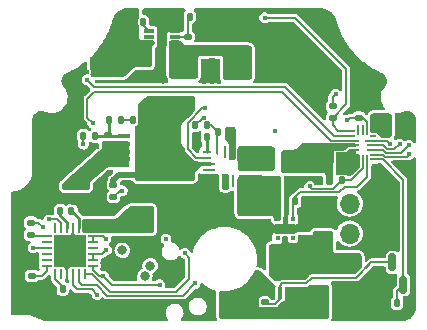
<source format=gbr>
%TF.GenerationSoftware,KiCad,Pcbnew,5.99.0-5f22025611*%
%TF.CreationDate,2021-06-18T16:30:17+00:00*%
%TF.ProjectId,driver,64726976-6572-42e6-9b69-6361645f7063,rev?*%
%TF.SameCoordinates,Original*%
%TF.FileFunction,Copper,L4,Bot*%
%TF.FilePolarity,Positive*%
%FSLAX46Y46*%
G04 Gerber Fmt 4.6, Leading zero omitted, Abs format (unit mm)*
G04 Created by KiCad (PCBNEW 5.99.0-5f22025611) date 2021-06-18 16:30:17*
%MOMM*%
%LPD*%
G01*
G04 APERTURE LIST*
G04 Aperture macros list*
%AMRoundRect*
0 Rectangle with rounded corners*
0 $1 Rounding radius*
0 $2 $3 $4 $5 $6 $7 $8 $9 X,Y pos of 4 corners*
0 Add a 4 corners polygon primitive as box body*
4,1,4,$2,$3,$4,$5,$6,$7,$8,$9,$2,$3,0*
0 Add four circle primitives for the rounded corners*
1,1,$1+$1,$2,$3*
1,1,$1+$1,$4,$5*
1,1,$1+$1,$6,$7*
1,1,$1+$1,$8,$9*
0 Add four rect primitives between the rounded corners*
20,1,$1+$1,$2,$3,$4,$5,0*
20,1,$1+$1,$4,$5,$6,$7,0*
20,1,$1+$1,$6,$7,$8,$9,0*
20,1,$1+$1,$8,$9,$2,$3,0*%
%AMOutline5P*
0 Free polygon, 5 corners , with rotation*
0 The origin of the aperture is its center*
0 number of corners: always 8*
0 $1 to $10 corner X, Y*
0 $11 Rotation angle, in degrees counterclockwise*
0 create outline with 8 corners*
4,1,5,$1,$2,$3,$4,$5,$6,$7,$8,$9,$10,$1,$2,$11*%
%AMOutline6P*
0 Free polygon, 6 corners , with rotation*
0 The origin of the aperture is its center*
0 number of corners: always 6*
0 $1 to $12 corner X, Y*
0 $13 Rotation angle, in degrees counterclockwise*
0 create outline with 6 corners*
4,1,6,$1,$2,$3,$4,$5,$6,$7,$8,$9,$10,$11,$12,$1,$2,$13*%
%AMOutline7P*
0 Free polygon, 7 corners , with rotation*
0 The origin of the aperture is its center*
0 number of corners: always 7*
0 $1 to $14 corner X, Y*
0 $15 Rotation angle, in degrees counterclockwise*
0 create outline with 7 corners*
4,1,7,$1,$2,$3,$4,$5,$6,$7,$8,$9,$10,$11,$12,$13,$14,$1,$2,$15*%
%AMOutline8P*
0 Free polygon, 8 corners , with rotation*
0 The origin of the aperture is its center*
0 number of corners: always 8*
0 $1 to $16 corner X, Y*
0 $17 Rotation angle, in degrees counterclockwise*
0 create outline with 8 corners*
4,1,8,$1,$2,$3,$4,$5,$6,$7,$8,$9,$10,$11,$12,$13,$14,$15,$16,$1,$2,$17*%
%AMFreePoly0*
4,1,21,1.372500,0.787500,0.862500,0.787500,0.862500,0.532500,1.372500,0.532500,1.372500,0.127500,0.862500,0.127500,0.862500,-0.127500,1.372500,-0.127500,1.372500,-0.532500,0.862500,-0.532500,0.862500,-0.787500,1.372500,-0.787500,1.372500,-1.195000,0.612500,-1.195000,0.612500,-1.117500,-0.862500,-1.117500,-0.862500,1.117500,0.612500,1.117500,0.612500,1.195000,1.372500,1.195000,
1.372500,0.787500,1.372500,0.787500,$1*%
%AMFreePoly1*
4,1,13,0.550000,-0.125000,-0.550000,-0.125000,-0.550000,0.125000,-0.050000,0.125000,-0.050000,0.725000,-0.550000,0.725000,-0.550000,0.975000,-0.050000,0.975000,-0.050000,1.575000,-0.550000,1.575000,-0.550000,1.825000,0.550000,1.825000,0.550000,-0.125000,0.550000,-0.125000,$1*%
%AMFreePoly2*
4,1,13,0.550000,1.575000,0.050000,1.575000,0.050000,0.975000,0.550000,0.975000,0.550000,0.725000,0.050000,0.725000,0.050000,0.125000,0.550000,0.125000,0.550000,-0.125000,-0.550000,-0.125000,-0.550000,1.825000,0.550000,1.825000,0.550000,1.575000,0.550000,1.575000,$1*%
G04 Aperture macros list end*
%TA.AperFunction,ComponentPad*%
%ADD10R,1.700000X1.700000*%
%TD*%
%TA.AperFunction,ComponentPad*%
%ADD11O,1.700000X1.700000*%
%TD*%
%TA.AperFunction,ComponentPad*%
%ADD12O,2.000000X1.000000*%
%TD*%
%TA.AperFunction,SMDPad,CuDef*%
%ADD13RoundRect,0.135000X-0.185000X0.135000X-0.185000X-0.135000X0.185000X-0.135000X0.185000X0.135000X0*%
%TD*%
%TA.AperFunction,SMDPad,CuDef*%
%ADD14RoundRect,0.135000X0.135000X0.185000X-0.135000X0.185000X-0.135000X-0.185000X0.135000X-0.185000X0*%
%TD*%
%TA.AperFunction,SMDPad,CuDef*%
%ADD15RoundRect,0.062500X0.350000X0.062500X-0.350000X0.062500X-0.350000X-0.062500X0.350000X-0.062500X0*%
%TD*%
%TA.AperFunction,SMDPad,CuDef*%
%ADD16RoundRect,0.062500X0.062500X0.350000X-0.062500X0.350000X-0.062500X-0.350000X0.062500X-0.350000X0*%
%TD*%
%TA.AperFunction,SMDPad,CuDef*%
%ADD17R,2.700000X2.700000*%
%TD*%
%TA.AperFunction,SMDPad,CuDef*%
%ADD18RoundRect,0.140000X0.170000X-0.140000X0.170000X0.140000X-0.170000X0.140000X-0.170000X-0.140000X0*%
%TD*%
%TA.AperFunction,SMDPad,CuDef*%
%ADD19R,0.990000X0.405000*%
%TD*%
%TA.AperFunction,SMDPad,CuDef*%
%ADD20FreePoly0,0.000000*%
%TD*%
%TA.AperFunction,SMDPad,CuDef*%
%ADD21RoundRect,0.135000X-0.135000X-0.185000X0.135000X-0.185000X0.135000X0.185000X-0.135000X0.185000X0*%
%TD*%
%TA.AperFunction,SMDPad,CuDef*%
%ADD22RoundRect,0.140000X-0.140000X-0.170000X0.140000X-0.170000X0.140000X0.170000X-0.140000X0.170000X0*%
%TD*%
%TA.AperFunction,SMDPad,CuDef*%
%ADD23Outline5P,-0.125000X-0.400000X-0.125000X0.400000X0.000000X0.400000X0.125000X0.275000X0.125000X-0.400000X180.000000*%
%TD*%
%TA.AperFunction,SMDPad,CuDef*%
%ADD24R,0.250000X1.100000*%
%TD*%
%TA.AperFunction,SMDPad,CuDef*%
%ADD25FreePoly1,270.000000*%
%TD*%
%TA.AperFunction,SMDPad,CuDef*%
%ADD26FreePoly2,270.000000*%
%TD*%
%TA.AperFunction,SMDPad,CuDef*%
%ADD27R,0.250000X0.700000*%
%TD*%
%TA.AperFunction,SMDPad,CuDef*%
%ADD28R,0.700000X0.250000*%
%TD*%
%TA.AperFunction,SMDPad,CuDef*%
%ADD29R,1.100000X0.250000*%
%TD*%
%TA.AperFunction,SMDPad,CuDef*%
%ADD30RoundRect,0.140000X0.140000X0.170000X-0.140000X0.170000X-0.140000X-0.170000X0.140000X-0.170000X0*%
%TD*%
%TA.AperFunction,SMDPad,CuDef*%
%ADD31R,0.850000X0.350000*%
%TD*%
%TA.AperFunction,SMDPad,CuDef*%
%ADD32R,0.900000X1.600000*%
%TD*%
%TA.AperFunction,SMDPad,CuDef*%
%ADD33RoundRect,0.135000X0.185000X-0.135000X0.185000X0.135000X-0.185000X0.135000X-0.185000X-0.135000X0*%
%TD*%
%TA.AperFunction,SMDPad,CuDef*%
%ADD34RoundRect,0.250000X0.475000X-0.250000X0.475000X0.250000X-0.475000X0.250000X-0.475000X-0.250000X0*%
%TD*%
%TA.AperFunction,SMDPad,CuDef*%
%ADD35R,0.370000X0.450000*%
%TD*%
%TA.AperFunction,SMDPad,CuDef*%
%ADD36R,1.670000X0.900000*%
%TD*%
%TA.AperFunction,SMDPad,CuDef*%
%ADD37RoundRect,0.250000X0.250000X0.475000X-0.250000X0.475000X-0.250000X-0.475000X0.250000X-0.475000X0*%
%TD*%
%TA.AperFunction,SMDPad,CuDef*%
%ADD38RoundRect,0.057500X0.185000X-0.057500X0.185000X0.057500X-0.185000X0.057500X-0.185000X-0.057500X0*%
%TD*%
%TA.AperFunction,SMDPad,CuDef*%
%ADD39RoundRect,0.057500X0.430000X-0.057500X0.430000X0.057500X-0.430000X0.057500X-0.430000X-0.057500X0*%
%TD*%
%TA.AperFunction,SMDPad,CuDef*%
%ADD40RoundRect,0.057500X0.330000X-0.057500X0.330000X0.057500X-0.330000X0.057500X-0.330000X-0.057500X0*%
%TD*%
%TA.AperFunction,SMDPad,CuDef*%
%ADD41RoundRect,0.057500X-0.057500X-0.330000X0.057500X-0.330000X0.057500X0.330000X-0.057500X0.330000X0*%
%TD*%
%TA.AperFunction,SMDPad,CuDef*%
%ADD42R,0.405000X0.990000*%
%TD*%
%TA.AperFunction,SMDPad,CuDef*%
%ADD43FreePoly0,90.000000*%
%TD*%
%TA.AperFunction,SMDPad,CuDef*%
%ADD44RoundRect,0.250000X-0.475000X0.250000X-0.475000X-0.250000X0.475000X-0.250000X0.475000X0.250000X0*%
%TD*%
%TA.AperFunction,SMDPad,CuDef*%
%ADD45RoundRect,0.150000X0.150000X-0.587500X0.150000X0.587500X-0.150000X0.587500X-0.150000X-0.587500X0*%
%TD*%
%TA.AperFunction,ViaPad*%
%ADD46C,0.800000*%
%TD*%
%TA.AperFunction,ViaPad*%
%ADD47C,0.400000*%
%TD*%
%TA.AperFunction,Conductor*%
%ADD48C,0.500000*%
%TD*%
%TA.AperFunction,Conductor*%
%ADD49C,0.150000*%
%TD*%
%TA.AperFunction,Conductor*%
%ADD50C,0.200000*%
%TD*%
%TA.AperFunction,Conductor*%
%ADD51C,0.250000*%
%TD*%
G04 APERTURE END LIST*
D10*
%TO.P,J102,1,Pin_1*%
%TO.N,GND*%
X90600000Y-78900000D03*
D11*
%TO.P,J102,2,Pin_2*%
%TO.N,/FAN_PWR*%
X90600000Y-76360000D03*
%TO.P,J102,3,Pin_3*%
%TO.N,/FAN_TACHO*%
X90600000Y-73820000D03*
%TO.P,J102,4,Pin_4*%
%TO.N,/FAN_PWM*%
X90600000Y-71280000D03*
%TD*%
D12*
%TO.P,J101,S1,SHIELD*%
%TO.N,GND*%
X67600000Y-70880000D03*
%TO.P,J101,S2,SHIELD*%
X67600000Y-79520000D03*
%TO.P,J101,S3,SHIELD*%
X63800000Y-70880000D03*
%TO.P,J101,S4,SHIELD*%
X63800000Y-79520000D03*
%TD*%
D13*
%TO.P,R122,1*%
%TO.N,+3.3V*%
X89150000Y-63040000D03*
%TO.P,R122,2*%
%TO.N,/HI_PWR*%
X89150000Y-64060000D03*
%TD*%
D14*
%TO.P,R102,1*%
%TO.N,Net-(R102-Pad1)*%
X78535000Y-65650000D03*
%TO.P,R102,2*%
%TO.N,GND*%
X77515000Y-65650000D03*
%TD*%
D15*
%TO.P,U101,1,CC1DB*%
%TO.N,/CC1*%
X68862500Y-74050000D03*
%TO.P,U101,2,CC1*%
X68862500Y-74550000D03*
%TO.P,U101,3,NC*%
%TO.N,unconnected-(U101-Pad3)*%
X68862500Y-75050000D03*
%TO.P,U101,4,CC2*%
%TO.N,/CC2*%
X68862500Y-75550000D03*
%TO.P,U101,5,CC2DB*%
X68862500Y-76050000D03*
%TO.P,U101,6,RESET*%
%TO.N,/RESET*%
X68862500Y-76550000D03*
D16*
%TO.P,U101,7,SCL*%
%TO.N,/PROG_SCL*%
X68150000Y-77262500D03*
%TO.P,U101,8,SDA*%
%TO.N,/PROG_SDA*%
X67650000Y-77262500D03*
%TO.P,U101,9,DISCH*%
%TO.N,Net-(R115-Pad1)*%
X67150000Y-77262500D03*
%TO.P,U101,10,GND*%
%TO.N,GND*%
X66650000Y-77262500D03*
%TO.P,U101,11,ATTACH*%
%TO.N,unconnected-(U101-Pad11)*%
X66150000Y-77262500D03*
%TO.P,U101,12,ADDR0*%
%TO.N,Net-(R108-Pad1)*%
X65650000Y-77262500D03*
D15*
%TO.P,U101,13,ADDR1*%
%TO.N,Net-(R109-Pad1)*%
X64937500Y-76550000D03*
%TO.P,U101,14,POWER_OK3*%
%TO.N,unconnected-(U101-Pad14)*%
X64937500Y-76050000D03*
%TO.P,U101,15,GPIO*%
%TO.N,unconnected-(U101-Pad15)*%
X64937500Y-75550000D03*
%TO.P,U101,16,VBUS_EN_SNK*%
%TO.N,Net-(R114-Pad1)*%
X64937500Y-75050000D03*
%TO.P,U101,17,A_B_SIDE*%
%TO.N,unconnected-(U101-Pad17)*%
X64937500Y-74550000D03*
%TO.P,U101,18,VBUS_VS_DISCH*%
%TO.N,Net-(R104-Pad2)*%
X64937500Y-74050000D03*
D16*
%TO.P,U101,19,ALERT*%
%TO.N,unconnected-(U101-Pad19)*%
X65650000Y-73337500D03*
%TO.P,U101,20,POWER_OK2*%
%TO.N,/HI_PWR*%
X66150000Y-73337500D03*
%TO.P,U101,21,VREG_1V2*%
%TO.N,Net-(C106-Pad1)*%
X66650000Y-73337500D03*
%TO.P,U101,22,VSYS*%
%TO.N,GND*%
X67150000Y-73337500D03*
%TO.P,U101,23,VREG_2V7*%
%TO.N,Net-(C107-Pad1)*%
X67650000Y-73337500D03*
%TO.P,U101,24,VDD*%
%TO.N,V_{bus}*%
X68150000Y-73337500D03*
D17*
%TO.P,U101,25,GND*%
%TO.N,GND*%
X66900000Y-75300000D03*
%TD*%
D18*
%TO.P,C105,1*%
%TO.N,V_{bus}*%
X70100000Y-72830000D03*
%TO.P,C105,2*%
%TO.N,GND*%
X70100000Y-71870000D03*
%TD*%
D13*
%TO.P,R111,1*%
%TO.N,V_{snk}*%
X83400000Y-78590000D03*
%TO.P,R111,2*%
%TO.N,Net-(Q102-Pad4)*%
X83400000Y-79610000D03*
%TD*%
D19*
%TO.P,Q105,1,S*%
%TO.N,Net-(D111-Pad3)*%
X71465000Y-67540000D03*
%TO.P,Q105,2,S*%
X71465000Y-66880000D03*
%TO.P,Q105,3,S*%
X71465000Y-66220000D03*
%TO.P,Q105,4,G*%
%TO.N,Net-(Q105-Pad4)*%
X71465000Y-65560000D03*
D20*
%TO.P,Q105,5,D*%
%TO.N,V_{snk}*%
X73457500Y-66550000D03*
%TD*%
D21*
%TO.P,R106,1*%
%TO.N,/FB_5V*%
X79440000Y-65200000D03*
%TO.P,R106,2*%
%TO.N,/AGND*%
X80460000Y-65200000D03*
%TD*%
D22*
%TO.P,C107,1*%
%TO.N,Net-(C107-Pad1)*%
X67020000Y-71900000D03*
%TO.P,C107,2*%
%TO.N,GND*%
X67980000Y-71900000D03*
%TD*%
D23*
%TO.P,U102,1,FB*%
%TO.N,/FB_5V*%
X79387500Y-66750000D03*
D24*
%TO.P,U102,2,VCC*%
%TO.N,unconnected-(U102-Pad2)*%
X80037500Y-66900000D03*
%TO.P,U102,3,AGND*%
%TO.N,/AGND*%
X80687500Y-66900000D03*
D25*
%TO.P,U102,4\u002C5\u002C6,SW*%
%TO.N,unconnected-(U102-Pad4\u002C5\u002C6)*%
X81337500Y-66900000D03*
D26*
%TO.P,U102,7\u002C8\u002C9,OUT*%
%TO.N,+5V*%
X81337500Y-69400000D03*
D24*
%TO.P,U102,10,NC*%
%TO.N,unconnected-(U102-Pad10)*%
X80687500Y-69400000D03*
%TO.P,U102,11,BST*%
%TO.N,unconnected-(U102-Pad11)*%
X80037500Y-69400000D03*
D27*
%TO.P,U102,12,PGND*%
%TO.N,GND*%
X79387500Y-69600000D03*
D28*
%TO.P,U102,13,PGND*%
X78487500Y-69400000D03*
%TO.P,U102,14,PGND*%
X78487500Y-68900000D03*
D29*
%TO.P,U102,15,NC*%
%TO.N,unconnected-(U102-Pad15)*%
X78687500Y-68400000D03*
%TO.P,U102,16,IN*%
%TO.N,V_{snk}*%
X78687500Y-67900000D03*
D28*
%TO.P,U102,17,EN*%
%TO.N,/REG_EN*%
X78487500Y-67400000D03*
%TO.P,U102,18,AAM*%
%TO.N,Net-(R102-Pad1)*%
X78487500Y-66900000D03*
%TD*%
D30*
%TO.P,C109,1*%
%TO.N,GND*%
X74480000Y-58750000D03*
%TO.P,C109,2*%
%TO.N,V_{snk}*%
X73520000Y-58750000D03*
%TD*%
D31*
%TO.P,U104,1,GND*%
%TO.N,GND*%
X75782500Y-56650000D03*
%TO.P,U104,2,FB*%
%TO.N,/FB_3.3V*%
X75782500Y-57150000D03*
%TO.P,U104,3,V_{out}*%
%TO.N,+3.3V*%
X75782500Y-57650000D03*
%TO.P,U104,4,V_{in}*%
%TO.N,V_{snk}*%
X73632500Y-57650000D03*
%TO.P,U104,5,NC*%
%TO.N,unconnected-(U104-Pad5)*%
X73632500Y-57150000D03*
%TO.P,U104,6,EN*%
%TO.N,/EN_3.3V*%
X73632500Y-56650000D03*
D32*
%TO.P,U104,EP,GND*%
%TO.N,GND*%
X74707500Y-57150000D03*
%TD*%
D21*
%TO.P,R118,1*%
%TO.N,V_{snk}*%
X72090000Y-55900000D03*
%TO.P,R118,2*%
%TO.N,/EN_3.3V*%
X73110000Y-55900000D03*
%TD*%
D14*
%TO.P,R113,1*%
%TO.N,/FAN_V_{snk}*%
X94610000Y-79700000D03*
%TO.P,R113,2*%
%TO.N,GND*%
X93590000Y-79700000D03*
%TD*%
D33*
%TO.P,R119,1*%
%TO.N,+3.3V*%
X76900000Y-58210000D03*
%TO.P,R119,2*%
%TO.N,/FB_3.3V*%
X76900000Y-57190000D03*
%TD*%
D14*
%TO.P,R108,1*%
%TO.N,Net-(R108-Pad1)*%
X66310000Y-78500000D03*
%TO.P,R108,2*%
%TO.N,GND*%
X65290000Y-78500000D03*
%TD*%
D22*
%TO.P,C108,1*%
%TO.N,Net-(C108-Pad1)*%
X72220000Y-64200000D03*
%TO.P,C108,2*%
%TO.N,V_{snk}*%
X73180000Y-64200000D03*
%TD*%
D34*
%TO.P,C113,1*%
%TO.N,/FAN_PWR*%
X88300000Y-74275000D03*
%TO.P,C113,2*%
%TO.N,GND*%
X88300000Y-72375000D03*
%TD*%
D21*
%TO.P,R112,1*%
%TO.N,/FAN_5V*%
X85991854Y-71063003D03*
%TO.P,R112,2*%
%TO.N,GND*%
X87011854Y-71063003D03*
%TD*%
D33*
%TO.P,R116,1*%
%TO.N,Net-(D111-Pad3)*%
X70150000Y-66510000D03*
%TO.P,R116,2*%
%TO.N,Net-(Q105-Pad4)*%
X70150000Y-65490000D03*
%TD*%
D21*
%TO.P,R121,1*%
%TO.N,+3.3V*%
X88890000Y-69300000D03*
%TO.P,R121,2*%
%TO.N,/FAN_VOLTAGE_SEL*%
X89910000Y-69300000D03*
%TD*%
D35*
%TO.P,U105,1,IN*%
%TO.N,+5V*%
X84500000Y-72575000D03*
%TO.P,U105,2,GND*%
%TO.N,GND*%
X85150000Y-72575000D03*
%TO.P,U105,3,EN*%
%TO.N,/FAN_5V*%
X85800000Y-72575000D03*
%TO.P,U105,4,~FLG*%
%TO.N,unconnected-(U105-Pad4)*%
X85800000Y-74225000D03*
%TO.P,U105,5,OUT*%
%TO.N,/FAN_PWR*%
X85150000Y-74225000D03*
%TO.P,U105,6*%
%TO.N,N/C*%
X84500000Y-74225000D03*
D36*
%TO.P,U105,EP,GND*%
%TO.N,GND*%
X85150000Y-73400000D03*
%TD*%
D30*
%TO.P,C106,1*%
%TO.N,Net-(C106-Pad1)*%
X66080000Y-71900000D03*
%TO.P,C106,2*%
%TO.N,GND*%
X65120000Y-71900000D03*
%TD*%
%TO.P,C111,1*%
%TO.N,GND*%
X94780000Y-65250000D03*
%TO.P,C111,2*%
%TO.N,+3.3V*%
X93820000Y-65250000D03*
%TD*%
D13*
%TO.P,R109,1*%
%TO.N,Net-(R109-Pad1)*%
X63700000Y-77390000D03*
%TO.P,R109,2*%
%TO.N,GND*%
X63700000Y-78410000D03*
%TD*%
%TO.P,R104,1*%
%TO.N,Net-(C103-Pad1)*%
X63600000Y-72890000D03*
%TO.P,R104,2*%
%TO.N,Net-(R104-Pad2)*%
X63600000Y-73910000D03*
%TD*%
D33*
%TO.P,R101,1*%
%TO.N,/REG_EN*%
X91350000Y-64010000D03*
%TO.P,R101,2*%
%TO.N,GND*%
X91350000Y-62990000D03*
%TD*%
%TO.P,R115,1*%
%TO.N,Net-(R115-Pad1)*%
X70600000Y-70710000D03*
%TO.P,R115,2*%
%TO.N,V_{snk}*%
X70600000Y-69690000D03*
%TD*%
D21*
%TO.P,R105,1*%
%TO.N,+5V*%
X77515000Y-64650000D03*
%TO.P,R105,2*%
%TO.N,/FB_5V*%
X78535000Y-64650000D03*
%TD*%
%TO.P,R117,1*%
%TO.N,Net-(Q105-Pad4)*%
X70240000Y-64200000D03*
%TO.P,R117,2*%
%TO.N,Net-(C108-Pad1)*%
X71260000Y-64200000D03*
%TD*%
D37*
%TO.P,C110,1*%
%TO.N,GND*%
X78950000Y-59700000D03*
%TO.P,C110,2*%
%TO.N,+3.3V*%
X77050000Y-59700000D03*
%TD*%
%TO.P,C104,1*%
%TO.N,+5V*%
X81625000Y-71200000D03*
%TO.P,C104,2*%
%TO.N,GND*%
X79725000Y-71200000D03*
%TD*%
D21*
%TO.P,R114,1*%
%TO.N,Net-(R114-Pad1)*%
X68040000Y-65550000D03*
%TO.P,R114,2*%
%TO.N,Net-(Q105-Pad4)*%
X69060000Y-65550000D03*
%TD*%
D38*
%TO.P,U103,1,V_{dd}*%
%TO.N,+3.3V*%
X92610000Y-65150000D03*
%TO.P,U103,2,GPI*%
%TO.N,unconnected-(U103-Pad2)*%
X92610000Y-65550000D03*
D39*
%TO.P,U103,3,GPIO*%
%TO.N,/FAN_PWM*%
X92365000Y-65950000D03*
D40*
%TO.P,U103,4,GPIO*%
%TO.N,/FAN_TACHO*%
X92465000Y-66350000D03*
%TO.P,U103,5,GPIO*%
%TO.N,/POT_SUPPLY*%
X92465000Y-66750000D03*
D38*
%TO.P,U103,6,GPIO*%
%TO.N,/POT_WIPER*%
X92615000Y-67150000D03*
%TO.P,U103,7,GPIO*%
%TO.N,/FAN_V_{snk}*%
X92615000Y-67550000D03*
D41*
%TO.P,U103,8,GPIO*%
%TO.N,/FAN_5V*%
X92100000Y-67615000D03*
%TO.P,U103,9,GPIO*%
%TO.N,/FAN_VOLTAGE_SEL*%
X91700000Y-67615000D03*
%TO.P,U103,10,GPIO*%
%TO.N,GND*%
X91300000Y-67615000D03*
D38*
%TO.P,U103,11,GND*%
X90790000Y-67550000D03*
%TO.P,U103,12,GPIO*%
X90790000Y-67150000D03*
D40*
%TO.P,U103,13,GPIO*%
X90935000Y-66750000D03*
%TO.P,U103,14,V_{dd2}*%
%TO.N,+3.3V*%
X90935000Y-66350000D03*
%TO.P,U103,15,GPIO*%
%TO.N,/SW2*%
X90935000Y-65950000D03*
D38*
%TO.P,U103,16,GPIO*%
%TO.N,/SW1*%
X90790000Y-65550000D03*
%TO.P,U103,17,GPIO*%
%TO.N,/HI_PWR*%
X90790000Y-65150000D03*
D41*
%TO.P,U103,18,GPIO*%
%TO.N,unconnected-(U103-Pad18)*%
X91305000Y-65080000D03*
%TO.P,U103,19,GPIO*%
%TO.N,unconnected-(U103-Pad19)*%
X91700000Y-65085000D03*
%TO.P,U103,20,GPIO*%
%TO.N,/REG_EN*%
X92105000Y-65080000D03*
%TD*%
D42*
%TO.P,Q102,1,S*%
%TO.N,V_{snk}*%
X86690000Y-78885000D03*
%TO.P,Q102,2,S*%
X86030000Y-78885000D03*
%TO.P,Q102,3,S*%
X85370000Y-78885000D03*
%TO.P,Q102,4,G*%
%TO.N,Net-(Q102-Pad4)*%
X84710000Y-78885000D03*
D43*
%TO.P,Q102,5,D*%
%TO.N,/FAN_PWR*%
X85700000Y-76892500D03*
%TD*%
D18*
%TO.P,C112,1*%
%TO.N,GND*%
X89850000Y-67480000D03*
%TO.P,C112,2*%
%TO.N,+3.3V*%
X89850000Y-66520000D03*
%TD*%
D44*
%TO.P,C101,1*%
%TO.N,V_{snk}*%
X76650000Y-68800000D03*
%TO.P,C101,2*%
%TO.N,GND*%
X76650000Y-70700000D03*
%TD*%
D45*
%TO.P,Q104,1,G*%
%TO.N,/FAN_V_{snk}*%
X95150000Y-78137500D03*
%TO.P,Q104,2,S*%
%TO.N,GND*%
X93250000Y-78137500D03*
%TO.P,Q104,3,D*%
%TO.N,Net-(Q102-Pad4)*%
X94200000Y-76262500D03*
%TD*%
D14*
%TO.P,R120,1*%
%TO.N,/FB_3.3V*%
X77060000Y-55450000D03*
%TO.P,R120,2*%
%TO.N,GND*%
X76040000Y-55450000D03*
%TD*%
D46*
%TO.N,V_{snk}*%
X81300000Y-80000000D03*
X88400000Y-80400000D03*
X82250000Y-80550000D03*
X74000000Y-63650000D03*
X69200000Y-59500000D03*
X82300000Y-78250000D03*
X69950000Y-58800000D03*
X82250000Y-79400000D03*
X76375000Y-63650000D03*
X71100000Y-60100000D03*
X75250000Y-62600000D03*
X81350000Y-78950000D03*
X74000000Y-62600000D03*
X75300000Y-64850000D03*
X87300000Y-80350000D03*
X84550000Y-80600000D03*
X75250000Y-63650000D03*
X80350000Y-79450000D03*
X70150000Y-59800000D03*
X76350000Y-62600000D03*
X80350000Y-80500000D03*
X83400000Y-80600000D03*
X88400000Y-78750000D03*
%TO.N,GND*%
X74800000Y-60750000D03*
D47*
X68358033Y-60143887D03*
X79500000Y-60950000D03*
D46*
X78225000Y-72550000D03*
D47*
X77625000Y-66425000D03*
X92300000Y-62925000D03*
X69175000Y-66500000D03*
X75150000Y-55650000D03*
X95875000Y-65150000D03*
D46*
X74550000Y-59700000D03*
D47*
X95875000Y-64500000D03*
D46*
X66100000Y-74600000D03*
D47*
X86425000Y-72875000D03*
X89700000Y-68575000D03*
D46*
X78100000Y-70700000D03*
X76775000Y-72675000D03*
D47*
X90900000Y-68400000D03*
D46*
X78725000Y-79150000D03*
X79575000Y-72575000D03*
D47*
X91100000Y-61750000D03*
D46*
X75025000Y-70325000D03*
D47*
X87050000Y-73050000D03*
X94775000Y-64050000D03*
D46*
X66100000Y-75950000D03*
D47*
X87050000Y-72400000D03*
X78300000Y-60950000D03*
X95450000Y-64075000D03*
X87050000Y-71800000D03*
X86450000Y-73450000D03*
X90300000Y-68575000D03*
X78900000Y-60950000D03*
D46*
X63700000Y-71925000D03*
D47*
X74500000Y-55650000D03*
D46*
X77450000Y-71700000D03*
D47*
X90425000Y-68000000D03*
%TO.N,V_{bus}*%
X73775000Y-72325000D03*
X73775000Y-71725000D03*
X73775000Y-72900000D03*
%TO.N,Net-(C103-Pad1)*%
X75050000Y-74300000D03*
X64650000Y-73300000D03*
%TO.N,+5V*%
X82300000Y-72100000D03*
X78300000Y-64000000D03*
D46*
%TO.N,+3.3V*%
X81800000Y-59250000D03*
D47*
X85250000Y-68300000D03*
D46*
X80450000Y-59250000D03*
X80450000Y-60200000D03*
D47*
X92650000Y-63950000D03*
X85800000Y-67100000D03*
X85250000Y-67700000D03*
X85250000Y-67100000D03*
D46*
X81800000Y-60200000D03*
D47*
X85800000Y-67700000D03*
X93900000Y-63950000D03*
X93250000Y-63950000D03*
X89400000Y-62000000D03*
X85800000Y-68300000D03*
%TO.N,/CC2*%
X70000000Y-75200000D03*
%TO.N,/CC1*%
X69950000Y-74250000D03*
%TO.N,/FAN_TACHO*%
X94824162Y-66255742D03*
%TO.N,/FAN_PWM*%
X94050000Y-66200000D03*
%TO.N,/SW1*%
X68350000Y-60800000D03*
%TO.N,/SW2*%
X68850000Y-64450000D03*
%TO.N,/POT_WIPER*%
X95650000Y-67100000D03*
D46*
%TO.N,Net-(D111-Pad3)*%
X73250000Y-77450000D03*
X69550000Y-67750000D03*
X67000000Y-69650000D03*
X71350000Y-75250000D03*
X73700000Y-76550000D03*
X67800000Y-69050000D03*
X68650000Y-68300000D03*
D47*
%TO.N,/FAN_VOLTAGE_SEL*%
X87200000Y-69825000D03*
%TO.N,/PROG_SCL*%
X76650000Y-75500000D03*
%TO.N,/PROG_SDA*%
X77500000Y-78050000D03*
%TO.N,/RESET*%
X74500000Y-78150000D03*
X69750000Y-77400000D03*
%TO.N,/REG_EN*%
X78350000Y-63200000D03*
X84300000Y-65125000D03*
X90400000Y-64200000D03*
%TO.N,Net-(R114-Pad1)*%
X63800000Y-75050000D03*
X68050000Y-66250000D03*
%TO.N,Net-(R115-Pad1)*%
X71350000Y-70200000D03*
X69200000Y-79000000D03*
%TO.N,/HI_PWR*%
X83400000Y-55550000D03*
X65136531Y-72609500D03*
%TO.N,/POT_SUPPLY*%
X95600000Y-66350000D03*
%TD*%
D48*
%TO.N,V_{snk}*%
X71100000Y-68825000D02*
X73050000Y-68825000D01*
X73050000Y-68825000D02*
X73457500Y-68417500D01*
X70600000Y-69325000D02*
X71100000Y-68825000D01*
X70600000Y-69690000D02*
X70600000Y-69325000D01*
X73457500Y-68417500D02*
X73457500Y-66550000D01*
D49*
%TO.N,GND*%
X66650000Y-75550000D02*
X66900000Y-75300000D01*
D50*
X91350000Y-62990000D02*
X92235000Y-62990000D01*
D48*
X70100000Y-71870000D02*
X68010000Y-71870000D01*
X63725000Y-71900000D02*
X63700000Y-71925000D01*
X67980000Y-71900000D02*
X67980000Y-71260000D01*
X65120000Y-71900000D02*
X63725000Y-71900000D01*
D49*
X77515000Y-65650000D02*
X77515000Y-66315000D01*
D50*
X92235000Y-62990000D02*
X92300000Y-62925000D01*
D49*
X66650000Y-77262500D02*
X66650000Y-75550000D01*
X67150000Y-73337500D02*
X67150000Y-75050000D01*
D48*
X67980000Y-71260000D02*
X67600000Y-70880000D01*
D49*
X67150000Y-75050000D02*
X66900000Y-75300000D01*
D48*
X68010000Y-71870000D02*
X67980000Y-71900000D01*
D49*
X77515000Y-66315000D02*
X77625000Y-66425000D01*
%TO.N,Net-(C103-Pad1)*%
X63600000Y-72890000D02*
X64240000Y-72890000D01*
X64240000Y-72890000D02*
X64650000Y-73300000D01*
%TO.N,+5V*%
X78165000Y-64000000D02*
X77515000Y-64650000D01*
X78300000Y-64000000D02*
X78165000Y-64000000D01*
D51*
%TO.N,Net-(C106-Pad1)*%
X66650000Y-73337500D02*
X66650000Y-72870598D01*
X66650000Y-72870598D02*
X66080000Y-72300598D01*
X66080000Y-72300598D02*
X66080000Y-71900000D01*
%TO.N,Net-(C107-Pad1)*%
X67650000Y-73337500D02*
X67650000Y-72544000D01*
X67650000Y-72544000D02*
X67020000Y-71914000D01*
X67020000Y-71914000D02*
X67020000Y-71900000D01*
D50*
%TO.N,Net-(C108-Pad1)*%
X71260000Y-64200000D02*
X72220000Y-64200000D01*
%TO.N,+3.3V*%
X89150000Y-63040000D02*
X89150000Y-62250000D01*
X89150000Y-62250000D02*
X89400000Y-62000000D01*
D49*
%TO.N,/CC2*%
X70000000Y-75200000D02*
X69650000Y-75550000D01*
X68862500Y-75550000D02*
X68862500Y-76050000D01*
X69650000Y-75550000D02*
X68862500Y-75550000D01*
%TO.N,/CC1*%
X69500000Y-74050000D02*
X68862500Y-74050000D01*
X69750000Y-74050000D02*
X68862500Y-74050000D01*
X68862500Y-74050000D02*
X68862500Y-74550000D01*
X69950000Y-74250000D02*
X69750000Y-74050000D01*
%TO.N,/FAN_TACHO*%
X93800000Y-66700000D02*
X94379904Y-66700000D01*
X92465000Y-66350000D02*
X93450000Y-66350000D01*
X94379904Y-66700000D02*
X94824162Y-66255742D01*
X93450000Y-66350000D02*
X93800000Y-66700000D01*
%TO.N,/FAN_PWM*%
X93800000Y-65950000D02*
X94050000Y-66200000D01*
X92365000Y-65950000D02*
X93800000Y-65950000D01*
%TO.N,/SW1*%
X68950000Y-61400000D02*
X68350000Y-60800000D01*
X71000000Y-61400000D02*
X68950000Y-61400000D01*
X89250000Y-65550000D02*
X87900000Y-64200000D01*
X87900000Y-64200000D02*
X85100000Y-61400000D01*
X90790000Y-65550000D02*
X89250000Y-65550000D01*
X85100000Y-61400000D02*
X71000000Y-61400000D01*
%TO.N,/SW2*%
X68978521Y-61821479D02*
X68400000Y-62400000D01*
X90935000Y-65950000D02*
X88995968Y-65950000D01*
X88995968Y-65950000D02*
X84867447Y-61821479D01*
X68400000Y-64000000D02*
X68850000Y-64450000D01*
X84867447Y-61821479D02*
X68978521Y-61821479D01*
X68400000Y-62400000D02*
X68400000Y-64000000D01*
%TO.N,/POT_WIPER*%
X95450000Y-67300000D02*
X95650000Y-67100000D01*
X93402830Y-67150000D02*
X93552830Y-67300000D01*
X92615000Y-67150000D02*
X93402830Y-67150000D01*
X93552830Y-67300000D02*
X95450000Y-67300000D01*
D48*
%TO.N,Net-(D111-Pad3)*%
X71465000Y-67540000D02*
X69760000Y-67540000D01*
X71465000Y-66220000D02*
X71465000Y-67540000D01*
X69760000Y-67540000D02*
X69550000Y-67750000D01*
D49*
%TO.N,/FAN_VOLTAGE_SEL*%
X88350000Y-70050000D02*
X87425000Y-70050000D01*
X87425000Y-70050000D02*
X87200000Y-69825000D01*
X89160000Y-70050000D02*
X89910000Y-69300000D01*
X91700000Y-68300000D02*
X91700000Y-67615000D01*
X90700000Y-69300000D02*
X91700000Y-68300000D01*
X89910000Y-69300000D02*
X90700000Y-69300000D01*
X88350000Y-70050000D02*
X89160000Y-70050000D01*
X90700000Y-69300000D02*
X91150000Y-68850000D01*
%TO.N,/PROG_SCL*%
X70300000Y-78750000D02*
X68812500Y-77262500D01*
X77000000Y-75850000D02*
X77000000Y-77650000D01*
X76650000Y-75500000D02*
X77000000Y-75850000D01*
X75900000Y-78750000D02*
X70300000Y-78750000D01*
X77000000Y-77650000D02*
X75900000Y-78750000D01*
X68812500Y-77262500D02*
X68150000Y-77262500D01*
%TO.N,/PROG_SDA*%
X67650000Y-77900000D02*
X67950000Y-78200000D01*
X67650000Y-77262500D02*
X67650000Y-77900000D01*
X70075000Y-79075000D02*
X76475000Y-79075000D01*
X69200000Y-78200000D02*
X70075000Y-79075000D01*
X76475000Y-79075000D02*
X77500000Y-78050000D01*
X67950000Y-78200000D02*
X69200000Y-78200000D01*
%TO.N,/RESET*%
X69350000Y-77400000D02*
X69750000Y-77400000D01*
X68950000Y-77000000D02*
X69350000Y-77400000D01*
X68862500Y-76912500D02*
X68950000Y-77000000D01*
X70500000Y-78150000D02*
X69750000Y-77400000D01*
X74500000Y-78150000D02*
X70500000Y-78150000D01*
X68862500Y-76550000D02*
X68862500Y-76912500D01*
%TO.N,Net-(Q102-Pad4)*%
X84710000Y-78885000D02*
X84710000Y-79340000D01*
X87400000Y-77550000D02*
X86900000Y-78050000D01*
X92437500Y-76262500D02*
X91150000Y-77550000D01*
X91150000Y-77550000D02*
X87400000Y-77550000D01*
X94200000Y-76262500D02*
X92437500Y-76262500D01*
X84710000Y-79340000D02*
X84300000Y-79750000D01*
X83540000Y-79750000D02*
X83400000Y-79610000D01*
X84710000Y-78885000D02*
X84710000Y-78240000D01*
X92300000Y-76400000D02*
X92000000Y-76700000D01*
X84900000Y-78050000D02*
X84710000Y-78240000D01*
X84300000Y-79750000D02*
X83540000Y-79750000D01*
X86900000Y-78050000D02*
X84900000Y-78050000D01*
D51*
%TO.N,Net-(Q105-Pad4)*%
X69070000Y-65560000D02*
X69060000Y-65550000D01*
X70220000Y-65560000D02*
X70200000Y-65540000D01*
X70200000Y-65540000D02*
X70200000Y-64240000D01*
X70200000Y-64240000D02*
X70240000Y-64200000D01*
X70190000Y-65530000D02*
X70200000Y-65540000D01*
X71465000Y-65560000D02*
X69070000Y-65560000D01*
D49*
%TO.N,/REG_EN*%
X76900000Y-64650000D02*
X76900000Y-64725000D01*
X78125000Y-63200000D02*
X76900000Y-64425000D01*
X91710000Y-64010000D02*
X92105000Y-64405000D01*
X76900000Y-66700000D02*
X77600000Y-67400000D01*
X91350000Y-64010000D02*
X90590000Y-64010000D01*
X91350000Y-64010000D02*
X91710000Y-64010000D01*
X77600000Y-67400000D02*
X78487500Y-67400000D01*
X92105000Y-64405000D02*
X92105000Y-64935882D01*
X76900000Y-64725000D02*
X76900000Y-66700000D01*
X76900000Y-64425000D02*
X76900000Y-64725000D01*
X90590000Y-64010000D02*
X90400000Y-64200000D01*
X78350000Y-63200000D02*
X78125000Y-63200000D01*
D51*
%TO.N,Net-(R102-Pad1)*%
X78487500Y-65697500D02*
X78535000Y-65650000D01*
X78487500Y-66900000D02*
X78487500Y-65697500D01*
D49*
%TO.N,Net-(R104-Pad2)*%
X64937500Y-74050000D02*
X63740000Y-74050000D01*
X63740000Y-74050000D02*
X63600000Y-73910000D01*
%TO.N,Net-(R108-Pad1)*%
X66310000Y-78360000D02*
X66310000Y-78500000D01*
X65650000Y-77262500D02*
X65650000Y-77700000D01*
X65650000Y-77700000D02*
X66310000Y-78360000D01*
%TO.N,Net-(R109-Pad1)*%
X64560000Y-77390000D02*
X63700000Y-77390000D01*
X64560000Y-77390000D02*
X64937500Y-77012500D01*
X64937500Y-77012500D02*
X64937500Y-76550000D01*
%TO.N,/FAN_5V*%
X85991854Y-71063003D02*
X85991854Y-70743003D01*
X86825000Y-70325000D02*
X86829520Y-70329520D01*
X86829520Y-70329520D02*
X89695480Y-70329520D01*
X85800000Y-72575000D02*
X85800000Y-71254857D01*
X92100000Y-69000000D02*
X92100000Y-67615000D01*
X85800000Y-71254857D02*
X85991854Y-71063003D01*
X89695480Y-70329520D02*
X90175000Y-69850000D01*
X90175000Y-69850000D02*
X91250000Y-69850000D01*
X91250000Y-69850000D02*
X92100000Y-69000000D01*
X85991854Y-70743003D02*
X86409857Y-70325000D01*
X86409857Y-70325000D02*
X86825000Y-70325000D01*
%TO.N,/FAN_V_{snk}*%
X94610000Y-79700000D02*
X94610000Y-78677500D01*
X94610000Y-78677500D02*
X95150000Y-78137500D01*
X93400000Y-67550000D02*
X92615000Y-67550000D01*
X95150000Y-69300000D02*
X93400000Y-67550000D01*
X95150000Y-78137500D02*
X95150000Y-69300000D01*
%TO.N,Net-(R114-Pad1)*%
X68050000Y-65560000D02*
X68040000Y-65550000D01*
X68050000Y-66250000D02*
X68050000Y-65560000D01*
X64937500Y-75050000D02*
X63800000Y-75050000D01*
%TO.N,Net-(R115-Pad1)*%
X68750000Y-78550000D02*
X69200000Y-79000000D01*
X67150000Y-77262500D02*
X67150000Y-78200000D01*
X67500000Y-78550000D02*
X68750000Y-78550000D01*
X71350000Y-70200000D02*
X71110000Y-70200000D01*
X71110000Y-70200000D02*
X70600000Y-70710000D01*
X67150000Y-78200000D02*
X67500000Y-78550000D01*
%TO.N,/HI_PWR*%
X65808692Y-72600000D02*
X66150000Y-72941308D01*
X90310000Y-62890000D02*
X90310000Y-59910000D01*
X90310000Y-59910000D02*
X85950000Y-55550000D01*
X90790000Y-65150000D02*
X89650000Y-65150000D01*
X65136531Y-72609500D02*
X65146031Y-72600000D01*
X89150000Y-64050000D02*
X90310000Y-62890000D01*
X89650000Y-65150000D02*
X89150000Y-64650000D01*
X89150000Y-64060000D02*
X89150000Y-64050000D01*
X85950000Y-55550000D02*
X83400000Y-55550000D01*
X65146031Y-72600000D02*
X65808692Y-72600000D01*
X89150000Y-64650000D02*
X89150000Y-64060000D01*
X66150000Y-72941308D02*
X66150000Y-73337500D01*
%TO.N,/POT_SUPPLY*%
X94950480Y-66999520D02*
X95600000Y-66350000D01*
X92465000Y-66750000D02*
X93426414Y-66750000D01*
X93426414Y-66750000D02*
X93675935Y-66999520D01*
X93675935Y-66999520D02*
X94950480Y-66999520D01*
%TO.N,/FB_5V*%
X79387500Y-66750000D02*
X79387500Y-65252500D01*
X78535000Y-64650000D02*
X78890000Y-64650000D01*
X78890000Y-64650000D02*
X79440000Y-65200000D01*
X79387500Y-65252500D02*
X79440000Y-65200000D01*
D50*
%TO.N,/FB_3.3V*%
X76900000Y-57190000D02*
X76900000Y-55610000D01*
X75782500Y-57150000D02*
X76860000Y-57150000D01*
X76860000Y-57150000D02*
X76900000Y-57190000D01*
X76900000Y-55610000D02*
X77060000Y-55450000D01*
D49*
%TO.N,/EN_3.3V*%
X73110000Y-56127500D02*
X73632500Y-56650000D01*
X73110000Y-55900000D02*
X73110000Y-56127500D01*
%TD*%
%TA.AperFunction,Conductor*%
%TO.N,/FAN_PWR*%
G36*
X89037171Y-73627421D02*
G01*
X89076953Y-73635334D01*
X89122374Y-73654148D01*
X89145582Y-73669655D01*
X89180345Y-73704418D01*
X89195852Y-73727626D01*
X89214666Y-73773047D01*
X89222579Y-73812829D01*
X89225000Y-73837410D01*
X89225000Y-75300000D01*
X89240224Y-75376537D01*
X89283579Y-75441421D01*
X89348463Y-75484776D01*
X89360632Y-75487196D01*
X89360633Y-75487197D01*
X89416349Y-75498279D01*
X89425000Y-75500000D01*
X91387590Y-75500000D01*
X91412171Y-75502421D01*
X91451953Y-75510334D01*
X91497374Y-75529148D01*
X91520582Y-75544655D01*
X91555345Y-75579418D01*
X91570852Y-75602626D01*
X91589666Y-75648047D01*
X91597579Y-75687829D01*
X91600000Y-75712410D01*
X91600000Y-76658195D01*
X91579998Y-76726316D01*
X91563095Y-76747290D01*
X91072790Y-77237595D01*
X91010478Y-77271621D01*
X90983695Y-77274500D01*
X87437547Y-77274500D01*
X87412965Y-77272079D01*
X87412171Y-77271921D01*
X87400000Y-77269500D01*
X87374864Y-77274500D01*
X87374863Y-77274500D01*
X87339889Y-77281457D01*
X87304826Y-77288431D01*
X87304824Y-77288432D01*
X87292657Y-77290852D01*
X87282342Y-77297744D01*
X87282340Y-77297745D01*
X87263684Y-77310211D01*
X87222967Y-77337417D01*
X87222963Y-77337420D01*
X87211974Y-77344763D01*
X87211973Y-77344764D01*
X87201657Y-77351657D01*
X87194764Y-77361973D01*
X87194315Y-77362645D01*
X87178646Y-77381738D01*
X86822790Y-77737595D01*
X86760477Y-77771620D01*
X86733694Y-77774500D01*
X84937546Y-77774500D01*
X84912966Y-77772079D01*
X84912172Y-77771921D01*
X84900000Y-77769500D01*
X84887828Y-77771921D01*
X84846329Y-77780176D01*
X84792658Y-77790851D01*
X84782339Y-77797746D01*
X84735916Y-77828765D01*
X84665914Y-77850000D01*
X84345253Y-77850000D01*
X84320673Y-77847579D01*
X84297502Y-77842970D01*
X84280888Y-77839666D01*
X84235470Y-77820853D01*
X84201731Y-77798310D01*
X84182644Y-77782644D01*
X83817356Y-77417356D01*
X83801690Y-77398269D01*
X83779147Y-77364530D01*
X83760334Y-77319111D01*
X83752421Y-77279327D01*
X83750000Y-77254747D01*
X83750000Y-74937410D01*
X83752421Y-74912829D01*
X83760334Y-74873047D01*
X83779148Y-74827626D01*
X83794655Y-74804418D01*
X83829418Y-74769655D01*
X83852626Y-74754148D01*
X83898047Y-74735334D01*
X83937829Y-74727421D01*
X83962410Y-74725000D01*
X84625000Y-74725000D01*
X84633651Y-74723279D01*
X84689367Y-74712197D01*
X84689368Y-74712196D01*
X84701537Y-74709776D01*
X84766421Y-74666421D01*
X84773312Y-74656108D01*
X84773314Y-74656106D01*
X84786806Y-74635914D01*
X84811478Y-74611243D01*
X84811216Y-74610981D01*
X84819994Y-74602203D01*
X84830310Y-74595310D01*
X84858439Y-74553212D01*
X84867964Y-74538958D01*
X84867965Y-74538956D01*
X84874857Y-74528641D01*
X84890500Y-74450000D01*
X84890500Y-74181500D01*
X84910502Y-74113379D01*
X84964158Y-74066886D01*
X85016500Y-74055500D01*
X85283500Y-74055500D01*
X85351621Y-74075502D01*
X85398114Y-74129158D01*
X85409500Y-74181500D01*
X85409500Y-74450000D01*
X85425143Y-74528641D01*
X85432035Y-74538956D01*
X85432036Y-74538958D01*
X85462375Y-74584363D01*
X85469690Y-74595310D01*
X85480006Y-74602203D01*
X85526042Y-74632964D01*
X85526044Y-74632965D01*
X85536359Y-74639857D01*
X85548526Y-74642277D01*
X85548528Y-74642278D01*
X85590169Y-74650561D01*
X85615000Y-74655500D01*
X85985000Y-74655500D01*
X86009831Y-74650561D01*
X86051472Y-74642278D01*
X86051474Y-74642277D01*
X86063641Y-74639857D01*
X86073956Y-74632965D01*
X86073958Y-74632964D01*
X86119994Y-74602203D01*
X86130310Y-74595310D01*
X86137625Y-74584363D01*
X86167964Y-74538958D01*
X86167965Y-74538956D01*
X86174857Y-74528641D01*
X86190500Y-74450000D01*
X86190500Y-74076000D01*
X86210502Y-74007879D01*
X86264158Y-73961386D01*
X86316500Y-73950000D01*
X87312500Y-73950000D01*
X87360076Y-73937252D01*
X87377729Y-73932522D01*
X87377730Y-73932522D01*
X87393750Y-73928229D01*
X87453229Y-73868750D01*
X87488033Y-73738860D01*
X87520645Y-73682376D01*
X87532376Y-73670645D01*
X87588860Y-73638033D01*
X87621478Y-73629293D01*
X87654089Y-73625000D01*
X89012590Y-73625000D01*
X89037171Y-73627421D01*
G37*
%TD.AperFunction*%
%TD*%
%TA.AperFunction,Conductor*%
%TO.N,V_{snk}*%
G36*
X72612171Y-54756421D02*
G01*
X72651953Y-54764334D01*
X72697374Y-54783148D01*
X72720582Y-54798655D01*
X72755345Y-54833418D01*
X72770852Y-54856626D01*
X72789666Y-54902047D01*
X72797579Y-54941829D01*
X72800000Y-54966410D01*
X72800000Y-55461154D01*
X72778765Y-55531155D01*
X72725091Y-55611484D01*
X72722671Y-55623651D01*
X72722670Y-55623653D01*
X72714432Y-55665070D01*
X72709500Y-55689864D01*
X72709500Y-56110136D01*
X72725091Y-56188516D01*
X72758369Y-56238319D01*
X72778765Y-56268844D01*
X72800000Y-56338846D01*
X72800000Y-57250000D01*
X72815224Y-57326537D01*
X72858579Y-57391421D01*
X72923463Y-57434776D01*
X72935632Y-57437196D01*
X72935633Y-57437197D01*
X72991349Y-57448279D01*
X73000000Y-57450000D01*
X73142303Y-57450000D01*
X73166881Y-57452421D01*
X73207500Y-57460500D01*
X73931244Y-57460500D01*
X74001246Y-57481735D01*
X74020582Y-57494655D01*
X74055345Y-57529418D01*
X74070852Y-57552626D01*
X74089666Y-57598047D01*
X74097579Y-57637829D01*
X74100000Y-57662410D01*
X74100000Y-57708410D01*
X74095705Y-57741026D01*
X74092410Y-57753321D01*
X74055456Y-57813943D01*
X74003317Y-57842411D01*
X73928525Y-57862452D01*
X73928522Y-57862454D01*
X73912500Y-57866747D01*
X73866747Y-57912500D01*
X73850000Y-57975000D01*
X73850000Y-59537590D01*
X73847579Y-59562171D01*
X73839666Y-59601953D01*
X73820852Y-59647374D01*
X73805345Y-59670582D01*
X73770582Y-59705345D01*
X73747374Y-59720852D01*
X73701953Y-59739666D01*
X73662171Y-59747579D01*
X73637590Y-59750000D01*
X72382843Y-59750000D01*
X72306306Y-59765224D01*
X72295987Y-59772119D01*
X72246567Y-59805140D01*
X72246563Y-59805143D01*
X72241421Y-59808579D01*
X71567356Y-60482644D01*
X71548269Y-60498310D01*
X71514530Y-60520853D01*
X71469112Y-60539666D01*
X71452498Y-60542970D01*
X71429327Y-60547579D01*
X71404747Y-60550000D01*
X68864824Y-60550000D01*
X68832385Y-60545752D01*
X68781251Y-60532128D01*
X68724974Y-60499845D01*
X68699524Y-60474608D01*
X68666768Y-60418601D01*
X68653044Y-60368779D01*
X68654237Y-60297792D01*
X68665402Y-60272315D01*
X68667789Y-60268180D01*
X68673300Y-60258635D01*
X68677303Y-60235936D01*
X68691619Y-60154742D01*
X68693533Y-60143887D01*
X68673300Y-60029139D01*
X68661813Y-60009243D01*
X68644936Y-59947302D01*
X68636729Y-58970786D01*
X68639221Y-58944773D01*
X68645228Y-58915050D01*
X68679585Y-58850967D01*
X68914110Y-58616177D01*
X68917747Y-58612950D01*
X68917738Y-58612941D01*
X68922203Y-58608665D01*
X68927078Y-58604837D01*
X68933919Y-58596858D01*
X68940412Y-58589846D01*
X68943449Y-58586806D01*
X68943454Y-58586800D01*
X68947831Y-58582418D01*
X68951271Y-58577263D01*
X68955190Y-58572482D01*
X68955200Y-58572490D01*
X68958138Y-58568613D01*
X69250464Y-58227692D01*
X69253846Y-58224197D01*
X69253837Y-58224189D01*
X69257968Y-58219582D01*
X69262532Y-58215401D01*
X69266188Y-58210416D01*
X69266194Y-58210409D01*
X69268741Y-58206935D01*
X69274690Y-58199438D01*
X69281522Y-58191471D01*
X69284556Y-58186079D01*
X69288109Y-58181002D01*
X69288118Y-58181008D01*
X69290753Y-58176921D01*
X69556334Y-57814788D01*
X69559441Y-57811045D01*
X69559432Y-57811038D01*
X69563202Y-57806129D01*
X69567439Y-57801610D01*
X69570712Y-57796351D01*
X69570716Y-57796346D01*
X69572983Y-57792704D01*
X69578347Y-57784773D01*
X69580893Y-57781301D01*
X69584555Y-57776308D01*
X69587172Y-57770698D01*
X69590327Y-57765369D01*
X69590337Y-57765375D01*
X69592657Y-57761095D01*
X69829963Y-57379838D01*
X69832777Y-57375869D01*
X69832768Y-57375863D01*
X69836156Y-57370680D01*
X69840033Y-57365856D01*
X69844891Y-57356542D01*
X69849629Y-57348241D01*
X69855179Y-57339325D01*
X69857363Y-57333530D01*
X69860102Y-57327981D01*
X69860113Y-57327986D01*
X69862099Y-57323546D01*
X70069764Y-56925364D01*
X70072273Y-56921185D01*
X70072264Y-56921180D01*
X70075246Y-56915758D01*
X70078744Y-56910656D01*
X70082883Y-56900994D01*
X70086979Y-56892354D01*
X70088967Y-56888542D01*
X70091830Y-56883052D01*
X70093568Y-56877107D01*
X70095876Y-56871370D01*
X70095888Y-56871375D01*
X70097529Y-56866800D01*
X70115434Y-56825000D01*
X70274354Y-56453983D01*
X70276534Y-56449635D01*
X70276523Y-56449630D01*
X70279085Y-56443997D01*
X70282189Y-56438639D01*
X70284187Y-56432781D01*
X70284189Y-56432776D01*
X70285573Y-56428717D01*
X70289010Y-56419766D01*
X70290705Y-56415809D01*
X70293142Y-56410120D01*
X70294423Y-56404062D01*
X70296289Y-56398165D01*
X70296300Y-56398169D01*
X70297591Y-56393477D01*
X70317565Y-56334909D01*
X70441984Y-55970085D01*
X70443638Y-55966107D01*
X70443481Y-55966048D01*
X70445658Y-55960257D01*
X70448395Y-55954704D01*
X70451554Y-55942903D01*
X70454010Y-55934824D01*
X70455952Y-55929129D01*
X70455953Y-55929125D01*
X70457951Y-55923266D01*
X70458768Y-55917128D01*
X70460181Y-55911107D01*
X70460342Y-55911145D01*
X70461188Y-55906911D01*
X70515982Y-55702197D01*
X70516386Y-55700721D01*
X70537147Y-55626764D01*
X70539485Y-55619329D01*
X70553945Y-55577864D01*
X70557738Y-55568269D01*
X70603499Y-55465091D01*
X70619887Y-55428143D01*
X70624482Y-55418836D01*
X70639321Y-55391664D01*
X70644664Y-55382772D01*
X70728600Y-55255274D01*
X70734657Y-55246850D01*
X70753734Y-55222502D01*
X70760456Y-55214615D01*
X70864211Y-55102567D01*
X70871554Y-55095264D01*
X70894353Y-55074387D01*
X70902276Y-55067711D01*
X71022983Y-54974211D01*
X71031442Y-54968199D01*
X71057382Y-54951327D01*
X71066296Y-54946038D01*
X71200692Y-54873611D01*
X71209992Y-54869082D01*
X71238363Y-54856687D01*
X71248014Y-54852935D01*
X71320257Y-54828228D01*
X71392495Y-54803523D01*
X71402442Y-54800573D01*
X71417734Y-54796715D01*
X71432417Y-54793010D01*
X71442566Y-54790889D01*
X71593191Y-54765846D01*
X71603483Y-54764567D01*
X71649051Y-54760805D01*
X71656773Y-54760406D01*
X71672586Y-54760074D01*
X71751567Y-54758415D01*
X71757609Y-54757081D01*
X71757615Y-54757080D01*
X71758135Y-54756965D01*
X71763101Y-54756423D01*
X71763762Y-54756344D01*
X71763763Y-54756351D01*
X71785308Y-54754000D01*
X72587590Y-54754000D01*
X72612171Y-54756421D01*
G37*
%TD.AperFunction*%
%TD*%
%TA.AperFunction,Conductor*%
%TO.N,GND*%
G36*
X91117121Y-66650002D02*
G01*
X91163614Y-66703658D01*
X91175000Y-66756000D01*
X91175000Y-67100000D01*
X91332767Y-67100000D01*
X91400888Y-67120002D01*
X91447381Y-67173658D01*
X91450000Y-67196127D01*
X91450000Y-68200000D01*
X91388623Y-68259016D01*
X91388622Y-68259018D01*
X90858067Y-68769167D01*
X90858065Y-68769168D01*
X90800000Y-68825000D01*
X89450000Y-68825000D01*
X89450000Y-66950000D01*
X90158013Y-66950000D01*
X90241584Y-66931703D01*
X90309864Y-66880158D01*
X90444175Y-66723463D01*
X90516549Y-66639026D01*
X90531582Y-66632797D01*
X90533453Y-66632425D01*
X90558055Y-66630000D01*
X91049000Y-66630000D01*
X91117121Y-66650002D01*
G37*
%TD.AperFunction*%
%TD*%
%TA.AperFunction,Conductor*%
%TO.N,/AGND*%
G36*
X80762171Y-64802421D02*
G01*
X80801953Y-64810334D01*
X80847374Y-64829148D01*
X80870582Y-64844655D01*
X80905345Y-64879418D01*
X80920852Y-64902626D01*
X80939666Y-64948047D01*
X80947579Y-64987829D01*
X80950000Y-65012410D01*
X80950000Y-67387590D01*
X80947579Y-67412171D01*
X80939666Y-67451953D01*
X80920852Y-67497374D01*
X80905345Y-67520582D01*
X80870582Y-67555345D01*
X80847374Y-67570852D01*
X80801953Y-67589666D01*
X80762171Y-67597579D01*
X80737590Y-67600000D01*
X80562410Y-67600000D01*
X80537829Y-67597579D01*
X80498047Y-67589666D01*
X80452626Y-67570852D01*
X80429418Y-67555345D01*
X80394655Y-67520582D01*
X80379148Y-67497374D01*
X80360334Y-67451953D01*
X80352421Y-67412171D01*
X80350000Y-67387590D01*
X80350000Y-66232843D01*
X80334776Y-66156306D01*
X80326226Y-66143510D01*
X80294860Y-66096567D01*
X80294857Y-66096563D01*
X80291421Y-66091421D01*
X80067356Y-65867356D01*
X80051690Y-65848269D01*
X80029147Y-65814530D01*
X80010334Y-65769111D01*
X80002421Y-65729327D01*
X80000000Y-65704747D01*
X80000000Y-65012410D01*
X80002421Y-64987829D01*
X80010334Y-64948047D01*
X80029148Y-64902626D01*
X80044655Y-64879418D01*
X80079418Y-64844655D01*
X80102626Y-64829148D01*
X80148047Y-64810334D01*
X80187829Y-64802421D01*
X80212410Y-64800000D01*
X80737590Y-64800000D01*
X80762171Y-64802421D01*
G37*
%TD.AperFunction*%
%TD*%
%TA.AperFunction,Conductor*%
%TO.N,GND*%
G36*
X96136239Y-67355304D02*
G01*
X96194061Y-67396500D01*
X96220432Y-67462417D01*
X96221000Y-67474364D01*
X96221000Y-79935947D01*
X96218114Y-79962759D01*
X96216497Y-79970185D01*
X96216385Y-79976381D01*
X96214757Y-80066404D01*
X96214390Y-80074012D01*
X96211619Y-80109221D01*
X96210456Y-80119045D01*
X96205918Y-80147700D01*
X96187856Y-80261743D01*
X96186777Y-80268555D01*
X96184849Y-80278248D01*
X96180690Y-80295572D01*
X96179307Y-80301331D01*
X96176622Y-80310850D01*
X96129844Y-80454816D01*
X96126421Y-80464095D01*
X96117342Y-80486015D01*
X96113200Y-80494999D01*
X96044476Y-80629879D01*
X96039649Y-80638498D01*
X96027247Y-80658735D01*
X96021752Y-80666958D01*
X95933791Y-80788026D01*
X95932775Y-80789424D01*
X95926662Y-80797178D01*
X95911236Y-80815240D01*
X95904532Y-80822491D01*
X95797497Y-80929526D01*
X95790235Y-80936240D01*
X95775927Y-80948461D01*
X95772193Y-80951650D01*
X95764430Y-80957770D01*
X95671708Y-81025137D01*
X95641958Y-81046752D01*
X95633735Y-81052247D01*
X95613490Y-81064653D01*
X95604879Y-81069476D01*
X95470001Y-81138199D01*
X95461016Y-81142341D01*
X95439092Y-81151422D01*
X95429811Y-81154846D01*
X95285842Y-81201624D01*
X95276327Y-81204308D01*
X95273450Y-81204999D01*
X95253259Y-81209846D01*
X95243593Y-81211769D01*
X95168934Y-81223595D01*
X95094042Y-81235456D01*
X95084218Y-81236619D01*
X95049011Y-81239390D01*
X95041403Y-81239757D01*
X94962184Y-81241190D01*
X94945185Y-81241497D01*
X94939128Y-81242816D01*
X94939129Y-81242816D01*
X94937759Y-81243114D01*
X94910947Y-81246000D01*
X89158072Y-81246000D01*
X89089951Y-81225998D01*
X89043458Y-81172342D01*
X89033354Y-81102068D01*
X89046951Y-81060602D01*
X89054060Y-81047303D01*
X89054064Y-81047294D01*
X89055517Y-81044576D01*
X89062724Y-81027178D01*
X89073150Y-81002006D01*
X89074331Y-80999155D01*
X89075224Y-80996211D01*
X89075228Y-80996200D01*
X89087885Y-80954476D01*
X89087886Y-80954471D01*
X89088786Y-80951505D01*
X89096699Y-80911723D01*
X89100356Y-80887067D01*
X89102777Y-80862486D01*
X89103468Y-80848415D01*
X89103924Y-80839145D01*
X89103924Y-80839129D01*
X89104000Y-80837590D01*
X89104000Y-78362410D01*
X89102777Y-78337514D01*
X89100356Y-78312933D01*
X89096699Y-78288277D01*
X89088786Y-78248495D01*
X89086800Y-78241948D01*
X89075228Y-78203800D01*
X89075224Y-78203789D01*
X89074331Y-78200845D01*
X89055517Y-78155424D01*
X89032046Y-78111512D01*
X89016539Y-78088304D01*
X89014575Y-78085911D01*
X89014561Y-78085892D01*
X89014178Y-78085426D01*
X89014129Y-78085310D01*
X89012733Y-78083428D01*
X89013187Y-78083092D01*
X88986429Y-78020077D01*
X88998416Y-77950100D01*
X89046332Y-77897712D01*
X89111583Y-77879500D01*
X91131047Y-77879500D01*
X91142029Y-77879979D01*
X91179154Y-77883227D01*
X91193063Y-77879500D01*
X91216055Y-77873340D01*
X91226784Y-77870961D01*
X91238449Y-77868904D01*
X91264406Y-77864327D01*
X91273956Y-77858814D01*
X91277403Y-77857559D01*
X91280718Y-77856013D01*
X91291365Y-77853160D01*
X91300394Y-77846838D01*
X91300398Y-77846836D01*
X91322656Y-77831251D01*
X91331925Y-77825345D01*
X91334534Y-77823839D01*
X91365012Y-77806242D01*
X91388970Y-77777690D01*
X91396396Y-77769587D01*
X92537078Y-76628905D01*
X92599390Y-76594879D01*
X92626173Y-76592000D01*
X93519500Y-76592000D01*
X93587621Y-76612002D01*
X93634114Y-76665658D01*
X93645500Y-76718000D01*
X93645500Y-76881569D01*
X93660542Y-76976542D01*
X93718708Y-77090698D01*
X93809302Y-77181292D01*
X93923458Y-77239458D01*
X94018431Y-77254500D01*
X94381569Y-77254500D01*
X94476542Y-77239458D01*
X94477003Y-77242370D01*
X94532128Y-77240789D01*
X94592930Y-77277445D01*
X94624262Y-77341154D01*
X94616964Y-77404819D01*
X94618108Y-77405191D01*
X94616275Y-77410832D01*
X94616177Y-77411689D01*
X94615579Y-77412974D01*
X94615043Y-77414625D01*
X94610542Y-77423458D01*
X94595500Y-77518431D01*
X94595500Y-78173827D01*
X94575498Y-78241948D01*
X94558595Y-78262922D01*
X94390413Y-78431104D01*
X94382310Y-78438530D01*
X94353758Y-78462488D01*
X94348247Y-78472033D01*
X94334655Y-78495575D01*
X94328749Y-78504844D01*
X94313164Y-78527102D01*
X94313162Y-78527106D01*
X94306840Y-78536135D01*
X94303987Y-78546782D01*
X94302441Y-78550097D01*
X94301186Y-78553544D01*
X94295673Y-78563094D01*
X94293759Y-78573950D01*
X94289039Y-78600716D01*
X94286660Y-78611445D01*
X94280205Y-78635539D01*
X94276773Y-78648346D01*
X94277734Y-78659328D01*
X94280021Y-78685471D01*
X94280500Y-78696453D01*
X94280500Y-79106402D01*
X94260498Y-79174523D01*
X94241703Y-79194427D01*
X94243119Y-79195843D01*
X94155843Y-79283119D01*
X94099808Y-79393093D01*
X94085500Y-79483431D01*
X94085500Y-79916569D01*
X94099808Y-80006907D01*
X94155843Y-80116881D01*
X94243119Y-80204157D01*
X94353093Y-80260192D01*
X94362882Y-80261742D01*
X94362884Y-80261743D01*
X94389317Y-80265929D01*
X94443431Y-80274500D01*
X94776569Y-80274500D01*
X94830683Y-80265929D01*
X94857116Y-80261743D01*
X94857118Y-80261742D01*
X94866907Y-80260192D01*
X94976881Y-80204157D01*
X95064157Y-80116881D01*
X95120192Y-80006907D01*
X95134500Y-79916569D01*
X95134500Y-79483431D01*
X95120192Y-79393093D01*
X95079231Y-79312703D01*
X95066127Y-79242926D01*
X95092827Y-79177142D01*
X95150854Y-79136235D01*
X95191498Y-79129500D01*
X95331569Y-79129500D01*
X95426542Y-79114458D01*
X95540698Y-79056292D01*
X95631292Y-78965698D01*
X95689458Y-78851542D01*
X95704500Y-78756569D01*
X95704500Y-77518431D01*
X95689458Y-77423458D01*
X95631292Y-77309302D01*
X95540698Y-77218708D01*
X95531863Y-77214207D01*
X95531436Y-77213896D01*
X95488084Y-77157672D01*
X95479500Y-77111962D01*
X95479500Y-69318953D01*
X95479979Y-69307971D01*
X95481822Y-69286907D01*
X95483227Y-69270846D01*
X95476673Y-69246385D01*
X95473340Y-69233945D01*
X95470961Y-69223216D01*
X95466241Y-69196450D01*
X95464327Y-69185594D01*
X95458814Y-69176044D01*
X95457559Y-69172597D01*
X95456013Y-69169282D01*
X95453160Y-69158635D01*
X95431235Y-69127321D01*
X95425351Y-69118085D01*
X95406242Y-69084988D01*
X95377696Y-69061035D01*
X95369593Y-69053609D01*
X94765139Y-68449155D01*
X94160578Y-67844595D01*
X94126553Y-67782283D01*
X94131617Y-67711468D01*
X94174164Y-67654632D01*
X94240684Y-67629821D01*
X94249673Y-67629500D01*
X95431047Y-67629500D01*
X95442029Y-67629979D01*
X95479154Y-67633227D01*
X95493063Y-67629500D01*
X95516055Y-67623340D01*
X95526784Y-67620961D01*
X95538449Y-67618904D01*
X95564406Y-67614327D01*
X95573956Y-67608814D01*
X95577403Y-67607559D01*
X95580718Y-67606013D01*
X95591365Y-67603160D01*
X95622665Y-67581244D01*
X95631922Y-67575347D01*
X95635880Y-67573061D01*
X95679154Y-67559996D01*
X95678852Y-67558593D01*
X95812422Y-67529837D01*
X95872026Y-67496457D01*
X95923416Y-67467677D01*
X95923418Y-67467676D01*
X95931631Y-67463076D01*
X96003830Y-67387392D01*
X96065324Y-67351909D01*
X96136239Y-67355304D01*
G37*
%TD.AperFunction*%
%TA.AperFunction,Conductor*%
G36*
X68313063Y-59278064D02*
G01*
X68366530Y-59324773D01*
X68386255Y-59391407D01*
X68390945Y-59949437D01*
X68399870Y-60014075D01*
X68416747Y-60076016D01*
X68422847Y-60090654D01*
X68423350Y-60091861D01*
X68431127Y-60118435D01*
X68431504Y-60120572D01*
X68423967Y-60183505D01*
X68426033Y-60184176D01*
X68424102Y-60190121D01*
X68421596Y-60195840D01*
X68409882Y-60249504D01*
X68375814Y-60311788D01*
X68313478Y-60345769D01*
X68295684Y-60348315D01*
X68282466Y-60349250D01*
X68259163Y-60350900D01*
X68259160Y-60350901D01*
X68249763Y-60351566D01*
X68240976Y-60354966D01*
X68240974Y-60354966D01*
X68222302Y-60362190D01*
X68122337Y-60400864D01*
X68015039Y-60485451D01*
X67937356Y-60597848D01*
X67896157Y-60728118D01*
X67895084Y-60864744D01*
X67897783Y-60873768D01*
X67897783Y-60873770D01*
X67931533Y-60986623D01*
X67931535Y-60986626D01*
X67934232Y-60995646D01*
X67939464Y-61003476D01*
X67994387Y-61085673D01*
X68010140Y-61109249D01*
X68116095Y-61195511D01*
X68124826Y-61199047D01*
X68124827Y-61199048D01*
X68141058Y-61205622D01*
X68242732Y-61246804D01*
X68293423Y-61251194D01*
X68359563Y-61276999D01*
X68371646Y-61287629D01*
X68619922Y-61535905D01*
X68653948Y-61598217D01*
X68648883Y-61669032D01*
X68619922Y-61714095D01*
X68180413Y-62153604D01*
X68172310Y-62161030D01*
X68143758Y-62184988D01*
X68138247Y-62194533D01*
X68124655Y-62218075D01*
X68118749Y-62227344D01*
X68103164Y-62249602D01*
X68103162Y-62249606D01*
X68096840Y-62258635D01*
X68093987Y-62269282D01*
X68092441Y-62272597D01*
X68091186Y-62276044D01*
X68085673Y-62285594D01*
X68083759Y-62296450D01*
X68079039Y-62323216D01*
X68076660Y-62333945D01*
X68071700Y-62352459D01*
X68066773Y-62370846D01*
X68067734Y-62381828D01*
X68070021Y-62407971D01*
X68070500Y-62418953D01*
X68070500Y-63981047D01*
X68070021Y-63992029D01*
X68066773Y-64029154D01*
X68069627Y-64039805D01*
X68076660Y-64066055D01*
X68079039Y-64076784D01*
X68080078Y-64082677D01*
X68085673Y-64114406D01*
X68091186Y-64123956D01*
X68092441Y-64127403D01*
X68093987Y-64130718D01*
X68096840Y-64141365D01*
X68103162Y-64150394D01*
X68103164Y-64150398D01*
X68118749Y-64172656D01*
X68124655Y-64181924D01*
X68143758Y-64215012D01*
X68161674Y-64230045D01*
X68172309Y-64238969D01*
X68180413Y-64246396D01*
X68358187Y-64424170D01*
X68392213Y-64486482D01*
X68393206Y-64496090D01*
X68393831Y-64496001D01*
X68395158Y-64505324D01*
X68395084Y-64514744D01*
X68397783Y-64523769D01*
X68431533Y-64636623D01*
X68431535Y-64636626D01*
X68434232Y-64645646D01*
X68448444Y-64666916D01*
X68503925Y-64749947D01*
X68510140Y-64759249D01*
X68616095Y-64845511D01*
X68637223Y-64854069D01*
X68692851Y-64898179D01*
X68715800Y-64965364D01*
X68698784Y-65034292D01*
X68679015Y-65059947D01*
X68639095Y-65099867D01*
X68576783Y-65133893D01*
X68505968Y-65128828D01*
X68460905Y-65099867D01*
X68406881Y-65045843D01*
X68296907Y-64989808D01*
X68287118Y-64988258D01*
X68287116Y-64988257D01*
X68249048Y-64982228D01*
X68206569Y-64975500D01*
X67873431Y-64975500D01*
X67830952Y-64982228D01*
X67792884Y-64988257D01*
X67792882Y-64988258D01*
X67783093Y-64989808D01*
X67673119Y-65045843D01*
X67585843Y-65133119D01*
X67529808Y-65243093D01*
X67528258Y-65252882D01*
X67528257Y-65252884D01*
X67526023Y-65266993D01*
X67515500Y-65333431D01*
X67515500Y-65766569D01*
X67524071Y-65820683D01*
X67527351Y-65841392D01*
X67529808Y-65856907D01*
X67585843Y-65966881D01*
X67592855Y-65973893D01*
X67598682Y-65981913D01*
X67596820Y-65983266D01*
X67624341Y-66033665D01*
X67621355Y-66098441D01*
X67598998Y-66169133D01*
X67598997Y-66169137D01*
X67596157Y-66178118D01*
X67595084Y-66314744D01*
X67597783Y-66323768D01*
X67597783Y-66323770D01*
X67631533Y-66436623D01*
X67631535Y-66436626D01*
X67634232Y-66445646D01*
X67639464Y-66453476D01*
X67704498Y-66550805D01*
X67710140Y-66559249D01*
X67816095Y-66645511D01*
X67824826Y-66649047D01*
X67824827Y-66649048D01*
X67857817Y-66662410D01*
X67942732Y-66696804D01*
X67952117Y-66697617D01*
X67952118Y-66697617D01*
X68069472Y-66707781D01*
X68069475Y-66707781D01*
X68078852Y-66708593D01*
X68088053Y-66706612D01*
X68088055Y-66706612D01*
X68150040Y-66693267D01*
X68212422Y-66679837D01*
X68303367Y-66628905D01*
X68323416Y-66617677D01*
X68323418Y-66617676D01*
X68331631Y-66613076D01*
X68425940Y-66514215D01*
X68458854Y-66448343D01*
X68482802Y-66400415D01*
X68482802Y-66400414D01*
X68487010Y-66391993D01*
X68490448Y-66371342D01*
X68508630Y-66262103D01*
X68508630Y-66262102D01*
X68509443Y-66257218D01*
X68509500Y-66250000D01*
X68498333Y-66175723D01*
X68507985Y-66105386D01*
X68554132Y-66051433D01*
X68622123Y-66030994D01*
X68689177Y-66050215D01*
X68693119Y-66054157D01*
X68701950Y-66058657D01*
X68701952Y-66058658D01*
X68748106Y-66082175D01*
X68803093Y-66110192D01*
X68812882Y-66111742D01*
X68812884Y-66111743D01*
X68839317Y-66115929D01*
X68893431Y-66124500D01*
X69220000Y-66124500D01*
X69288121Y-66144502D01*
X69334614Y-66198158D01*
X69346000Y-66250500D01*
X69346000Y-66484003D01*
X69325998Y-66552124D01*
X69309095Y-66573098D01*
X69270595Y-66611598D01*
X69249114Y-66628804D01*
X69247898Y-66629523D01*
X69236132Y-66637514D01*
X69224358Y-66645511D01*
X69221831Y-66647227D01*
X69196675Y-66666722D01*
X69195193Y-66668027D01*
X69195187Y-66668032D01*
X66242432Y-69268219D01*
X66161280Y-69339681D01*
X66161270Y-69339690D01*
X66160028Y-69340784D01*
X66158840Y-69341948D01*
X66158831Y-69341956D01*
X66151127Y-69349502D01*
X66140782Y-69359635D01*
X66139666Y-69360851D01*
X66139655Y-69360862D01*
X66123862Y-69378065D01*
X66122736Y-69379292D01*
X66121682Y-69380571D01*
X66121669Y-69380585D01*
X66106671Y-69398771D01*
X66106660Y-69398785D01*
X66105597Y-69400074D01*
X66104603Y-69401419D01*
X66104598Y-69401425D01*
X66097005Y-69411696D01*
X66079632Y-69435197D01*
X66077945Y-69438073D01*
X66077941Y-69438079D01*
X66061333Y-69466392D01*
X66052413Y-69481599D01*
X66051037Y-69484644D01*
X66051035Y-69484648D01*
X66050010Y-69486916D01*
X66030559Y-69529964D01*
X66029519Y-69533121D01*
X66029516Y-69533128D01*
X66014767Y-69577888D01*
X66014764Y-69577897D01*
X66013723Y-69581058D01*
X66012058Y-69588786D01*
X66006390Y-69615096D01*
X66004523Y-69623760D01*
X66000254Y-69650359D01*
X65997428Y-69676896D01*
X65996000Y-69703793D01*
X65996000Y-69937590D01*
X65997223Y-69962486D01*
X65999644Y-69987067D01*
X65999867Y-69988568D01*
X65999867Y-69988571D01*
X66000765Y-69994627D01*
X66003301Y-70011723D01*
X66011214Y-70051505D01*
X66012114Y-70054471D01*
X66012115Y-70054476D01*
X66024772Y-70096200D01*
X66024776Y-70096211D01*
X66025669Y-70099155D01*
X66026850Y-70102006D01*
X66043027Y-70141060D01*
X66044483Y-70144576D01*
X66067954Y-70188488D01*
X66083461Y-70211696D01*
X66085430Y-70214095D01*
X66109999Y-70244032D01*
X66115050Y-70250187D01*
X66149813Y-70284950D01*
X66152203Y-70286911D01*
X66152208Y-70286916D01*
X66185903Y-70314569D01*
X66185909Y-70314573D01*
X66188304Y-70316539D01*
X66211512Y-70332046D01*
X66255424Y-70355517D01*
X66258273Y-70356697D01*
X66258277Y-70356699D01*
X66288615Y-70369265D01*
X66300845Y-70374331D01*
X66303789Y-70375224D01*
X66303800Y-70375228D01*
X66345524Y-70387885D01*
X66345529Y-70387886D01*
X66348495Y-70388786D01*
X66388277Y-70396699D01*
X66400946Y-70398578D01*
X66411429Y-70400133D01*
X66411432Y-70400133D01*
X66412933Y-70400356D01*
X66437514Y-70402777D01*
X66448950Y-70403339D01*
X66460855Y-70403924D01*
X66460871Y-70403924D01*
X66462410Y-70404000D01*
X68387590Y-70404000D01*
X68389129Y-70403924D01*
X68389145Y-70403924D01*
X68401050Y-70403339D01*
X68412486Y-70402777D01*
X68437067Y-70400356D01*
X68438568Y-70400133D01*
X68438571Y-70400133D01*
X68449054Y-70398578D01*
X68461723Y-70396699D01*
X68501505Y-70388786D01*
X68504471Y-70387886D01*
X68504476Y-70387885D01*
X68546200Y-70375228D01*
X68546211Y-70375224D01*
X68549155Y-70374331D01*
X68561385Y-70369265D01*
X68591723Y-70356699D01*
X68591727Y-70356697D01*
X68594576Y-70355517D01*
X68638488Y-70332046D01*
X68661696Y-70316539D01*
X68664091Y-70314573D01*
X68664097Y-70314569D01*
X68697792Y-70286916D01*
X68697797Y-70286911D01*
X68700187Y-70284950D01*
X68734950Y-70250187D01*
X68740002Y-70244032D01*
X68764570Y-70214095D01*
X68766539Y-70211696D01*
X68782046Y-70188488D01*
X68805517Y-70144576D01*
X68806974Y-70141060D01*
X68823150Y-70102006D01*
X68824331Y-70099155D01*
X68825224Y-70096211D01*
X68825228Y-70096200D01*
X68837885Y-70054476D01*
X68837886Y-70054471D01*
X68838786Y-70051505D01*
X68846699Y-70011723D01*
X68849235Y-69994627D01*
X68850133Y-69988571D01*
X68850133Y-69988568D01*
X68850356Y-69987067D01*
X68852777Y-69962486D01*
X68854000Y-69937590D01*
X68854000Y-69627982D01*
X68874002Y-69559861D01*
X68899337Y-69531186D01*
X70156916Y-68483204D01*
X70222053Y-68454960D01*
X70237579Y-68454000D01*
X70453340Y-68454000D01*
X70521461Y-68474002D01*
X70567954Y-68527658D01*
X70578058Y-68597932D01*
X70548564Y-68662512D01*
X70542435Y-68669095D01*
X70292612Y-68918918D01*
X70283826Y-68925938D01*
X70284210Y-68926389D01*
X70277377Y-68932204D01*
X70269783Y-68936996D01*
X70242737Y-68967620D01*
X70236446Y-68974743D01*
X70231100Y-68980430D01*
X70218577Y-68992953D01*
X70211601Y-69002261D01*
X70205220Y-69010099D01*
X70180096Y-69038547D01*
X70174156Y-69045273D01*
X70170342Y-69053396D01*
X70168483Y-69056227D01*
X70160105Y-69070172D01*
X70158480Y-69073139D01*
X70153094Y-69080326D01*
X70144388Y-69103550D01*
X70136630Y-69124246D01*
X70132702Y-69133568D01*
X70117010Y-69166991D01*
X70112763Y-69176037D01*
X70111382Y-69184910D01*
X70110392Y-69188147D01*
X70106262Y-69203892D01*
X70105537Y-69207187D01*
X70102386Y-69215593D01*
X70098908Y-69262396D01*
X70097756Y-69272416D01*
X70096250Y-69282086D01*
X70096249Y-69282095D01*
X70095500Y-69286907D01*
X70095500Y-69293542D01*
X70095299Y-69294380D01*
X70095125Y-69296627D01*
X70094766Y-69296599D01*
X70081766Y-69350745D01*
X70044310Y-69424255D01*
X70044308Y-69424262D01*
X70039808Y-69433093D01*
X70038258Y-69442882D01*
X70038257Y-69442884D01*
X70036753Y-69452383D01*
X70025500Y-69523431D01*
X70025500Y-69856569D01*
X70032519Y-69900885D01*
X70038250Y-69937067D01*
X70039808Y-69946907D01*
X70095843Y-70056881D01*
X70149867Y-70110905D01*
X70183893Y-70173217D01*
X70178828Y-70244032D01*
X70149867Y-70289095D01*
X70095843Y-70343119D01*
X70039808Y-70453093D01*
X70038258Y-70462882D01*
X70038257Y-70462884D01*
X70034071Y-70489317D01*
X70025500Y-70543431D01*
X70025500Y-70876569D01*
X70039808Y-70966907D01*
X70095843Y-71076881D01*
X70183119Y-71164157D01*
X70293093Y-71220192D01*
X70302882Y-71221742D01*
X70302884Y-71221743D01*
X70327888Y-71225703D01*
X70383431Y-71234500D01*
X70816569Y-71234500D01*
X70872112Y-71225703D01*
X70897116Y-71221743D01*
X70897118Y-71221742D01*
X70906907Y-71220192D01*
X71016881Y-71164157D01*
X71104157Y-71076881D01*
X71160192Y-70966907D01*
X71174500Y-70876569D01*
X71174500Y-70778279D01*
X71194502Y-70710158D01*
X71248158Y-70663665D01*
X71311371Y-70652749D01*
X71369471Y-70657781D01*
X71369474Y-70657781D01*
X71378852Y-70658593D01*
X71388053Y-70656612D01*
X71388055Y-70656612D01*
X71445637Y-70644215D01*
X71512422Y-70629837D01*
X71572027Y-70596456D01*
X71623416Y-70567677D01*
X71623418Y-70567676D01*
X71631631Y-70563076D01*
X71725940Y-70464215D01*
X71764079Y-70387885D01*
X71782802Y-70350415D01*
X71782802Y-70350414D01*
X71787010Y-70341993D01*
X71789310Y-70328178D01*
X71808630Y-70212103D01*
X71808630Y-70212102D01*
X71809443Y-70207218D01*
X71809500Y-70200000D01*
X71807770Y-70188488D01*
X71790587Y-70074199D01*
X71790587Y-70074198D01*
X71789187Y-70064888D01*
X71739648Y-69961723D01*
X71734121Y-69950213D01*
X71734120Y-69950212D01*
X71730044Y-69941723D01*
X71637299Y-69841392D01*
X71519153Y-69772768D01*
X71386052Y-69741916D01*
X71376656Y-69742581D01*
X71376653Y-69742581D01*
X71309398Y-69747343D01*
X71240035Y-69732202D01*
X71189869Y-69681964D01*
X71174500Y-69621658D01*
X71174500Y-69523431D01*
X71175017Y-69523431D01*
X71188959Y-69457087D01*
X71210875Y-69427595D01*
X71272065Y-69366405D01*
X71334377Y-69332379D01*
X71361160Y-69329500D01*
X72111397Y-69329500D01*
X72179518Y-69349502D01*
X72217559Y-69388752D01*
X72217954Y-69388488D01*
X72233461Y-69411696D01*
X72235427Y-69414091D01*
X72235431Y-69414097D01*
X72260756Y-69444955D01*
X72265050Y-69450187D01*
X72299813Y-69484950D01*
X72302203Y-69486911D01*
X72302208Y-69486916D01*
X72335903Y-69514569D01*
X72335909Y-69514573D01*
X72338304Y-69516539D01*
X72361512Y-69532046D01*
X72405424Y-69555517D01*
X72408273Y-69556697D01*
X72408277Y-69556699D01*
X72424081Y-69563245D01*
X72450845Y-69574331D01*
X72453789Y-69575224D01*
X72453800Y-69575228D01*
X72495524Y-69587885D01*
X72495529Y-69587886D01*
X72498495Y-69588786D01*
X72538277Y-69596699D01*
X72550946Y-69598578D01*
X72561429Y-69600133D01*
X72561432Y-69600133D01*
X72562933Y-69600356D01*
X72587514Y-69602777D01*
X72598950Y-69603339D01*
X72610855Y-69603924D01*
X72610871Y-69603924D01*
X72612410Y-69604000D01*
X77287590Y-69604000D01*
X77289129Y-69603924D01*
X77289145Y-69603924D01*
X77301050Y-69603339D01*
X77312486Y-69602777D01*
X77337067Y-69600356D01*
X77338568Y-69600133D01*
X77338571Y-69600133D01*
X77349054Y-69598578D01*
X77361723Y-69596699D01*
X77401505Y-69588786D01*
X77404471Y-69587886D01*
X77404476Y-69587885D01*
X77446200Y-69575228D01*
X77446211Y-69575224D01*
X77449155Y-69574331D01*
X77475919Y-69563245D01*
X77491723Y-69556699D01*
X77491727Y-69556697D01*
X77494576Y-69555517D01*
X77538488Y-69532046D01*
X77561696Y-69516539D01*
X77564091Y-69514573D01*
X77564097Y-69514569D01*
X77597792Y-69486916D01*
X77597797Y-69486911D01*
X77600187Y-69484950D01*
X77634950Y-69450187D01*
X77639244Y-69444955D01*
X77664569Y-69414097D01*
X77664573Y-69414091D01*
X77666539Y-69411696D01*
X77682046Y-69388488D01*
X77705517Y-69344576D01*
X77724331Y-69299155D01*
X77725224Y-69296211D01*
X77725228Y-69296200D01*
X77737885Y-69254476D01*
X77737886Y-69254471D01*
X77738786Y-69251505D01*
X77746699Y-69211723D01*
X77750356Y-69187067D01*
X77752777Y-69162486D01*
X77753411Y-69149587D01*
X77753924Y-69139145D01*
X77753924Y-69139129D01*
X77754000Y-69137590D01*
X77754000Y-68809255D01*
X77774002Y-68741134D01*
X77827658Y-68694641D01*
X77897932Y-68684537D01*
X77953160Y-68709760D01*
X77954006Y-68708494D01*
X78038194Y-68764747D01*
X78137500Y-68784500D01*
X79237500Y-68784500D01*
X79246923Y-68782626D01*
X79324631Y-68767169D01*
X79324632Y-68767168D01*
X79336806Y-68764747D01*
X79337017Y-68764606D01*
X79399235Y-68757916D01*
X79462723Y-68789693D01*
X79498951Y-68850751D01*
X79501502Y-68900401D01*
X79499871Y-68911396D01*
X79499866Y-68911434D01*
X79499644Y-68912933D01*
X79497223Y-68937514D01*
X79496000Y-68962410D01*
X79496000Y-69887590D01*
X79496076Y-69889129D01*
X79496076Y-69889145D01*
X79496653Y-69900885D01*
X79497223Y-69912486D01*
X79499644Y-69937067D01*
X79503301Y-69961723D01*
X79511214Y-70001505D01*
X79512114Y-70004471D01*
X79512115Y-70004476D01*
X79524772Y-70046200D01*
X79524776Y-70046211D01*
X79525669Y-70049155D01*
X79526850Y-70052006D01*
X79537286Y-70077200D01*
X79544483Y-70094576D01*
X79545934Y-70097291D01*
X79545937Y-70097297D01*
X79557348Y-70118645D01*
X79567954Y-70138488D01*
X79579479Y-70155736D01*
X79580303Y-70156969D01*
X79583461Y-70161696D01*
X79585427Y-70164091D01*
X79585431Y-70164097D01*
X79613084Y-70197792D01*
X79615050Y-70200187D01*
X79649813Y-70234950D01*
X79652203Y-70236911D01*
X79652208Y-70236916D01*
X79685903Y-70264569D01*
X79685909Y-70264573D01*
X79688304Y-70266539D01*
X79711512Y-70282046D01*
X79755424Y-70305517D01*
X79758273Y-70306697D01*
X79758277Y-70306699D01*
X79786200Y-70318265D01*
X79800845Y-70324331D01*
X79803789Y-70325224D01*
X79803800Y-70325228D01*
X79845524Y-70337885D01*
X79845529Y-70337886D01*
X79848495Y-70338786D01*
X79888277Y-70346699D01*
X79900946Y-70348578D01*
X79911429Y-70350133D01*
X79911432Y-70350133D01*
X79912933Y-70350356D01*
X79937514Y-70352777D01*
X79948950Y-70353339D01*
X79960855Y-70353924D01*
X79960871Y-70353924D01*
X79962410Y-70354000D01*
X80233364Y-70354000D01*
X80299469Y-70345247D01*
X80303469Y-70344169D01*
X80303473Y-70344168D01*
X80360424Y-70328817D01*
X80360428Y-70328816D01*
X80362794Y-70328178D01*
X80365094Y-70327361D01*
X80365103Y-70327358D01*
X80391979Y-70317809D01*
X80391981Y-70317808D01*
X80400140Y-70314909D01*
X80481040Y-70257662D01*
X80489419Y-70248821D01*
X80550799Y-70213140D01*
X80580868Y-70209500D01*
X80720000Y-70209500D01*
X80788121Y-70229502D01*
X80834614Y-70283158D01*
X80846000Y-70335500D01*
X80846000Y-72137590D01*
X80846076Y-72139129D01*
X80846076Y-72139145D01*
X80846456Y-72146866D01*
X80847223Y-72162486D01*
X80849644Y-72187067D01*
X80849867Y-72188568D01*
X80849867Y-72188571D01*
X80850591Y-72193452D01*
X80853301Y-72211723D01*
X80861214Y-72251505D01*
X80862114Y-72254471D01*
X80862115Y-72254476D01*
X80874772Y-72296200D01*
X80874776Y-72296211D01*
X80875669Y-72299155D01*
X80876850Y-72302006D01*
X80885891Y-72323832D01*
X80894483Y-72344576D01*
X80917954Y-72388488D01*
X80933461Y-72411696D01*
X80935427Y-72414091D01*
X80935431Y-72414097D01*
X80963084Y-72447792D01*
X80965050Y-72450187D01*
X80999813Y-72484950D01*
X81002203Y-72486911D01*
X81002208Y-72486916D01*
X81035903Y-72514569D01*
X81035909Y-72514573D01*
X81038304Y-72516539D01*
X81061512Y-72532046D01*
X81105424Y-72555517D01*
X81108273Y-72556697D01*
X81108277Y-72556699D01*
X81135763Y-72568084D01*
X81150845Y-72574331D01*
X81153789Y-72575224D01*
X81153800Y-72575228D01*
X81195524Y-72587885D01*
X81195529Y-72587886D01*
X81198495Y-72588786D01*
X81238277Y-72596699D01*
X81250946Y-72598578D01*
X81261429Y-72600133D01*
X81261432Y-72600133D01*
X81262933Y-72600356D01*
X81287514Y-72602777D01*
X81298950Y-72603339D01*
X81310855Y-72603924D01*
X81310871Y-72603924D01*
X81312410Y-72604000D01*
X83838975Y-72604000D01*
X83907096Y-72624002D01*
X83953589Y-72677658D01*
X83960921Y-72698296D01*
X83966391Y-72719337D01*
X83966399Y-72719364D01*
X83966859Y-72721134D01*
X83975824Y-72748896D01*
X84025573Y-72837176D01*
X84029721Y-72841963D01*
X84029723Y-72841966D01*
X84063097Y-72880483D01*
X84074880Y-72899555D01*
X84075253Y-72899306D01*
X84131506Y-72983494D01*
X84215694Y-73039747D01*
X84315000Y-73059500D01*
X84685000Y-73059500D01*
X84784306Y-73039747D01*
X84868494Y-72983494D01*
X84924747Y-72899306D01*
X84940348Y-72820872D01*
X84952015Y-72787774D01*
X84953642Y-72785137D01*
X84982459Y-72718838D01*
X84991915Y-72684297D01*
X84998555Y-72651877D01*
X85002358Y-72624260D01*
X85002743Y-72621465D01*
X85002744Y-72621454D01*
X85003023Y-72619429D01*
X85003522Y-72612487D01*
X85005246Y-72588463D01*
X85005392Y-72586430D01*
X85018085Y-70631818D01*
X85027597Y-69166991D01*
X85027597Y-69166981D01*
X85027607Y-69165412D01*
X85026536Y-69140412D01*
X85026276Y-69137590D01*
X85024401Y-69117286D01*
X85024401Y-69117284D01*
X85024256Y-69115716D01*
X85024036Y-69114168D01*
X85024033Y-69114145D01*
X85021700Y-69097750D01*
X85031906Y-69027491D01*
X85078477Y-68973903D01*
X85146443Y-68954000D01*
X88220000Y-68954000D01*
X88288121Y-68974002D01*
X88334614Y-69027658D01*
X88346000Y-69080000D01*
X88346000Y-69487590D01*
X88347223Y-69512486D01*
X88349644Y-69537067D01*
X88353301Y-69561723D01*
X88353604Y-69563245D01*
X88354932Y-69569923D01*
X88348601Y-69640637D01*
X88305045Y-69696702D01*
X88231352Y-69720500D01*
X87733156Y-69720500D01*
X87665035Y-69700498D01*
X87619573Y-69649042D01*
X87617404Y-69644524D01*
X87597357Y-69602777D01*
X87584121Y-69575213D01*
X87584120Y-69575212D01*
X87580044Y-69566723D01*
X87487299Y-69466392D01*
X87369153Y-69397768D01*
X87236052Y-69366916D01*
X87226657Y-69367581D01*
X87226654Y-69367581D01*
X87109164Y-69375900D01*
X87109162Y-69375901D01*
X87099763Y-69376566D01*
X87090976Y-69379966D01*
X87090974Y-69379966D01*
X87050455Y-69395642D01*
X86972337Y-69425864D01*
X86865039Y-69510451D01*
X86787356Y-69622848D01*
X86746157Y-69753118D01*
X86746083Y-69762539D01*
X86745235Y-69870490D01*
X86724699Y-69938451D01*
X86670679Y-69984521D01*
X86619239Y-69995500D01*
X86428810Y-69995500D01*
X86417828Y-69995021D01*
X86417604Y-69995001D01*
X86380703Y-69991773D01*
X86370052Y-69994627D01*
X86343802Y-70001660D01*
X86333073Y-70004039D01*
X86325344Y-70005402D01*
X86295451Y-70010673D01*
X86285901Y-70016186D01*
X86282454Y-70017441D01*
X86279139Y-70018987D01*
X86268492Y-70021840D01*
X86237178Y-70043765D01*
X86227942Y-70049649D01*
X86194845Y-70068758D01*
X86187762Y-70077199D01*
X86187761Y-70077200D01*
X86170898Y-70097297D01*
X86163472Y-70105401D01*
X85979779Y-70289095D01*
X85800014Y-70468860D01*
X85749855Y-70499598D01*
X85744741Y-70501260D01*
X85734947Y-70502811D01*
X85624973Y-70558846D01*
X85537697Y-70646122D01*
X85481662Y-70756096D01*
X85480112Y-70765885D01*
X85480111Y-70765887D01*
X85475925Y-70792320D01*
X85467354Y-70846434D01*
X85467354Y-71223535D01*
X85466031Y-71223535D01*
X85466410Y-71225736D01*
X85466773Y-71225704D01*
X85466875Y-71226870D01*
X85466966Y-71228967D01*
X85467154Y-71230058D01*
X85467354Y-71232344D01*
X85467354Y-71279572D01*
X85468128Y-71284458D01*
X85468128Y-71284460D01*
X85468949Y-71289641D01*
X85470500Y-71309353D01*
X85470500Y-72078745D01*
X85450498Y-72146866D01*
X85438362Y-72161925D01*
X85431506Y-72166506D01*
X85375253Y-72250694D01*
X85355500Y-72350000D01*
X85355500Y-72800000D01*
X85375253Y-72899306D01*
X85431506Y-72983494D01*
X85515694Y-73039747D01*
X85615000Y-73059500D01*
X85985000Y-73059500D01*
X86084306Y-73039747D01*
X86168494Y-72983494D01*
X86224747Y-72899306D01*
X86244500Y-72800000D01*
X86244500Y-72350000D01*
X86224747Y-72250694D01*
X86168494Y-72166506D01*
X86164058Y-72163542D01*
X86132379Y-72105528D01*
X86129500Y-72078745D01*
X86129500Y-71749699D01*
X86149502Y-71681578D01*
X86203158Y-71635085D01*
X86235785Y-71625251D01*
X86238965Y-71624747D01*
X86238968Y-71624746D01*
X86248761Y-71623195D01*
X86358735Y-71567160D01*
X86446011Y-71479884D01*
X86502046Y-71369910D01*
X86507002Y-71338622D01*
X86510275Y-71317954D01*
X86516354Y-71279572D01*
X86516354Y-70846434D01*
X86509033Y-70800211D01*
X86518133Y-70729800D01*
X86563855Y-70675486D01*
X86633482Y-70654500D01*
X86752999Y-70654500D01*
X86785611Y-70658794D01*
X86789714Y-70659893D01*
X86789715Y-70659893D01*
X86800366Y-70662747D01*
X86837490Y-70659499D01*
X86848472Y-70659020D01*
X89472830Y-70659020D01*
X89540951Y-70679022D01*
X89587444Y-70732678D01*
X89597548Y-70802952D01*
X89589698Y-70832113D01*
X89536190Y-70964885D01*
X89495795Y-71171732D01*
X89495779Y-71177718D01*
X89495779Y-71177721D01*
X89495568Y-71258321D01*
X89495243Y-71382485D01*
X89496361Y-71388372D01*
X89528974Y-71560149D01*
X89534554Y-71589541D01*
X89612309Y-71785427D01*
X89725702Y-71963076D01*
X89870642Y-72116079D01*
X89875507Y-72119569D01*
X89875510Y-72119571D01*
X90003918Y-72211671D01*
X90041899Y-72238913D01*
X90122330Y-72275992D01*
X90216930Y-72319603D01*
X90233294Y-72327147D01*
X90239110Y-72328581D01*
X90239113Y-72328582D01*
X90325985Y-72350000D01*
X90437921Y-72377598D01*
X90443911Y-72377907D01*
X90443913Y-72377907D01*
X90517857Y-72381717D01*
X90648396Y-72388444D01*
X90654331Y-72387615D01*
X90654335Y-72387615D01*
X90816132Y-72365020D01*
X90857124Y-72359295D01*
X91006385Y-72308337D01*
X91050896Y-72293141D01*
X91050898Y-72293140D01*
X91056575Y-72291202D01*
X91192961Y-72213251D01*
X91234344Y-72189599D01*
X91234347Y-72189597D01*
X91239552Y-72186622D01*
X91244101Y-72182716D01*
X91244104Y-72182714D01*
X91394900Y-72053237D01*
X91394902Y-72053235D01*
X91399451Y-72049329D01*
X91530505Y-71884277D01*
X91582073Y-71785427D01*
X91625210Y-71702739D01*
X91625211Y-71702736D01*
X91627984Y-71697421D01*
X91688370Y-71495503D01*
X91689109Y-71488169D01*
X91698005Y-71399813D01*
X91709485Y-71285809D01*
X91709500Y-71280000D01*
X91709200Y-71276850D01*
X91690789Y-71083892D01*
X91689483Y-71070199D01*
X91630155Y-70867967D01*
X91567988Y-70747263D01*
X91536402Y-70685934D01*
X91536400Y-70685931D01*
X91533656Y-70680603D01*
X91444952Y-70567677D01*
X91407175Y-70519584D01*
X91407171Y-70519579D01*
X91403469Y-70514867D01*
X91350451Y-70468860D01*
X91261296Y-70391496D01*
X91222955Y-70331742D01*
X91223005Y-70260746D01*
X91261431Y-70201047D01*
X91311270Y-70174622D01*
X91316059Y-70173339D01*
X91326784Y-70170961D01*
X91338449Y-70168904D01*
X91364406Y-70164327D01*
X91373956Y-70158814D01*
X91377403Y-70157559D01*
X91380718Y-70156013D01*
X91391365Y-70153160D01*
X91400394Y-70146838D01*
X91400398Y-70146836D01*
X91422656Y-70131251D01*
X91431925Y-70125345D01*
X91455467Y-70111753D01*
X91465012Y-70106242D01*
X91488965Y-70077696D01*
X91496391Y-70069592D01*
X92319599Y-69246385D01*
X92327703Y-69238959D01*
X92347800Y-69222096D01*
X92347801Y-69222095D01*
X92356242Y-69215012D01*
X92375351Y-69181915D01*
X92381235Y-69172679D01*
X92403160Y-69141365D01*
X92406013Y-69130718D01*
X92407559Y-69127403D01*
X92408814Y-69123956D01*
X92414327Y-69114406D01*
X92420961Y-69076784D01*
X92423340Y-69066055D01*
X92430373Y-69039805D01*
X92433227Y-69029154D01*
X92429979Y-68992029D01*
X92429500Y-68981047D01*
X92429500Y-68132668D01*
X92437099Y-68089573D01*
X92468826Y-68002405D01*
X92510921Y-67945234D01*
X92577242Y-67919896D01*
X92587227Y-67919500D01*
X92828357Y-67919500D01*
X92908420Y-67905383D01*
X92924012Y-67896381D01*
X92987012Y-67879500D01*
X93211327Y-67879500D01*
X93279448Y-67899502D01*
X93300422Y-67916405D01*
X94783595Y-69399579D01*
X94817621Y-69461891D01*
X94820500Y-69488674D01*
X94820500Y-75269320D01*
X94800498Y-75337441D01*
X94746842Y-75383934D01*
X94676568Y-75394038D01*
X94611988Y-75364544D01*
X94605405Y-75358415D01*
X94590698Y-75343708D01*
X94476542Y-75285542D01*
X94381569Y-75270500D01*
X94018431Y-75270500D01*
X93923458Y-75285542D01*
X93809302Y-75343708D01*
X93718708Y-75434302D01*
X93660542Y-75548458D01*
X93645500Y-75643431D01*
X93645500Y-75807000D01*
X93625498Y-75875121D01*
X93571842Y-75921614D01*
X93519500Y-75933000D01*
X92456453Y-75933000D01*
X92445471Y-75932521D01*
X92445247Y-75932501D01*
X92408346Y-75929273D01*
X92397695Y-75932127D01*
X92371445Y-75939160D01*
X92360716Y-75941539D01*
X92356327Y-75942313D01*
X92323094Y-75948173D01*
X92313544Y-75953686D01*
X92310097Y-75954941D01*
X92306782Y-75956487D01*
X92296135Y-75959340D01*
X92287106Y-75965662D01*
X92287102Y-75965664D01*
X92264844Y-75981249D01*
X92255575Y-75987155D01*
X92237157Y-75997789D01*
X92222488Y-76006258D01*
X92215403Y-76014702D01*
X92198531Y-76034809D01*
X92191104Y-76042913D01*
X92069095Y-76164922D01*
X92006783Y-76198948D01*
X91935968Y-76193883D01*
X91879132Y-76151336D01*
X91854321Y-76084816D01*
X91854000Y-76075827D01*
X91854000Y-75712410D01*
X91853711Y-75706512D01*
X91852854Y-75689088D01*
X91852777Y-75687514D01*
X91850356Y-75662933D01*
X91846699Y-75638277D01*
X91838786Y-75598495D01*
X91831395Y-75574130D01*
X91825228Y-75553800D01*
X91825224Y-75553789D01*
X91824331Y-75550845D01*
X91805517Y-75505424D01*
X91782046Y-75461512D01*
X91766539Y-75438304D01*
X91763998Y-75435207D01*
X91736916Y-75402208D01*
X91736911Y-75402203D01*
X91734950Y-75399813D01*
X91700187Y-75365050D01*
X91697797Y-75363089D01*
X91697792Y-75363084D01*
X91664097Y-75335431D01*
X91664091Y-75335427D01*
X91661696Y-75333461D01*
X91638488Y-75317954D01*
X91594576Y-75294483D01*
X91591727Y-75293303D01*
X91591723Y-75293301D01*
X91552006Y-75276850D01*
X91552007Y-75276850D01*
X91549155Y-75275669D01*
X91546211Y-75274776D01*
X91546200Y-75274772D01*
X91504476Y-75262115D01*
X91504471Y-75262114D01*
X91501505Y-75261214D01*
X91461723Y-75253301D01*
X91449054Y-75251422D01*
X91438571Y-75249867D01*
X91438568Y-75249867D01*
X91437067Y-75249644D01*
X91412486Y-75247223D01*
X91401050Y-75246661D01*
X91389145Y-75246076D01*
X91389129Y-75246076D01*
X91387590Y-75246000D01*
X89605000Y-75246000D01*
X89536879Y-75225998D01*
X89490386Y-75172342D01*
X89479000Y-75120000D01*
X89479000Y-74548161D01*
X89499002Y-74480040D01*
X89552658Y-74433547D01*
X89622932Y-74423443D01*
X89687512Y-74452937D01*
X89711206Y-74480366D01*
X89725702Y-74503076D01*
X89870642Y-74656079D01*
X89875507Y-74659569D01*
X89875510Y-74659571D01*
X90002528Y-74750674D01*
X90041899Y-74778913D01*
X90127325Y-74818295D01*
X90221585Y-74861749D01*
X90233294Y-74867147D01*
X90239110Y-74868581D01*
X90239113Y-74868582D01*
X90333566Y-74891869D01*
X90437921Y-74917598D01*
X90443911Y-74917907D01*
X90443913Y-74917907D01*
X90517857Y-74921717D01*
X90648396Y-74928444D01*
X90654331Y-74927615D01*
X90654335Y-74927615D01*
X90816132Y-74905020D01*
X90857124Y-74899295D01*
X91030524Y-74840096D01*
X91050896Y-74833141D01*
X91050898Y-74833140D01*
X91056575Y-74831202D01*
X91148062Y-74778913D01*
X91234344Y-74729599D01*
X91234347Y-74729597D01*
X91239552Y-74726622D01*
X91244101Y-74722716D01*
X91244104Y-74722714D01*
X91394900Y-74593237D01*
X91394902Y-74593235D01*
X91399451Y-74589329D01*
X91406686Y-74580218D01*
X91507748Y-74452937D01*
X91530505Y-74424277D01*
X91537794Y-74410305D01*
X91625210Y-74242739D01*
X91625211Y-74242736D01*
X91627984Y-74237421D01*
X91688370Y-74035503D01*
X91689168Y-74027584D01*
X91697150Y-73948306D01*
X91709485Y-73825809D01*
X91709500Y-73820000D01*
X91707302Y-73796956D01*
X91691829Y-73634787D01*
X91689483Y-73610199D01*
X91630155Y-73407967D01*
X91621736Y-73391621D01*
X91536402Y-73225934D01*
X91536400Y-73225931D01*
X91533656Y-73220603D01*
X91475767Y-73146907D01*
X91407175Y-73059584D01*
X91407171Y-73059579D01*
X91403469Y-73054867D01*
X91244290Y-72916739D01*
X91078579Y-72820873D01*
X91067062Y-72814210D01*
X91067061Y-72814210D01*
X91061864Y-72811203D01*
X91056195Y-72809234D01*
X91056192Y-72809233D01*
X90868442Y-72744035D01*
X90862772Y-72742066D01*
X90856834Y-72741205D01*
X90660139Y-72712686D01*
X90660136Y-72712686D01*
X90654199Y-72711825D01*
X90443670Y-72721569D01*
X90437846Y-72722973D01*
X90437843Y-72722973D01*
X90244615Y-72769541D01*
X90244613Y-72769542D01*
X90238782Y-72770947D01*
X90233324Y-72773429D01*
X90233320Y-72773430D01*
X90150244Y-72811203D01*
X90046928Y-72858178D01*
X89875030Y-72980114D01*
X89729291Y-73132355D01*
X89614969Y-73309408D01*
X89569335Y-73422641D01*
X89551066Y-73467972D01*
X89507051Y-73523678D01*
X89439906Y-73546744D01*
X89370949Y-73529847D01*
X89345105Y-73509968D01*
X89325187Y-73490050D01*
X89322797Y-73488089D01*
X89322792Y-73488084D01*
X89289097Y-73460431D01*
X89289091Y-73460427D01*
X89286696Y-73458461D01*
X89263488Y-73442954D01*
X89219576Y-73419483D01*
X89216727Y-73418303D01*
X89216723Y-73418301D01*
X89177006Y-73401850D01*
X89177007Y-73401850D01*
X89174155Y-73400669D01*
X89171211Y-73399776D01*
X89171200Y-73399772D01*
X89129476Y-73387115D01*
X89129471Y-73387114D01*
X89126505Y-73386214D01*
X89086723Y-73378301D01*
X89074054Y-73376422D01*
X89063571Y-73374867D01*
X89063568Y-73374867D01*
X89062067Y-73374644D01*
X89037486Y-73372223D01*
X89026050Y-73371661D01*
X89014145Y-73371076D01*
X89014129Y-73371076D01*
X89012590Y-73371000D01*
X87654089Y-73371000D01*
X87652049Y-73371134D01*
X87652040Y-73371134D01*
X87622993Y-73373038D01*
X87622984Y-73373039D01*
X87620938Y-73373173D01*
X87610903Y-73374494D01*
X87590367Y-73377197D01*
X87590354Y-73377199D01*
X87588327Y-73377466D01*
X87586320Y-73377865D01*
X87586309Y-73377867D01*
X87557748Y-73383548D01*
X87557742Y-73383549D01*
X87555738Y-73383948D01*
X87535773Y-73389298D01*
X87527101Y-73391621D01*
X87527097Y-73391622D01*
X87523120Y-73392688D01*
X87461857Y-73418064D01*
X87405373Y-73450676D01*
X87352771Y-73491040D01*
X87341040Y-73502771D01*
X87300676Y-73555373D01*
X87268064Y-73611857D01*
X87266490Y-73615657D01*
X87266489Y-73615659D01*
X87265428Y-73618221D01*
X87264907Y-73618868D01*
X87264658Y-73619372D01*
X87264545Y-73619316D01*
X87220878Y-73673501D01*
X87149020Y-73696000D01*
X86316500Y-73696000D01*
X86313153Y-73696360D01*
X86313149Y-73696360D01*
X86265874Y-73701442D01*
X86265867Y-73701443D01*
X86262510Y-73701804D01*
X86259210Y-73702522D01*
X86259209Y-73702522D01*
X86211822Y-73712830D01*
X86211815Y-73712832D01*
X86210168Y-73713190D01*
X86183945Y-73720384D01*
X86177098Y-73724283D01*
X86177093Y-73724285D01*
X86147099Y-73741365D01*
X86078006Y-73757692D01*
X86060170Y-73755452D01*
X85985000Y-73740500D01*
X85615000Y-73740500D01*
X85608932Y-73741707D01*
X85527864Y-73757832D01*
X85527863Y-73757833D01*
X85515694Y-73760253D01*
X85515136Y-73760626D01*
X85452627Y-73767346D01*
X85438880Y-73763309D01*
X85434306Y-73760253D01*
X85422137Y-73757833D01*
X85422136Y-73757832D01*
X85341068Y-73741707D01*
X85335000Y-73740500D01*
X84965000Y-73740500D01*
X84958932Y-73741707D01*
X84877864Y-73757832D01*
X84877863Y-73757833D01*
X84865694Y-73760253D01*
X84865136Y-73760626D01*
X84802627Y-73767346D01*
X84788880Y-73763309D01*
X84784306Y-73760253D01*
X84772137Y-73757833D01*
X84772136Y-73757832D01*
X84691068Y-73741707D01*
X84685000Y-73740500D01*
X84315000Y-73740500D01*
X84215694Y-73760253D01*
X84131506Y-73816506D01*
X84124613Y-73826822D01*
X84105808Y-73854966D01*
X84075253Y-73900694D01*
X84055500Y-74000000D01*
X84055500Y-74346510D01*
X84035498Y-74414631D01*
X83981842Y-74461124D01*
X83938807Y-74472159D01*
X83937514Y-74472223D01*
X83912933Y-74474644D01*
X83911432Y-74474867D01*
X83911429Y-74474867D01*
X83900946Y-74476422D01*
X83888277Y-74478301D01*
X83848495Y-74486214D01*
X83845529Y-74487114D01*
X83845524Y-74487115D01*
X83803800Y-74499772D01*
X83803789Y-74499776D01*
X83800845Y-74500669D01*
X83797993Y-74501850D01*
X83797994Y-74501850D01*
X83758277Y-74518301D01*
X83758273Y-74518303D01*
X83755424Y-74519483D01*
X83711512Y-74542954D01*
X83688304Y-74558461D01*
X83685909Y-74560427D01*
X83685903Y-74560431D01*
X83652208Y-74588084D01*
X83652203Y-74588089D01*
X83649813Y-74590050D01*
X83615050Y-74624813D01*
X83613089Y-74627203D01*
X83613084Y-74627208D01*
X83586525Y-74659571D01*
X83583461Y-74663304D01*
X83581736Y-74665886D01*
X83581735Y-74665887D01*
X83579479Y-74669264D01*
X83567954Y-74686512D01*
X83544483Y-74730424D01*
X83543303Y-74733273D01*
X83543301Y-74733277D01*
X83539099Y-74743422D01*
X83525669Y-74775845D01*
X83524776Y-74778789D01*
X83524772Y-74778800D01*
X83513134Y-74817166D01*
X83511214Y-74823495D01*
X83503301Y-74863277D01*
X83499644Y-74887933D01*
X83497223Y-74912514D01*
X83497146Y-74914088D01*
X83496128Y-74934808D01*
X83496000Y-74937410D01*
X83496000Y-76778438D01*
X83475998Y-76846559D01*
X83422342Y-76893052D01*
X83352068Y-76903156D01*
X83282741Y-76869333D01*
X83269153Y-76856288D01*
X83242665Y-76830860D01*
X83224366Y-76814902D01*
X83205499Y-76799974D01*
X83204290Y-76799108D01*
X83204278Y-76799099D01*
X83186993Y-76786718D01*
X83186977Y-76786707D01*
X83185765Y-76785839D01*
X83152546Y-76764370D01*
X83109484Y-76742054D01*
X83106681Y-76740926D01*
X83106674Y-76740923D01*
X83087780Y-76733322D01*
X83065044Y-76724174D01*
X83062160Y-76723323D01*
X83062151Y-76723320D01*
X83021398Y-76711297D01*
X83021393Y-76711296D01*
X83018516Y-76710447D01*
X82979680Y-76702928D01*
X82978187Y-76702712D01*
X82978179Y-76702711D01*
X82971160Y-76701697D01*
X82955650Y-76699457D01*
X82945005Y-76698436D01*
X82933226Y-76697306D01*
X82933215Y-76697305D01*
X82931701Y-76697160D01*
X82930181Y-76697087D01*
X82930177Y-76697087D01*
X82908959Y-76696072D01*
X82908953Y-76696072D01*
X82907451Y-76696000D01*
X82823548Y-76696000D01*
X82755427Y-76675998D01*
X82708934Y-76622342D01*
X82698830Y-76552068D01*
X82700099Y-76544772D01*
X82714302Y-76475270D01*
X82731970Y-76388817D01*
X82758895Y-76057791D01*
X82759420Y-76007639D01*
X82759477Y-76002221D01*
X82759477Y-76002214D01*
X82759500Y-76000000D01*
X82756711Y-75953725D01*
X82739742Y-75672260D01*
X82739742Y-75672256D01*
X82739514Y-75668482D01*
X82737708Y-75658593D01*
X82680525Y-75345489D01*
X82680524Y-75345485D01*
X82679845Y-75341767D01*
X82677032Y-75332706D01*
X82639481Y-75211774D01*
X82581358Y-75024586D01*
X82445479Y-74721535D01*
X82274176Y-74437002D01*
X82271849Y-74434018D01*
X82271844Y-74434011D01*
X82072267Y-74178105D01*
X82072265Y-74178103D01*
X82069931Y-74175110D01*
X81863964Y-73968061D01*
X81838375Y-73942338D01*
X81835703Y-73939652D01*
X81574884Y-73734039D01*
X81291252Y-73561249D01*
X81167286Y-73504885D01*
X80992368Y-73425354D01*
X80992361Y-73425351D01*
X80988916Y-73423785D01*
X80672256Y-73323638D01*
X80527065Y-73296335D01*
X80349581Y-73262959D01*
X80349576Y-73262958D01*
X80345857Y-73262259D01*
X80014449Y-73240538D01*
X80010669Y-73240746D01*
X80010668Y-73240746D01*
X79914416Y-73246043D01*
X79682831Y-73258788D01*
X79679104Y-73259449D01*
X79679100Y-73259449D01*
X79519320Y-73287766D01*
X79355808Y-73316745D01*
X79352192Y-73317847D01*
X79352184Y-73317849D01*
X79073981Y-73402639D01*
X79038115Y-73413570D01*
X79034653Y-73415100D01*
X79034649Y-73415102D01*
X78948499Y-73453189D01*
X78734357Y-73547861D01*
X78595581Y-73630424D01*
X78458914Y-73711732D01*
X78448931Y-73717671D01*
X78445930Y-73719986D01*
X78445926Y-73719989D01*
X78296237Y-73835474D01*
X78185973Y-73920542D01*
X78183272Y-73923201D01*
X78183265Y-73923207D01*
X77956675Y-74146266D01*
X77949292Y-74153534D01*
X77946928Y-74156501D01*
X77946925Y-74156504D01*
X77752562Y-74400415D01*
X77742316Y-74413273D01*
X77568043Y-74695996D01*
X77428998Y-74997608D01*
X77427839Y-75001208D01*
X77427836Y-75001215D01*
X77331912Y-75299091D01*
X77327195Y-75313740D01*
X77326474Y-75317467D01*
X77324156Y-75329447D01*
X77291579Y-75392528D01*
X77230069Y-75427983D01*
X77159155Y-75424555D01*
X77101352Y-75383332D01*
X77086867Y-75360056D01*
X77034121Y-75250213D01*
X77034120Y-75250212D01*
X77030044Y-75241723D01*
X76937299Y-75141392D01*
X76819153Y-75072768D01*
X76686052Y-75041916D01*
X76676657Y-75042581D01*
X76676654Y-75042581D01*
X76559164Y-75050900D01*
X76559162Y-75050901D01*
X76549763Y-75051566D01*
X76540976Y-75054966D01*
X76540974Y-75054966D01*
X76515328Y-75064888D01*
X76422337Y-75100864D01*
X76370928Y-75141392D01*
X76348319Y-75159215D01*
X76282439Y-75185680D01*
X76212710Y-75172327D01*
X76161269Y-75123395D01*
X76151874Y-75103256D01*
X76120005Y-75015458D01*
X76120005Y-75015457D01*
X76117508Y-75008579D01*
X76112065Y-75000276D01*
X76058060Y-74917907D01*
X76021656Y-74862382D01*
X75894743Y-74742156D01*
X75743576Y-74654351D01*
X75736572Y-74652230D01*
X75736568Y-74652228D01*
X75583271Y-74605799D01*
X75583269Y-74605799D01*
X75576264Y-74603677D01*
X75576588Y-74602608D01*
X75519302Y-74573965D01*
X75483046Y-74512924D01*
X75485194Y-74445628D01*
X75487010Y-74441993D01*
X75489178Y-74428973D01*
X75508630Y-74312103D01*
X75508630Y-74312102D01*
X75509443Y-74307218D01*
X75509500Y-74300000D01*
X75507079Y-74283892D01*
X75490587Y-74174199D01*
X75490587Y-74174198D01*
X75489187Y-74164888D01*
X75434978Y-74051998D01*
X75434121Y-74050213D01*
X75434120Y-74050212D01*
X75430044Y-74041723D01*
X75418779Y-74029536D01*
X75373097Y-73980118D01*
X75337299Y-73941392D01*
X75219153Y-73872768D01*
X75086052Y-73841916D01*
X75076657Y-73842581D01*
X75076654Y-73842581D01*
X74959164Y-73850900D01*
X74959162Y-73850901D01*
X74949763Y-73851566D01*
X74940976Y-73854966D01*
X74940974Y-73854966D01*
X74935859Y-73856945D01*
X74822337Y-73900864D01*
X74715039Y-73985451D01*
X74637356Y-74097848D01*
X74596157Y-74228118D01*
X74595084Y-74364744D01*
X74597783Y-74373768D01*
X74597783Y-74373770D01*
X74631533Y-74486623D01*
X74631535Y-74486626D01*
X74634232Y-74495646D01*
X74639464Y-74503476D01*
X74699619Y-74593503D01*
X74710140Y-74609249D01*
X74751611Y-74643012D01*
X74808791Y-74689565D01*
X74808793Y-74689566D01*
X74816095Y-74695511D01*
X74820408Y-74697258D01*
X74867144Y-74747316D01*
X74879848Y-74817166D01*
X74850576Y-74885453D01*
X74819380Y-74922172D01*
X74819377Y-74922176D01*
X74814641Y-74927751D01*
X74735140Y-75083446D01*
X74713391Y-75172327D01*
X74695450Y-75245646D01*
X74693588Y-75253254D01*
X74693531Y-75260572D01*
X74693530Y-75260576D01*
X74692972Y-75331735D01*
X74692215Y-75428066D01*
X74731094Y-75598505D01*
X74808140Y-75755429D01*
X74812788Y-75761078D01*
X74812789Y-75761079D01*
X74850576Y-75807000D01*
X74919220Y-75890420D01*
X74925047Y-75894851D01*
X74940648Y-75906714D01*
X75058376Y-75996236D01*
X75065064Y-75999207D01*
X75065068Y-75999209D01*
X75131200Y-76028583D01*
X75218141Y-76067201D01*
X75225336Y-76068554D01*
X75357930Y-76093488D01*
X75389948Y-76099509D01*
X75397256Y-76099171D01*
X75397259Y-76099171D01*
X75557264Y-76091766D01*
X75557268Y-76091765D01*
X75564579Y-76091427D01*
X75571619Y-76089415D01*
X75725624Y-76045400D01*
X75725627Y-76045399D01*
X75732666Y-76043387D01*
X75833075Y-75987155D01*
X75878802Y-75961547D01*
X75878804Y-75961546D01*
X75885194Y-75957967D01*
X75987206Y-75864327D01*
X76008590Y-75844698D01*
X76008591Y-75844696D01*
X76013980Y-75839750D01*
X76067887Y-75760280D01*
X76068381Y-75759551D01*
X76123175Y-75714405D01*
X76193678Y-75706049D01*
X76257506Y-75737137D01*
X76277418Y-75760278D01*
X76310140Y-75809249D01*
X76416095Y-75895511D01*
X76424826Y-75899047D01*
X76424827Y-75899048D01*
X76534001Y-75943268D01*
X76534003Y-75943269D01*
X76542732Y-75946804D01*
X76552115Y-75947617D01*
X76552117Y-75947617D01*
X76555375Y-75947899D01*
X76558705Y-75949198D01*
X76561274Y-75949815D01*
X76561189Y-75950168D01*
X76621516Y-75973706D01*
X76663204Y-76031175D01*
X76670500Y-76073429D01*
X76670500Y-77461327D01*
X76650498Y-77529448D01*
X76633595Y-77550422D01*
X75800422Y-78383595D01*
X75738110Y-78417621D01*
X75711327Y-78420500D01*
X75064326Y-78420500D01*
X74996205Y-78400498D01*
X74949712Y-78346842D01*
X74940036Y-78273812D01*
X74947992Y-78226017D01*
X74955201Y-78182705D01*
X74958630Y-78162103D01*
X74958630Y-78162102D01*
X74959443Y-78157218D01*
X74959500Y-78150000D01*
X74949775Y-78085310D01*
X74940587Y-78024199D01*
X74940587Y-78024198D01*
X74939187Y-78014888D01*
X74889778Y-77911994D01*
X74884121Y-77900213D01*
X74884120Y-77900212D01*
X74880044Y-77891723D01*
X74872191Y-77883227D01*
X74833494Y-77841365D01*
X74787299Y-77791392D01*
X74669153Y-77722768D01*
X74536052Y-77691916D01*
X74526657Y-77692581D01*
X74526654Y-77692581D01*
X74409164Y-77700900D01*
X74409162Y-77700901D01*
X74399763Y-77701566D01*
X74390976Y-77704966D01*
X74390974Y-77704966D01*
X74373377Y-77711774D01*
X74272337Y-77750864D01*
X74220508Y-77791723D01*
X74218317Y-77793450D01*
X74152437Y-77819915D01*
X74140311Y-77820500D01*
X73992430Y-77820500D01*
X73924309Y-77800498D01*
X73877816Y-77746842D01*
X73867712Y-77676568D01*
X73875278Y-77648117D01*
X73885863Y-77621382D01*
X73885864Y-77621379D01*
X73888781Y-77614011D01*
X73890354Y-77601566D01*
X73908506Y-77457868D01*
X73909500Y-77450000D01*
X73888781Y-77285989D01*
X73890864Y-77285726D01*
X73892925Y-77225682D01*
X73933336Y-77167308D01*
X73958884Y-77151300D01*
X74046203Y-77110211D01*
X74046207Y-77110208D01*
X74053378Y-77106834D01*
X74059483Y-77101784D01*
X74059487Y-77101781D01*
X74174647Y-77006512D01*
X74180755Y-77001459D01*
X74223532Y-76942581D01*
X74273265Y-76874130D01*
X74273266Y-76874128D01*
X74277924Y-76867717D01*
X74282804Y-76855393D01*
X74335864Y-76721379D01*
X74335864Y-76721377D01*
X74338781Y-76714011D01*
X74339854Y-76705522D01*
X74358506Y-76557868D01*
X74359500Y-76550000D01*
X74348088Y-76459664D01*
X74339775Y-76393854D01*
X74339774Y-76393851D01*
X74338781Y-76385989D01*
X74335864Y-76378621D01*
X74280842Y-76239652D01*
X74280841Y-76239650D01*
X74277924Y-76232283D01*
X74263024Y-76211774D01*
X74185415Y-76104955D01*
X74180755Y-76098541D01*
X74164164Y-76084816D01*
X74059487Y-75998219D01*
X74059483Y-75998216D01*
X74053378Y-75993166D01*
X73903797Y-75922778D01*
X73896014Y-75921293D01*
X73896013Y-75921293D01*
X73749196Y-75893286D01*
X73749194Y-75893286D01*
X73741410Y-75891801D01*
X73658916Y-75896992D01*
X73584333Y-75901684D01*
X73584331Y-75901684D01*
X73576422Y-75902182D01*
X73568886Y-75904631D01*
X73568884Y-75904631D01*
X73426741Y-75950816D01*
X73426738Y-75950817D01*
X73419199Y-75953267D01*
X73279619Y-76041847D01*
X73274192Y-76047626D01*
X73274191Y-76047627D01*
X73171877Y-76156580D01*
X73166453Y-76162356D01*
X73086812Y-76307222D01*
X73045700Y-76467343D01*
X73045700Y-76632657D01*
X73062666Y-76698735D01*
X73060233Y-76769687D01*
X73019825Y-76828063D01*
X72979563Y-76849900D01*
X72969199Y-76853267D01*
X72829619Y-76941847D01*
X72824192Y-76947626D01*
X72824191Y-76947627D01*
X72775898Y-76999054D01*
X72716453Y-77062356D01*
X72636812Y-77207222D01*
X72595700Y-77367343D01*
X72595700Y-77532657D01*
X72629209Y-77663165D01*
X72626777Y-77734120D01*
X72586369Y-77792496D01*
X72520816Y-77819759D01*
X72507168Y-77820500D01*
X70688673Y-77820500D01*
X70620552Y-77800498D01*
X70599578Y-77783595D01*
X70237690Y-77421707D01*
X70203664Y-77359395D01*
X70202185Y-77351344D01*
X70190587Y-77274199D01*
X70190587Y-77274198D01*
X70189187Y-77264888D01*
X70130044Y-77141723D01*
X70037299Y-77041392D01*
X69919153Y-76972768D01*
X69786052Y-76941916D01*
X69776657Y-76942581D01*
X69776654Y-76942581D01*
X69659164Y-76950900D01*
X69659162Y-76950901D01*
X69649763Y-76951566D01*
X69640975Y-76954966D01*
X69631786Y-76957020D01*
X69631315Y-76954914D01*
X69573071Y-76959793D01*
X69510349Y-76926529D01*
X69475568Y-76864636D01*
X69479770Y-76793764D01*
X69486457Y-76779343D01*
X69491360Y-76773500D01*
X69529500Y-76668712D01*
X69529500Y-76459144D01*
X69515081Y-76377370D01*
X69506720Y-76362888D01*
X69489984Y-76293893D01*
X69497440Y-76256796D01*
X69525729Y-76179073D01*
X69525729Y-76179072D01*
X69529500Y-76168712D01*
X69529500Y-76007639D01*
X69549502Y-75939518D01*
X69603158Y-75893025D01*
X69657232Y-75883712D01*
X69657190Y-75883227D01*
X69663006Y-75882718D01*
X69666485Y-75882119D01*
X69668169Y-75882266D01*
X69679154Y-75883227D01*
X69701013Y-75877370D01*
X69716055Y-75873340D01*
X69726784Y-75870961D01*
X69744585Y-75867822D01*
X69764406Y-75864327D01*
X69773956Y-75858814D01*
X69777403Y-75857559D01*
X69780718Y-75856013D01*
X69791365Y-75853160D01*
X69800394Y-75846838D01*
X69800398Y-75846836D01*
X69822656Y-75831251D01*
X69831925Y-75825345D01*
X69855467Y-75811753D01*
X69865012Y-75806242D01*
X69888970Y-75777690D01*
X69896396Y-75769587D01*
X69975236Y-75690747D01*
X70037812Y-75656664D01*
X70162422Y-75629837D01*
X70261893Y-75574130D01*
X70273416Y-75567677D01*
X70273418Y-75567676D01*
X70281631Y-75563076D01*
X70375940Y-75464215D01*
X70437010Y-75341993D01*
X70438718Y-75331735D01*
X70445410Y-75291527D01*
X70476325Y-75227615D01*
X70483464Y-75223247D01*
X70654000Y-75223247D01*
X70666728Y-75231831D01*
X70694784Y-75297048D01*
X70695700Y-75312215D01*
X70695700Y-75332657D01*
X70736812Y-75492778D01*
X70816453Y-75637644D01*
X70821877Y-75643420D01*
X70909884Y-75737137D01*
X70929619Y-75758153D01*
X71069199Y-75846733D01*
X71076738Y-75849183D01*
X71076741Y-75849184D01*
X71218884Y-75895369D01*
X71218886Y-75895369D01*
X71226422Y-75897818D01*
X71234331Y-75898316D01*
X71234333Y-75898316D01*
X71295780Y-75902182D01*
X71391410Y-75908199D01*
X71399194Y-75906714D01*
X71399196Y-75906714D01*
X71546013Y-75878707D01*
X71546014Y-75878707D01*
X71553797Y-75877222D01*
X71703378Y-75806834D01*
X71709483Y-75801784D01*
X71709487Y-75801781D01*
X71824647Y-75706512D01*
X71830755Y-75701459D01*
X71863300Y-75656664D01*
X71923265Y-75574130D01*
X71923266Y-75574128D01*
X71927924Y-75567717D01*
X71933435Y-75553800D01*
X71985864Y-75421379D01*
X71985864Y-75421377D01*
X71988781Y-75414011D01*
X71991305Y-75394038D01*
X72008506Y-75257868D01*
X72009500Y-75250000D01*
X72004671Y-75211774D01*
X71989775Y-75093854D01*
X71989774Y-75093851D01*
X71988781Y-75085989D01*
X71984113Y-75074199D01*
X71930842Y-74939652D01*
X71930841Y-74939650D01*
X71927924Y-74932283D01*
X71919674Y-74920927D01*
X71835415Y-74804955D01*
X71830755Y-74798541D01*
X71803320Y-74775845D01*
X71709487Y-74698219D01*
X71709483Y-74698216D01*
X71703378Y-74693166D01*
X71553797Y-74622778D01*
X71546014Y-74621293D01*
X71546013Y-74621293D01*
X71399196Y-74593286D01*
X71399194Y-74593286D01*
X71391410Y-74591801D01*
X71308916Y-74596991D01*
X71234333Y-74601684D01*
X71234331Y-74601684D01*
X71226422Y-74602182D01*
X71218886Y-74604631D01*
X71218884Y-74604631D01*
X71076741Y-74650816D01*
X71076738Y-74650817D01*
X71069199Y-74653267D01*
X70929619Y-74741847D01*
X70924192Y-74747626D01*
X70924191Y-74747627D01*
X70837357Y-74840096D01*
X70816453Y-74862356D01*
X70736812Y-75007222D01*
X70697993Y-75158414D01*
X70661680Y-75219416D01*
X70654000Y-75223247D01*
X70483464Y-75223247D01*
X70494364Y-75216578D01*
X70472352Y-75198788D01*
X70451353Y-75145808D01*
X70440587Y-75074199D01*
X70440587Y-75074198D01*
X70439187Y-75064888D01*
X70391052Y-74964648D01*
X70384121Y-74950213D01*
X70384120Y-74950212D01*
X70380044Y-74941723D01*
X70367484Y-74928135D01*
X70339031Y-74897355D01*
X70287299Y-74841392D01*
X70247534Y-74818295D01*
X70198676Y-74766784D01*
X70185422Y-74697035D01*
X70211982Y-74631194D01*
X70228499Y-74614830D01*
X70231631Y-74613076D01*
X70325940Y-74514215D01*
X70358026Y-74450000D01*
X70382802Y-74400415D01*
X70382802Y-74400414D01*
X70387010Y-74391993D01*
X70389090Y-74379500D01*
X70408630Y-74262103D01*
X70408630Y-74262102D01*
X70409443Y-74257218D01*
X70409500Y-74250000D01*
X70408765Y-74245108D01*
X70408764Y-74245100D01*
X70399636Y-74184388D01*
X70409289Y-74114051D01*
X70455436Y-74060098D01*
X70524752Y-74039657D01*
X72849648Y-74049185D01*
X72849647Y-74049185D01*
X73280282Y-74050950D01*
X73769522Y-74052955D01*
X73809131Y-74053118D01*
X73809148Y-74053118D01*
X73810697Y-74053124D01*
X73835656Y-74051998D01*
X73837200Y-74051852D01*
X73837214Y-74051851D01*
X73846737Y-74050950D01*
X73860302Y-74049667D01*
X73863637Y-74049185D01*
X73883511Y-74046312D01*
X73883510Y-74046312D01*
X73885047Y-74046090D01*
X73886574Y-74045792D01*
X73921920Y-74038893D01*
X73921928Y-74038891D01*
X73924966Y-74038298D01*
X73953045Y-74029882D01*
X73969818Y-74024855D01*
X73969825Y-74024852D01*
X73972786Y-74023965D01*
X73975648Y-74022790D01*
X73975653Y-74022788D01*
X74015501Y-74006425D01*
X74018380Y-74005243D01*
X74021122Y-74003787D01*
X74021131Y-74003783D01*
X74059738Y-73983286D01*
X74059744Y-73983283D01*
X74062476Y-73981832D01*
X74065050Y-73980122D01*
X74065056Y-73980118D01*
X74083200Y-73968061D01*
X74083203Y-73968059D01*
X74085779Y-73966347D01*
X74124441Y-73934767D01*
X74159364Y-73899986D01*
X74181782Y-73872768D01*
X74189132Y-73863845D01*
X74189134Y-73863843D01*
X74191102Y-73861453D01*
X74206682Y-73838213D01*
X74208146Y-73835482D01*
X74208151Y-73835474D01*
X74228802Y-73796956D01*
X74228806Y-73796947D01*
X74230271Y-73794215D01*
X74249179Y-73748698D01*
X74263707Y-73700939D01*
X74264621Y-73696360D01*
X74271357Y-73662584D01*
X74271358Y-73662578D01*
X74271660Y-73661064D01*
X74275336Y-73636347D01*
X74277770Y-73611702D01*
X74278265Y-73601651D01*
X74278923Y-73588311D01*
X74278923Y-73588291D01*
X74279000Y-73586738D01*
X74279000Y-71712410D01*
X74277777Y-71687514D01*
X74275356Y-71662933D01*
X74271699Y-71638277D01*
X74263786Y-71598495D01*
X74259284Y-71583654D01*
X74250228Y-71553800D01*
X74250224Y-71553789D01*
X74249331Y-71550845D01*
X74230517Y-71505424D01*
X74207046Y-71461512D01*
X74191539Y-71438304D01*
X74176220Y-71419637D01*
X74161916Y-71402208D01*
X74161911Y-71402203D01*
X74159950Y-71399813D01*
X74125187Y-71365050D01*
X74122797Y-71363089D01*
X74122792Y-71363084D01*
X74089097Y-71335431D01*
X74089091Y-71335427D01*
X74086696Y-71333461D01*
X74063488Y-71317954D01*
X74019576Y-71294483D01*
X74016727Y-71293303D01*
X74016723Y-71293301D01*
X73983578Y-71279572D01*
X73974155Y-71275669D01*
X73971211Y-71274776D01*
X73971200Y-71274772D01*
X73929476Y-71262115D01*
X73929471Y-71262114D01*
X73926505Y-71261214D01*
X73886723Y-71253301D01*
X73874054Y-71251422D01*
X73863571Y-71249867D01*
X73863568Y-71249867D01*
X73862067Y-71249644D01*
X73837486Y-71247223D01*
X73826050Y-71246661D01*
X73814145Y-71246076D01*
X73814129Y-71246076D01*
X73812590Y-71246000D01*
X72111688Y-71246000D01*
X72110277Y-71246064D01*
X72110258Y-71246064D01*
X72090285Y-71246964D01*
X72090268Y-71246965D01*
X72088851Y-71247029D01*
X72079654Y-71247859D01*
X72067702Y-71248938D01*
X72067691Y-71248939D01*
X72066287Y-71249066D01*
X72043637Y-71252143D01*
X72006911Y-71258828D01*
X72004191Y-71259581D01*
X72004187Y-71259582D01*
X72000478Y-71260609D01*
X71962887Y-71271017D01*
X71920647Y-71286923D01*
X71879516Y-71306801D01*
X71858829Y-71319208D01*
X71848740Y-71325258D01*
X71848723Y-71325269D01*
X71847512Y-71325995D01*
X71828457Y-71338622D01*
X71827341Y-71339436D01*
X71827321Y-71339450D01*
X71815335Y-71348194D01*
X71810155Y-71351973D01*
X71792311Y-71366263D01*
X71712954Y-71435903D01*
X71615416Y-71521497D01*
X70740015Y-72289705D01*
X70675621Y-72319603D01*
X70656907Y-72321000D01*
X70442080Y-72321000D01*
X70403143Y-72314833D01*
X70402289Y-72314555D01*
X70393452Y-72310053D01*
X70301569Y-72295500D01*
X69898431Y-72295500D01*
X69806548Y-72310053D01*
X69797711Y-72314555D01*
X69796857Y-72314833D01*
X69757920Y-72321000D01*
X68137410Y-72321000D01*
X68135871Y-72321076D01*
X68135855Y-72321076D01*
X68123950Y-72321661D01*
X68112514Y-72322223D01*
X68087933Y-72324644D01*
X68086432Y-72324867D01*
X68086429Y-72324867D01*
X68075946Y-72326422D01*
X68063277Y-72328301D01*
X68053937Y-72330159D01*
X67983225Y-72323832D01*
X67943828Y-72299105D01*
X67918824Y-72275992D01*
X67915256Y-72272562D01*
X67591404Y-71948709D01*
X67557379Y-71886397D01*
X67554500Y-71859614D01*
X67554500Y-71698431D01*
X67542909Y-71625251D01*
X67541498Y-71616339D01*
X67541498Y-71616338D01*
X67539947Y-71606548D01*
X67483202Y-71495180D01*
X67394820Y-71406798D01*
X67283452Y-71350053D01*
X67273662Y-71348502D01*
X67273661Y-71348502D01*
X67248285Y-71344483D01*
X67191569Y-71335500D01*
X66848431Y-71335500D01*
X66791715Y-71344483D01*
X66766339Y-71348502D01*
X66766338Y-71348502D01*
X66756548Y-71350053D01*
X66645180Y-71406798D01*
X66638169Y-71413809D01*
X66630148Y-71419637D01*
X66629176Y-71418299D01*
X66576783Y-71446909D01*
X66505968Y-71441844D01*
X66470349Y-71418953D01*
X66469852Y-71419637D01*
X66461831Y-71413809D01*
X66454820Y-71406798D01*
X66343452Y-71350053D01*
X66333662Y-71348502D01*
X66333661Y-71348502D01*
X66308285Y-71344483D01*
X66251569Y-71335500D01*
X65908431Y-71335500D01*
X65851715Y-71344483D01*
X65826339Y-71348502D01*
X65826338Y-71348502D01*
X65816548Y-71350053D01*
X65705180Y-71406798D01*
X65616798Y-71495180D01*
X65560053Y-71606548D01*
X65558502Y-71616338D01*
X65558502Y-71616339D01*
X65557091Y-71625251D01*
X65545500Y-71698431D01*
X65545500Y-72101569D01*
X65543375Y-72101569D01*
X65530588Y-72162345D01*
X65480730Y-72212889D01*
X65411461Y-72228454D01*
X65356305Y-72211671D01*
X65348205Y-72206966D01*
X65305684Y-72182268D01*
X65172583Y-72151416D01*
X65163188Y-72152081D01*
X65163185Y-72152081D01*
X65045695Y-72160400D01*
X65045693Y-72160401D01*
X65036294Y-72161066D01*
X65027507Y-72164466D01*
X65027505Y-72164466D01*
X65018784Y-72167840D01*
X64908868Y-72210364D01*
X64801570Y-72294951D01*
X64723887Y-72407348D01*
X64682688Y-72537618D01*
X64682516Y-72559627D01*
X64682515Y-72559694D01*
X64661980Y-72627656D01*
X64607962Y-72673727D01*
X64537611Y-72683280D01*
X64473263Y-72653282D01*
X64464005Y-72643803D01*
X64462098Y-72642203D01*
X64455012Y-72633758D01*
X64421924Y-72614655D01*
X64412656Y-72608749D01*
X64390398Y-72593164D01*
X64390394Y-72593162D01*
X64381365Y-72586840D01*
X64370718Y-72583987D01*
X64367403Y-72582441D01*
X64363956Y-72581186D01*
X64354406Y-72575673D01*
X64328449Y-72571096D01*
X64316784Y-72569039D01*
X64306055Y-72566660D01*
X64279805Y-72559627D01*
X64269154Y-72556773D01*
X64235767Y-72559694D01*
X64232029Y-72560021D01*
X64221047Y-72560500D01*
X64193598Y-72560500D01*
X64125477Y-72540498D01*
X64105573Y-72521703D01*
X64104157Y-72523119D01*
X64016881Y-72435843D01*
X63906907Y-72379808D01*
X63897118Y-72378258D01*
X63897116Y-72378257D01*
X63870683Y-72374071D01*
X63816569Y-72365500D01*
X63383431Y-72365500D01*
X63329317Y-72374071D01*
X63302884Y-72378257D01*
X63302882Y-72378258D01*
X63293093Y-72379808D01*
X63183119Y-72435843D01*
X63095843Y-72523119D01*
X63039808Y-72633093D01*
X63038258Y-72642882D01*
X63038257Y-72642884D01*
X63037208Y-72649509D01*
X63025500Y-72723431D01*
X63025500Y-73056569D01*
X63039808Y-73146907D01*
X63095843Y-73256881D01*
X63149867Y-73310905D01*
X63183893Y-73373217D01*
X63178828Y-73444032D01*
X63149867Y-73489095D01*
X63095843Y-73543119D01*
X63039808Y-73653093D01*
X63025500Y-73743431D01*
X63025500Y-74076569D01*
X63030293Y-74106832D01*
X63038144Y-74156399D01*
X63039808Y-74166907D01*
X63095843Y-74276881D01*
X63183119Y-74364157D01*
X63293093Y-74420192D01*
X63302882Y-74421742D01*
X63302884Y-74421743D01*
X63329317Y-74425929D01*
X63383431Y-74434500D01*
X63483440Y-74434500D01*
X63551561Y-74454502D01*
X63598054Y-74508158D01*
X63608158Y-74578432D01*
X63578664Y-74643012D01*
X63561447Y-74659449D01*
X63465039Y-74735451D01*
X63387356Y-74847848D01*
X63346157Y-74978118D01*
X63345084Y-75114744D01*
X63347783Y-75123768D01*
X63347783Y-75123770D01*
X63381533Y-75236623D01*
X63381535Y-75236626D01*
X63384232Y-75245646D01*
X63389464Y-75253476D01*
X63450946Y-75345489D01*
X63460140Y-75359249D01*
X63512906Y-75402208D01*
X63554294Y-75435903D01*
X63566095Y-75445511D01*
X63692732Y-75496804D01*
X63702117Y-75497617D01*
X63702118Y-75497617D01*
X63819472Y-75507781D01*
X63819475Y-75507781D01*
X63828852Y-75508593D01*
X63838053Y-75506612D01*
X63838055Y-75506612D01*
X63902312Y-75492778D01*
X63962422Y-75479837D01*
X64081631Y-75413076D01*
X64083343Y-75416132D01*
X64133355Y-75396494D01*
X64202978Y-75410392D01*
X64254035Y-75459725D01*
X64270500Y-75522000D01*
X64270500Y-75640856D01*
X64284919Y-75722630D01*
X64292765Y-75736220D01*
X64293280Y-75737112D01*
X64310016Y-75806107D01*
X64302560Y-75843204D01*
X64283522Y-75895511D01*
X64270500Y-75931288D01*
X64270500Y-76140856D01*
X64284919Y-76222630D01*
X64292765Y-76236220D01*
X64293280Y-76237112D01*
X64310016Y-76306107D01*
X64302560Y-76343204D01*
X64286173Y-76388226D01*
X64270500Y-76431288D01*
X64270500Y-76640856D01*
X64284919Y-76722630D01*
X64312087Y-76769687D01*
X64327186Y-76795839D01*
X64343924Y-76864835D01*
X64320703Y-76931926D01*
X64264896Y-76975813D01*
X64194221Y-76982562D01*
X64128972Y-76947934D01*
X64116881Y-76935843D01*
X64006907Y-76879808D01*
X63997118Y-76878258D01*
X63997116Y-76878257D01*
X63970683Y-76874071D01*
X63916569Y-76865500D01*
X63483431Y-76865500D01*
X63429317Y-76874071D01*
X63402884Y-76878257D01*
X63402882Y-76878258D01*
X63393093Y-76879808D01*
X63283119Y-76935843D01*
X63195843Y-77023119D01*
X63139808Y-77133093D01*
X63125500Y-77223431D01*
X63125500Y-77556569D01*
X63131112Y-77592000D01*
X63134286Y-77612039D01*
X63139808Y-77646907D01*
X63195843Y-77756881D01*
X63283119Y-77844157D01*
X63393093Y-77900192D01*
X63402882Y-77901742D01*
X63402884Y-77901743D01*
X63426398Y-77905467D01*
X63483431Y-77914500D01*
X63916569Y-77914500D01*
X63973602Y-77905467D01*
X63997116Y-77901743D01*
X63997118Y-77901742D01*
X64006907Y-77900192D01*
X64116881Y-77844157D01*
X64204157Y-77756881D01*
X64206934Y-77759658D01*
X64247911Y-77728075D01*
X64293598Y-77719500D01*
X64541047Y-77719500D01*
X64552029Y-77719979D01*
X64589154Y-77723227D01*
X64603063Y-77719500D01*
X64626055Y-77713340D01*
X64636784Y-77710961D01*
X64648449Y-77708904D01*
X64674406Y-77704327D01*
X64683956Y-77698814D01*
X64687403Y-77697559D01*
X64690718Y-77696013D01*
X64701365Y-77693160D01*
X64710394Y-77686838D01*
X64710398Y-77686836D01*
X64732656Y-77671251D01*
X64741925Y-77665345D01*
X64765467Y-77651753D01*
X64775012Y-77646242D01*
X64798965Y-77617696D01*
X64806391Y-77609592D01*
X65055405Y-77360579D01*
X65117717Y-77326554D01*
X65188533Y-77331619D01*
X65245368Y-77374166D01*
X65270179Y-77440687D01*
X65270500Y-77449675D01*
X65270500Y-77640856D01*
X65284919Y-77722630D01*
X65310127Y-77766292D01*
X65331863Y-77803940D01*
X65335022Y-77810713D01*
X65335673Y-77814406D01*
X65341184Y-77823952D01*
X65342438Y-77827397D01*
X65343987Y-77830719D01*
X65346840Y-77841365D01*
X65353162Y-77850394D01*
X65353164Y-77850398D01*
X65368749Y-77872656D01*
X65374655Y-77881924D01*
X65378340Y-77888308D01*
X65386997Y-77903301D01*
X65393758Y-77915012D01*
X65402202Y-77922097D01*
X65422309Y-77938969D01*
X65430413Y-77946396D01*
X65748595Y-78264578D01*
X65782621Y-78326890D01*
X65785500Y-78353673D01*
X65785500Y-78716569D01*
X65790334Y-78747087D01*
X65795397Y-78779054D01*
X65799808Y-78806907D01*
X65855843Y-78916881D01*
X65943119Y-79004157D01*
X66053093Y-79060192D01*
X66062882Y-79061742D01*
X66062884Y-79061743D01*
X66081833Y-79064744D01*
X66143431Y-79074500D01*
X66476569Y-79074500D01*
X66538167Y-79064744D01*
X66557116Y-79061743D01*
X66557118Y-79061742D01*
X66566907Y-79060192D01*
X66676881Y-79004157D01*
X66764157Y-78916881D01*
X66820192Y-78806907D01*
X66824604Y-78779054D01*
X66829666Y-78747087D01*
X66834500Y-78716569D01*
X66834500Y-78654674D01*
X66854502Y-78586553D01*
X66908158Y-78540060D01*
X66978432Y-78529956D01*
X67043012Y-78559450D01*
X67049591Y-78565574D01*
X67153191Y-78669175D01*
X67253615Y-78769599D01*
X67261041Y-78777703D01*
X67284988Y-78806242D01*
X67318085Y-78825351D01*
X67327321Y-78831235D01*
X67358635Y-78853160D01*
X67369282Y-78856013D01*
X67372597Y-78857559D01*
X67376044Y-78858814D01*
X67385594Y-78864327D01*
X67411551Y-78868904D01*
X67423216Y-78870961D01*
X67433945Y-78873340D01*
X67456937Y-78879500D01*
X67470846Y-78883227D01*
X67507971Y-78879979D01*
X67518953Y-78879500D01*
X68561327Y-78879500D01*
X68629448Y-78899502D01*
X68650422Y-78916405D01*
X68708187Y-78974170D01*
X68742213Y-79036482D01*
X68743206Y-79046090D01*
X68743831Y-79046001D01*
X68745158Y-79055324D01*
X68745084Y-79064744D01*
X68747783Y-79073769D01*
X68781533Y-79186623D01*
X68781535Y-79186626D01*
X68784232Y-79195646D01*
X68789464Y-79203476D01*
X68837996Y-79276108D01*
X68860140Y-79309249D01*
X68966095Y-79395511D01*
X69092732Y-79446804D01*
X69102117Y-79447617D01*
X69102118Y-79447617D01*
X69219472Y-79457781D01*
X69219475Y-79457781D01*
X69228852Y-79458593D01*
X69238053Y-79456612D01*
X69238055Y-79456612D01*
X69322345Y-79438465D01*
X69362422Y-79429837D01*
X69454697Y-79378160D01*
X69473416Y-79367677D01*
X69473418Y-79367676D01*
X69481631Y-79363076D01*
X69543430Y-79298294D01*
X69569441Y-79271028D01*
X69569442Y-79271027D01*
X69575940Y-79264215D01*
X69580148Y-79255793D01*
X69580494Y-79255301D01*
X69636029Y-79211070D01*
X69706661Y-79203885D01*
X69772675Y-79238658D01*
X69828604Y-79294587D01*
X69836030Y-79302690D01*
X69859988Y-79331242D01*
X69869533Y-79336753D01*
X69893075Y-79350345D01*
X69902344Y-79356251D01*
X69924602Y-79371836D01*
X69924606Y-79371838D01*
X69933635Y-79378160D01*
X69944282Y-79381013D01*
X69947597Y-79382559D01*
X69951044Y-79383814D01*
X69960594Y-79389327D01*
X69981952Y-79393093D01*
X69998216Y-79395961D01*
X70008945Y-79398340D01*
X70031937Y-79404500D01*
X70045846Y-79408227D01*
X70082971Y-79404979D01*
X70093953Y-79404500D01*
X76456047Y-79404500D01*
X76467029Y-79404979D01*
X76504154Y-79408227D01*
X76518063Y-79404500D01*
X76541055Y-79398340D01*
X76551784Y-79395961D01*
X76568048Y-79393093D01*
X76589406Y-79389327D01*
X76598956Y-79383814D01*
X76602403Y-79382559D01*
X76605718Y-79381013D01*
X76616365Y-79378160D01*
X76625394Y-79371838D01*
X76625398Y-79371836D01*
X76647656Y-79356251D01*
X76656925Y-79350345D01*
X76680467Y-79336753D01*
X76690012Y-79331242D01*
X76713970Y-79302690D01*
X76721396Y-79294587D01*
X77475236Y-78540747D01*
X77537812Y-78506664D01*
X77567196Y-78500338D01*
X77662422Y-78479837D01*
X77736178Y-78438531D01*
X77773416Y-78417677D01*
X77773418Y-78417676D01*
X77781631Y-78413076D01*
X77875940Y-78314215D01*
X77912049Y-78241948D01*
X77932802Y-78200415D01*
X77932802Y-78200414D01*
X77937010Y-78191993D01*
X77948097Y-78125383D01*
X77979012Y-78061470D01*
X78039573Y-78024418D01*
X78110552Y-78025989D01*
X78151424Y-78047942D01*
X78398513Y-78246961D01*
X78398523Y-78246968D01*
X78401474Y-78249345D01*
X78404694Y-78251353D01*
X78680053Y-78423084D01*
X78680060Y-78423088D01*
X78683280Y-78425096D01*
X78984160Y-78565718D01*
X78987770Y-78566901D01*
X78987774Y-78566903D01*
X79214999Y-78641391D01*
X79273499Y-78681618D01*
X79300965Y-78747087D01*
X79300467Y-78779047D01*
X79296000Y-78810116D01*
X79296000Y-80837590D01*
X79296076Y-80839129D01*
X79296076Y-80839145D01*
X79296532Y-80848415D01*
X79297223Y-80862486D01*
X79299644Y-80887067D01*
X79303301Y-80911723D01*
X79311214Y-80951505D01*
X79312114Y-80954471D01*
X79312115Y-80954476D01*
X79324772Y-80996200D01*
X79324776Y-80996211D01*
X79325669Y-80999155D01*
X79326850Y-81002006D01*
X79337277Y-81027178D01*
X79344483Y-81044576D01*
X79345936Y-81047294D01*
X79345940Y-81047303D01*
X79353049Y-81060602D01*
X79367522Y-81130108D01*
X79342119Y-81196405D01*
X79284907Y-81238443D01*
X79241928Y-81246000D01*
X76413472Y-81246000D01*
X76345351Y-81225998D01*
X76298858Y-81172342D01*
X76288754Y-81102068D01*
X76318248Y-81037488D01*
X76328266Y-81027178D01*
X76342010Y-81014562D01*
X76342011Y-81014560D01*
X76347400Y-81009614D01*
X76353922Y-81000000D01*
X76421919Y-80899756D01*
X76445536Y-80864940D01*
X76507757Y-80701570D01*
X76530727Y-80528268D01*
X76530820Y-80516412D01*
X76527583Y-80488641D01*
X76511423Y-80350043D01*
X76510575Y-80342770D01*
X76450928Y-80178443D01*
X76441770Y-80164474D01*
X76381146Y-80072009D01*
X76988396Y-80072009D01*
X77027275Y-80242448D01*
X77104321Y-80399372D01*
X77108969Y-80405021D01*
X77108970Y-80405022D01*
X77167015Y-80475561D01*
X77215401Y-80534363D01*
X77354557Y-80640179D01*
X77361245Y-80643150D01*
X77361249Y-80643152D01*
X77414845Y-80666958D01*
X77514322Y-80711144D01*
X77521517Y-80712497D01*
X77678493Y-80742016D01*
X77686129Y-80743452D01*
X77693437Y-80743114D01*
X77693440Y-80743114D01*
X77853445Y-80735709D01*
X77853449Y-80735708D01*
X77860760Y-80735370D01*
X77893552Y-80725998D01*
X78021805Y-80689343D01*
X78021808Y-80689342D01*
X78028847Y-80687330D01*
X78149073Y-80620000D01*
X78174983Y-80605490D01*
X78174985Y-80605489D01*
X78181375Y-80601910D01*
X78310161Y-80483693D01*
X78408297Y-80339019D01*
X78470518Y-80175649D01*
X78493488Y-80002347D01*
X78493581Y-79990491D01*
X78490538Y-79964386D01*
X78474184Y-79824122D01*
X78473336Y-79816849D01*
X78413689Y-79652522D01*
X78317837Y-79506325D01*
X78190924Y-79386099D01*
X78064564Y-79312703D01*
X78046086Y-79301970D01*
X78046085Y-79301969D01*
X78039757Y-79298294D01*
X78032753Y-79296173D01*
X78032749Y-79296171D01*
X77879458Y-79249744D01*
X77872445Y-79247620D01*
X77865135Y-79247167D01*
X77865132Y-79247166D01*
X77796778Y-79242926D01*
X77697962Y-79236796D01*
X77690746Y-79238036D01*
X77690744Y-79238036D01*
X77532885Y-79265161D01*
X77532883Y-79265162D01*
X77525670Y-79266401D01*
X77364809Y-79334848D01*
X77358916Y-79339185D01*
X77229903Y-79434127D01*
X77229900Y-79434129D01*
X77224009Y-79438465D01*
X77216234Y-79447617D01*
X77115561Y-79566115D01*
X77115558Y-79566119D01*
X77110822Y-79571694D01*
X77031321Y-79727389D01*
X77007628Y-79824215D01*
X76997622Y-79865106D01*
X76989769Y-79897197D01*
X76989712Y-79904515D01*
X76989711Y-79904519D01*
X76989358Y-79949509D01*
X76988396Y-80072009D01*
X76381146Y-80072009D01*
X76359088Y-80038366D01*
X76355076Y-80032246D01*
X76228163Y-79912020D01*
X76076996Y-79824215D01*
X76069992Y-79822094D01*
X76069988Y-79822092D01*
X75916697Y-79775665D01*
X75909684Y-79773541D01*
X75902374Y-79773088D01*
X75902371Y-79773087D01*
X75834767Y-79768894D01*
X75735201Y-79762717D01*
X75727985Y-79763957D01*
X75727983Y-79763957D01*
X75570124Y-79791082D01*
X75570122Y-79791083D01*
X75562909Y-79792322D01*
X75402048Y-79860769D01*
X75396155Y-79865106D01*
X75267142Y-79960048D01*
X75267139Y-79960050D01*
X75261248Y-79964386D01*
X75242374Y-79986602D01*
X75152800Y-80092036D01*
X75152797Y-80092040D01*
X75148061Y-80097615D01*
X75068560Y-80253310D01*
X75042014Y-80361793D01*
X75032819Y-80399372D01*
X75027008Y-80423118D01*
X75026951Y-80430436D01*
X75026950Y-80430440D01*
X75026759Y-80454816D01*
X75025635Y-80597930D01*
X75064514Y-80768369D01*
X75067738Y-80774936D01*
X75067739Y-80774938D01*
X75083513Y-80807066D01*
X75141560Y-80925293D01*
X75146208Y-80930942D01*
X75146209Y-80930943D01*
X75235899Y-81039939D01*
X75263738Y-81105250D01*
X75251848Y-81175244D01*
X75204004Y-81227698D01*
X75138604Y-81246000D01*
X65039219Y-81246000D01*
X65012936Y-81243228D01*
X65003830Y-81241286D01*
X64925072Y-81240199D01*
X64904903Y-81239920D01*
X64897381Y-81239591D01*
X64878252Y-81238181D01*
X64869141Y-81237175D01*
X64793309Y-81225998D01*
X64719994Y-81215192D01*
X64710942Y-81213517D01*
X64698122Y-81210656D01*
X64689218Y-81208324D01*
X64569838Y-81172342D01*
X64545443Y-81164989D01*
X64536722Y-81162008D01*
X64524451Y-81157306D01*
X64515971Y-81153696D01*
X64380095Y-81089864D01*
X64371899Y-81085641D01*
X64353849Y-81075488D01*
X64347445Y-81071631D01*
X64307282Y-81045790D01*
X64307280Y-81045789D01*
X64203072Y-80978743D01*
X64196473Y-80974193D01*
X64186449Y-80966799D01*
X64180846Y-80964167D01*
X64179344Y-80963272D01*
X64177784Y-80962473D01*
X64172575Y-80959121D01*
X64166814Y-80956851D01*
X64166808Y-80956848D01*
X64160995Y-80954558D01*
X64153629Y-80951382D01*
X63972159Y-80866132D01*
X63966539Y-80863318D01*
X63958919Y-80859262D01*
X63958917Y-80859261D01*
X63953457Y-80856355D01*
X63948129Y-80854749D01*
X63947607Y-80854519D01*
X63947054Y-80854337D01*
X63942018Y-80851972D01*
X63936006Y-80850483D01*
X63936004Y-80850482D01*
X63927659Y-80848415D01*
X63921603Y-80846754D01*
X63726762Y-80788026D01*
X63720788Y-80786061D01*
X63712674Y-80783166D01*
X63712670Y-80783165D01*
X63706843Y-80781086D01*
X63701345Y-80780276D01*
X63700783Y-80780121D01*
X63700211Y-80780023D01*
X63694888Y-80778418D01*
X63688727Y-80777822D01*
X63688726Y-80777822D01*
X63684379Y-80777402D01*
X63680144Y-80776992D01*
X63673923Y-80776234D01*
X63531336Y-80755217D01*
X63475563Y-80746996D01*
X63467655Y-80745572D01*
X63461524Y-80744264D01*
X63461522Y-80744264D01*
X63455480Y-80742975D01*
X63449297Y-80742889D01*
X63447559Y-80742694D01*
X63445803Y-80742609D01*
X63439672Y-80741706D01*
X63427222Y-80742329D01*
X63419214Y-80742475D01*
X63295319Y-80740764D01*
X63278288Y-80743908D01*
X63255425Y-80746000D01*
X62055000Y-80746000D01*
X61986879Y-80725998D01*
X61940386Y-80672342D01*
X61929000Y-80620000D01*
X61929000Y-70383616D01*
X61949002Y-70315495D01*
X62002658Y-70269002D01*
X62052719Y-70257637D01*
X62063430Y-70257443D01*
X62087810Y-70257002D01*
X62094998Y-70257078D01*
X62108574Y-70257611D01*
X62114684Y-70256644D01*
X62115239Y-70256611D01*
X62115595Y-70256597D01*
X62115953Y-70256548D01*
X62116506Y-70256483D01*
X62122700Y-70256371D01*
X62128750Y-70255054D01*
X62128755Y-70255053D01*
X62135962Y-70253484D01*
X62143058Y-70252150D01*
X62360630Y-70217690D01*
X62365532Y-70217012D01*
X62369989Y-70216484D01*
X62381882Y-70215077D01*
X62386402Y-70213608D01*
X62391095Y-70212865D01*
X62406552Y-70207163D01*
X62411206Y-70205549D01*
X62624588Y-70136217D01*
X62629313Y-70134783D01*
X62645169Y-70130311D01*
X62649403Y-70128154D01*
X62653923Y-70126685D01*
X62668302Y-70118632D01*
X62672644Y-70116312D01*
X62872551Y-70014455D01*
X62877001Y-70012296D01*
X62878244Y-70011723D01*
X62891955Y-70005402D01*
X62895801Y-70002608D01*
X62900034Y-70000451D01*
X62912957Y-69990263D01*
X62916903Y-69987276D01*
X63035810Y-69900885D01*
X63098425Y-69855393D01*
X63102477Y-69852569D01*
X63111008Y-69846868D01*
X63116162Y-69843424D01*
X63119520Y-69840066D01*
X63123367Y-69837271D01*
X63134551Y-69825172D01*
X63137981Y-69821605D01*
X63296618Y-69662969D01*
X63300185Y-69659540D01*
X63307724Y-69652571D01*
X63307728Y-69652566D01*
X63312271Y-69648367D01*
X63315063Y-69644524D01*
X63318425Y-69641162D01*
X63324659Y-69631832D01*
X63327576Y-69627467D01*
X63330405Y-69623408D01*
X63462272Y-69441909D01*
X63465257Y-69437965D01*
X63471619Y-69429895D01*
X63471619Y-69429894D01*
X63475451Y-69425034D01*
X63477608Y-69420801D01*
X63480402Y-69416955D01*
X63487296Y-69402000D01*
X63489455Y-69397551D01*
X63591312Y-69197644D01*
X63593632Y-69193302D01*
X63601685Y-69178923D01*
X63603154Y-69174403D01*
X63605311Y-69170169D01*
X63606991Y-69164213D01*
X63606993Y-69164207D01*
X63609781Y-69154321D01*
X63611217Y-69149587D01*
X63680552Y-68936198D01*
X63682172Y-68931527D01*
X63685721Y-68921906D01*
X63687865Y-68916095D01*
X63688608Y-68911402D01*
X63690077Y-68906882D01*
X63692013Y-68890528D01*
X63692690Y-68885630D01*
X63704787Y-68809255D01*
X63727155Y-68668029D01*
X63728489Y-68660932D01*
X63731371Y-68647700D01*
X63731482Y-68641518D01*
X63731545Y-68640982D01*
X63731597Y-68640607D01*
X63731612Y-68640208D01*
X63731642Y-68639693D01*
X63732612Y-68633574D01*
X63732369Y-68627383D01*
X63732079Y-68620000D01*
X63732003Y-68612777D01*
X63734300Y-68485743D01*
X63734412Y-68479552D01*
X63730997Y-68460597D01*
X63729000Y-68438255D01*
X63729000Y-64240998D01*
X63731273Y-64220586D01*
X63731067Y-64220560D01*
X63731829Y-64214423D01*
X63733192Y-64208379D01*
X63735138Y-64131859D01*
X63735723Y-64122521D01*
X63737013Y-64109638D01*
X63738309Y-64096686D01*
X63740200Y-64084176D01*
X63762323Y-63975259D01*
X63765442Y-63963067D01*
X63768770Y-63952325D01*
X63773085Y-63940518D01*
X63816621Y-63837671D01*
X63822108Y-63826328D01*
X63827502Y-63816466D01*
X63834090Y-63805732D01*
X63897191Y-63713596D01*
X63904815Y-63703579D01*
X63912072Y-63694972D01*
X63920657Y-63685768D01*
X64000801Y-63608018D01*
X64010269Y-63599710D01*
X64019074Y-63592731D01*
X64029327Y-63585408D01*
X64123330Y-63525131D01*
X64134256Y-63518872D01*
X64144277Y-63513779D01*
X64155786Y-63508638D01*
X64259892Y-63468244D01*
X64271843Y-63464281D01*
X64282684Y-63461280D01*
X64294969Y-63458532D01*
X64317629Y-63454641D01*
X64405021Y-63439634D01*
X64417519Y-63438126D01*
X64428740Y-63437338D01*
X64441332Y-63437085D01*
X64497146Y-63438759D01*
X64552947Y-63440434D01*
X64565504Y-63441441D01*
X64576662Y-63442900D01*
X64589055Y-63445155D01*
X64654255Y-63460423D01*
X64697779Y-63470616D01*
X64709872Y-63474094D01*
X64727834Y-63480249D01*
X64733019Y-63482025D01*
X64741825Y-63485416D01*
X64766921Y-63496175D01*
X64766990Y-63496222D01*
X64775370Y-63499808D01*
X64789921Y-63506035D01*
X64789997Y-63506068D01*
X64806362Y-63513084D01*
X64813047Y-63515950D01*
X64813129Y-63515967D01*
X64885647Y-63547001D01*
X64885822Y-63547076D01*
X64888991Y-63548484D01*
X64899672Y-63553407D01*
X64899677Y-63553409D01*
X64905297Y-63555999D01*
X64908425Y-63556750D01*
X64911382Y-63558015D01*
X64917429Y-63559291D01*
X64917434Y-63559293D01*
X64928944Y-63561723D01*
X64932321Y-63562484D01*
X65155300Y-63615991D01*
X65161793Y-63617549D01*
X65161858Y-63617552D01*
X65161918Y-63617566D01*
X65425467Y-63628517D01*
X65425529Y-63628507D01*
X65425592Y-63628510D01*
X65431819Y-63627553D01*
X65431824Y-63627553D01*
X65573128Y-63605843D01*
X65686310Y-63588454D01*
X65686368Y-63588433D01*
X65686433Y-63588423D01*
X65800973Y-63547076D01*
X65928713Y-63500964D01*
X65928715Y-63500963D01*
X65934541Y-63498860D01*
X65934599Y-63498825D01*
X65934655Y-63498805D01*
X66031943Y-63440434D01*
X66155450Y-63366332D01*
X66155452Y-63366331D01*
X66160843Y-63363096D01*
X66160889Y-63363054D01*
X66160943Y-63363022D01*
X66193133Y-63333960D01*
X66296653Y-63240497D01*
X66356730Y-63186257D01*
X66356767Y-63186207D01*
X66356815Y-63186164D01*
X66514857Y-62974974D01*
X66514884Y-62974918D01*
X66514923Y-62974866D01*
X66517538Y-62969431D01*
X66517541Y-62969426D01*
X66626878Y-62742181D01*
X66629289Y-62737170D01*
X66629305Y-62737110D01*
X66629332Y-62737053D01*
X66631587Y-62728386D01*
X66694229Y-62487564D01*
X66695736Y-62481771D01*
X66695740Y-62481705D01*
X66695755Y-62481647D01*
X66711704Y-62218352D01*
X66711695Y-62218288D01*
X66711699Y-62218227D01*
X66676595Y-61956796D01*
X66676574Y-61956735D01*
X66676566Y-61956674D01*
X66625667Y-61806832D01*
X66593713Y-61712761D01*
X66593711Y-61712756D01*
X66591726Y-61706913D01*
X66591696Y-61706861D01*
X66591675Y-61706799D01*
X66474099Y-61502131D01*
X66472452Y-61499170D01*
X66469714Y-61494086D01*
X66466864Y-61488791D01*
X66466861Y-61488787D01*
X66463930Y-61483343D01*
X66461882Y-61480863D01*
X66460281Y-61478076D01*
X66448486Y-61464568D01*
X66446268Y-61461957D01*
X66405520Y-61412615D01*
X66397951Y-61403449D01*
X66397188Y-61402424D01*
X66397079Y-61402220D01*
X66347407Y-61341659D01*
X66341524Y-61333893D01*
X66325001Y-61310232D01*
X66318119Y-61299205D01*
X66263115Y-61200033D01*
X66257345Y-61188214D01*
X66251059Y-61173427D01*
X66246555Y-61161079D01*
X66213650Y-61053752D01*
X66210460Y-61041009D01*
X66210459Y-61041003D01*
X66207376Y-61025232D01*
X66205532Y-61012219D01*
X66204167Y-60996842D01*
X66198670Y-60934950D01*
X66195603Y-60900415D01*
X66195125Y-60887276D01*
X66195339Y-60873770D01*
X66195379Y-60871215D01*
X66196274Y-60858089D01*
X66196609Y-60855324D01*
X66209747Y-60746659D01*
X66212004Y-60733707D01*
X66212881Y-60729872D01*
X66215584Y-60718049D01*
X66219181Y-60705399D01*
X66255472Y-60599183D01*
X66260369Y-60586973D01*
X66267119Y-60572397D01*
X66273262Y-60560766D01*
X66330788Y-60464391D01*
X66338102Y-60453474D01*
X66347741Y-60440597D01*
X66356145Y-60430515D01*
X66432432Y-60348140D01*
X66441855Y-60338975D01*
X66453932Y-60328398D01*
X66464250Y-60320272D01*
X66555975Y-60255500D01*
X66567074Y-60248501D01*
X66595066Y-60232829D01*
X66603589Y-60228474D01*
X66646586Y-60208531D01*
X66648834Y-60207515D01*
X66849263Y-60119276D01*
X66853319Y-60117792D01*
X66853258Y-60117640D01*
X66858993Y-60115325D01*
X66864935Y-60113581D01*
X66875772Y-60107914D01*
X66883370Y-60104260D01*
X66894549Y-60099338D01*
X66899618Y-60095788D01*
X66905012Y-60092750D01*
X66905094Y-60092895D01*
X66908776Y-60090654D01*
X67305182Y-59883349D01*
X67309609Y-59881363D01*
X67309604Y-59881353D01*
X67315154Y-59878605D01*
X67320943Y-59876416D01*
X67329839Y-59870865D01*
X67338152Y-59866107D01*
X67341967Y-59864112D01*
X67341971Y-59864109D01*
X67347456Y-59861241D01*
X67352276Y-59857358D01*
X67357454Y-59853965D01*
X67357460Y-59853975D01*
X67361428Y-59851154D01*
X67742428Y-59613413D01*
X67746699Y-59611092D01*
X67746692Y-59611081D01*
X67752008Y-59607925D01*
X67757620Y-59605300D01*
X67762990Y-59601353D01*
X67766079Y-59599082D01*
X67773995Y-59593714D01*
X67782904Y-59588155D01*
X67787415Y-59583917D01*
X67792325Y-59580137D01*
X67792332Y-59580146D01*
X67796075Y-59577031D01*
X68048586Y-59391407D01*
X68157911Y-59311041D01*
X68161990Y-59308405D01*
X68161983Y-59308395D01*
X68167046Y-59304843D01*
X68172441Y-59301800D01*
X68178131Y-59296910D01*
X68178760Y-59296626D01*
X68182205Y-59294209D01*
X68182663Y-59294862D01*
X68242830Y-59267677D01*
X68313063Y-59278064D01*
G37*
%TD.AperFunction*%
%TA.AperFunction,Conductor*%
G36*
X66690801Y-77571779D02*
G01*
X66749279Y-77612039D01*
X66775570Y-77669609D01*
X66776204Y-77673204D01*
X66783004Y-77711773D01*
X66783005Y-77711776D01*
X66784919Y-77722630D01*
X66803620Y-77755020D01*
X66820500Y-77818019D01*
X66820500Y-77863407D01*
X66800498Y-77931528D01*
X66746842Y-77978021D01*
X66676568Y-77988125D01*
X66637297Y-77975673D01*
X66575747Y-77944311D01*
X66575740Y-77944309D01*
X66566907Y-77939808D01*
X66564392Y-77939410D01*
X66509164Y-77901645D01*
X66481527Y-77836248D01*
X66492326Y-77773851D01*
X66491360Y-77773500D01*
X66493317Y-77768123D01*
X66506401Y-77732175D01*
X66525729Y-77679073D01*
X66525729Y-77679072D01*
X66529500Y-77668712D01*
X66529500Y-77665366D01*
X66558926Y-77605995D01*
X66619841Y-77569526D01*
X66690801Y-77571779D01*
G37*
%TD.AperFunction*%
%TA.AperFunction,Conductor*%
G36*
X67190801Y-73646779D02*
G01*
X67249279Y-73687039D01*
X67275570Y-73744609D01*
X67276204Y-73748204D01*
X67283004Y-73786773D01*
X67283005Y-73786776D01*
X67284919Y-73797630D01*
X67340834Y-73894478D01*
X67349279Y-73901564D01*
X67397872Y-73942338D01*
X67426500Y-73966360D01*
X67436859Y-73970130D01*
X67436860Y-73970131D01*
X67518924Y-74000000D01*
X67531288Y-74004500D01*
X67740856Y-74004500D01*
X67822630Y-73990081D01*
X67832174Y-73984571D01*
X67842535Y-73980800D01*
X67843602Y-73983733D01*
X67895402Y-73971172D01*
X67937969Y-73980769D01*
X67949175Y-73985451D01*
X67990438Y-74002692D01*
X68041634Y-74016598D01*
X68043636Y-74017004D01*
X68043650Y-74017007D01*
X68057872Y-74019889D01*
X68074110Y-74023179D01*
X68087204Y-74024953D01*
X68152022Y-74053923D01*
X68190888Y-74113336D01*
X68195500Y-74137256D01*
X68195500Y-74140856D01*
X68209919Y-74222630D01*
X68217765Y-74236220D01*
X68218280Y-74237112D01*
X68235016Y-74306107D01*
X68227560Y-74343204D01*
X68211365Y-74387700D01*
X68195500Y-74431288D01*
X68195500Y-74640856D01*
X68209919Y-74722630D01*
X68216066Y-74733277D01*
X68218280Y-74737112D01*
X68235016Y-74806107D01*
X68227560Y-74843204D01*
X68206842Y-74900125D01*
X68195500Y-74931288D01*
X68195500Y-75140856D01*
X68209919Y-75222630D01*
X68216950Y-75234808D01*
X68218280Y-75237112D01*
X68235016Y-75306107D01*
X68227560Y-75343204D01*
X68202129Y-75413076D01*
X68195500Y-75431288D01*
X68195500Y-75640856D01*
X68209919Y-75722630D01*
X68217765Y-75736220D01*
X68218280Y-75737112D01*
X68235016Y-75806107D01*
X68227560Y-75843204D01*
X68208522Y-75895511D01*
X68195500Y-75931288D01*
X68195500Y-76140856D01*
X68209919Y-76222630D01*
X68217765Y-76236220D01*
X68218280Y-76237112D01*
X68235016Y-76306107D01*
X68227560Y-76343204D01*
X68211173Y-76388226D01*
X68195500Y-76431288D01*
X68195500Y-76469500D01*
X68175498Y-76537621D01*
X68121842Y-76584114D01*
X68069500Y-76595500D01*
X68059144Y-76595500D01*
X67977370Y-76609919D01*
X67963780Y-76617765D01*
X67962888Y-76618280D01*
X67893893Y-76635016D01*
X67856796Y-76627560D01*
X67779073Y-76599271D01*
X67779072Y-76599271D01*
X67768712Y-76595500D01*
X67559144Y-76595500D01*
X67477370Y-76609919D01*
X67463780Y-76617765D01*
X67462888Y-76618280D01*
X67393893Y-76635016D01*
X67356796Y-76627560D01*
X67279073Y-76599271D01*
X67279072Y-76599271D01*
X67268712Y-76595500D01*
X67059144Y-76595500D01*
X66977370Y-76609919D01*
X66880522Y-76665834D01*
X66808640Y-76751500D01*
X66804870Y-76761859D01*
X66804869Y-76761860D01*
X66779755Y-76830860D01*
X66770500Y-76856288D01*
X66770500Y-76859634D01*
X66741074Y-76919005D01*
X66680159Y-76955474D01*
X66609199Y-76953221D01*
X66550721Y-76912961D01*
X66524430Y-76855391D01*
X66516996Y-76813227D01*
X66516995Y-76813224D01*
X66515081Y-76802370D01*
X66459166Y-76705522D01*
X66415297Y-76668712D01*
X66381945Y-76640726D01*
X66381944Y-76640726D01*
X66373500Y-76633640D01*
X66363141Y-76629870D01*
X66363140Y-76629869D01*
X66279073Y-76599271D01*
X66279072Y-76599271D01*
X66268712Y-76595500D01*
X66059144Y-76595500D01*
X65977370Y-76609919D01*
X65963780Y-76617765D01*
X65962888Y-76618280D01*
X65893893Y-76635016D01*
X65856796Y-76627560D01*
X65779073Y-76599271D01*
X65779072Y-76599271D01*
X65768712Y-76595500D01*
X65730500Y-76595500D01*
X65662379Y-76575498D01*
X65615886Y-76521842D01*
X65604500Y-76469500D01*
X65604500Y-76459144D01*
X65590081Y-76377370D01*
X65581720Y-76362888D01*
X65564984Y-76293893D01*
X65572440Y-76256796D01*
X65600729Y-76179073D01*
X65600729Y-76179072D01*
X65604500Y-76168712D01*
X65604500Y-75959144D01*
X65590081Y-75877370D01*
X65581720Y-75862888D01*
X65564984Y-75793893D01*
X65572440Y-75756796D01*
X65600729Y-75679073D01*
X65600729Y-75679072D01*
X65604500Y-75668712D01*
X65604500Y-75459144D01*
X65590081Y-75377370D01*
X65581720Y-75362888D01*
X65564984Y-75293893D01*
X65572440Y-75256796D01*
X65600729Y-75179073D01*
X65600729Y-75179072D01*
X65604500Y-75168712D01*
X65604500Y-74959144D01*
X65590081Y-74877370D01*
X65582235Y-74863780D01*
X65581720Y-74862888D01*
X65564984Y-74793893D01*
X65572440Y-74756796D01*
X65600729Y-74679073D01*
X65600729Y-74679072D01*
X65604500Y-74668712D01*
X65604500Y-74459144D01*
X65590081Y-74377370D01*
X65581720Y-74362888D01*
X65564984Y-74293893D01*
X65572440Y-74256796D01*
X65600729Y-74179073D01*
X65600729Y-74179072D01*
X65604500Y-74168712D01*
X65604500Y-74130500D01*
X65624502Y-74062379D01*
X65678158Y-74015886D01*
X65730500Y-74004500D01*
X65740856Y-74004500D01*
X65822630Y-73990081D01*
X65837112Y-73981720D01*
X65906107Y-73964984D01*
X65943204Y-73972440D01*
X66018924Y-74000000D01*
X66031288Y-74004500D01*
X66240856Y-74004500D01*
X66322630Y-73990081D01*
X66337112Y-73981720D01*
X66406107Y-73964984D01*
X66443204Y-73972440D01*
X66518924Y-74000000D01*
X66531288Y-74004500D01*
X66740856Y-74004500D01*
X66822630Y-73990081D01*
X66919478Y-73934166D01*
X66991360Y-73848500D01*
X66995397Y-73837410D01*
X67025729Y-73754073D01*
X67025729Y-73754072D01*
X67029500Y-73743712D01*
X67029500Y-73740366D01*
X67058926Y-73680995D01*
X67119841Y-73644526D01*
X67190801Y-73646779D01*
G37*
%TD.AperFunction*%
%TA.AperFunction,Conductor*%
G36*
X91117121Y-66774002D02*
G01*
X91163614Y-66827658D01*
X91175000Y-66880000D01*
X91175000Y-67100000D01*
X91205108Y-67100000D01*
X91273229Y-67120002D01*
X91319722Y-67173658D01*
X91326842Y-67229448D01*
X91330500Y-67229448D01*
X91330500Y-67973357D01*
X91344617Y-68053420D01*
X91350129Y-68062967D01*
X91353899Y-68073325D01*
X91350570Y-68074537D01*
X91362785Y-68124896D01*
X91339562Y-68191987D01*
X91326024Y-68207992D01*
X90937059Y-68596958D01*
X90600422Y-68933595D01*
X90538109Y-68967620D01*
X90511326Y-68970500D01*
X90485893Y-68970500D01*
X90417772Y-68950498D01*
X90373626Y-68901703D01*
X90368657Y-68891951D01*
X90364157Y-68883119D01*
X90276881Y-68795843D01*
X90166907Y-68739808D01*
X90157118Y-68738258D01*
X90157116Y-68738257D01*
X90130683Y-68734071D01*
X90076569Y-68725500D01*
X89743431Y-68725500D01*
X89653093Y-68739808D01*
X89644257Y-68744310D01*
X89637499Y-68746506D01*
X89566531Y-68748534D01*
X89505733Y-68711872D01*
X89474408Y-68648160D01*
X89472581Y-68624501D01*
X89472978Y-68601505D01*
X89497523Y-67177828D01*
X89518696Y-67110062D01*
X89573145Y-67064501D01*
X89623504Y-67054000D01*
X89642077Y-67054000D01*
X89646328Y-67054167D01*
X89648431Y-67054500D01*
X90051569Y-67054500D01*
X90054688Y-67054006D01*
X90054747Y-67054003D01*
X90054747Y-67054000D01*
X90077001Y-67052907D01*
X90078077Y-67052854D01*
X90078078Y-67052854D01*
X90079644Y-67052777D01*
X90104224Y-67050356D01*
X90115527Y-67048679D01*
X90127346Y-67046926D01*
X90127362Y-67046923D01*
X90128880Y-67046698D01*
X90130396Y-67046396D01*
X90130410Y-67046394D01*
X90152032Y-67042093D01*
X90152040Y-67042092D01*
X90168654Y-67038788D01*
X90171612Y-67037891D01*
X90171619Y-67037889D01*
X90213351Y-67025230D01*
X90213350Y-67025230D01*
X90216315Y-67024331D01*
X90261733Y-67005518D01*
X90264463Y-67004059D01*
X90302915Y-66983506D01*
X90302921Y-66983503D01*
X90305642Y-66982048D01*
X90339381Y-66959505D01*
X90359415Y-66944646D01*
X90378502Y-66928980D01*
X90396961Y-66912249D01*
X90518305Y-66790905D01*
X90580617Y-66756879D01*
X90607400Y-66754000D01*
X91049000Y-66754000D01*
X91117121Y-66774002D01*
G37*
%TD.AperFunction*%
%TA.AperFunction,Conductor*%
G36*
X77994988Y-65179194D02*
G01*
X78035895Y-65237221D01*
X78038936Y-65308153D01*
X78030060Y-65331947D01*
X78029308Y-65334261D01*
X78024808Y-65343093D01*
X78010500Y-65433431D01*
X78010500Y-65866569D01*
X78024808Y-65956907D01*
X78045902Y-65998306D01*
X78074360Y-66054157D01*
X78080843Y-66066881D01*
X78084753Y-66070791D01*
X78107794Y-66135365D01*
X78108000Y-66142560D01*
X78108000Y-66424769D01*
X78087998Y-66492890D01*
X78037876Y-66534777D01*
X78038194Y-66535253D01*
X77954006Y-66591506D01*
X77897753Y-66675694D01*
X77878000Y-66775000D01*
X77878000Y-66907827D01*
X77857998Y-66975948D01*
X77804342Y-67022441D01*
X77734068Y-67032545D01*
X77669488Y-67003051D01*
X77662905Y-66996922D01*
X77266405Y-66600422D01*
X77232379Y-66538110D01*
X77229500Y-66511327D01*
X77229500Y-65350500D01*
X77249502Y-65282379D01*
X77303158Y-65235886D01*
X77355500Y-65224500D01*
X77681569Y-65224500D01*
X77735683Y-65215929D01*
X77762116Y-65211743D01*
X77762118Y-65211742D01*
X77771907Y-65210192D01*
X77859427Y-65165598D01*
X77929204Y-65152494D01*
X77994988Y-65179194D01*
G37*
%TD.AperFunction*%
%TA.AperFunction,Conductor*%
G36*
X95521502Y-63437437D02*
G01*
X95531280Y-63438126D01*
X95532712Y-63438227D01*
X95545213Y-63439740D01*
X95655240Y-63458672D01*
X95667529Y-63461425D01*
X95678356Y-63464426D01*
X95690318Y-63468396D01*
X95794409Y-63508824D01*
X95805912Y-63513967D01*
X95815916Y-63519055D01*
X95826843Y-63525319D01*
X95861593Y-63547617D01*
X95920822Y-63585624D01*
X95931044Y-63592929D01*
X95939890Y-63599945D01*
X95949322Y-63608227D01*
X96029459Y-63686022D01*
X96038034Y-63695224D01*
X96045281Y-63703825D01*
X96052903Y-63713849D01*
X96115787Y-63805732D01*
X96115955Y-63805978D01*
X96122541Y-63816716D01*
X96127936Y-63826588D01*
X96133417Y-63837930D01*
X96150788Y-63879003D01*
X96176901Y-63940745D01*
X96181220Y-63952573D01*
X96184551Y-63963336D01*
X96187668Y-63975539D01*
X96196313Y-64018172D01*
X96209854Y-64084956D01*
X96211737Y-64097415D01*
X96214178Y-64121743D01*
X96214768Y-64131161D01*
X96216042Y-64181925D01*
X96216712Y-64208622D01*
X96218070Y-64214656D01*
X96218832Y-64220806D01*
X96218682Y-64220825D01*
X96221000Y-64241678D01*
X96221000Y-66040040D01*
X96200998Y-66108161D01*
X96147342Y-66154654D01*
X96077068Y-66164758D01*
X96012488Y-66135264D01*
X95990896Y-66106995D01*
X95989414Y-66108002D01*
X95984121Y-66100213D01*
X95980044Y-66091723D01*
X95887299Y-65991392D01*
X95769153Y-65922768D01*
X95636052Y-65891916D01*
X95626657Y-65892581D01*
X95626654Y-65892581D01*
X95509164Y-65900900D01*
X95509162Y-65900901D01*
X95499763Y-65901566D01*
X95490976Y-65904966D01*
X95490974Y-65904966D01*
X95473488Y-65911731D01*
X95372337Y-65950864D01*
X95364943Y-65956693D01*
X95364941Y-65956694D01*
X95341629Y-65975072D01*
X95275749Y-66001536D01*
X95206020Y-65988182D01*
X95171099Y-65961650D01*
X95134933Y-65922526D01*
X95111461Y-65897134D01*
X94993315Y-65828510D01*
X94860214Y-65797658D01*
X94850819Y-65798323D01*
X94850816Y-65798323D01*
X94733326Y-65806642D01*
X94733324Y-65806643D01*
X94723925Y-65807308D01*
X94715138Y-65810708D01*
X94715136Y-65810708D01*
X94674617Y-65826384D01*
X94596499Y-65856606D01*
X94589102Y-65862437D01*
X94589099Y-65862439D01*
X94546165Y-65896285D01*
X94480286Y-65922750D01*
X94410556Y-65909397D01*
X94375633Y-65882861D01*
X94359984Y-65865931D01*
X94328433Y-65802330D01*
X94336277Y-65731768D01*
X94341388Y-65721010D01*
X94354062Y-65697298D01*
X94355517Y-65694576D01*
X94374331Y-65649155D01*
X94375224Y-65646211D01*
X94375228Y-65646200D01*
X94387885Y-65604476D01*
X94387886Y-65604471D01*
X94388786Y-65601505D01*
X94396699Y-65561723D01*
X94400356Y-65537067D01*
X94402777Y-65512486D01*
X94404000Y-65487590D01*
X94404000Y-63862410D01*
X94403846Y-63859259D01*
X94402854Y-63839088D01*
X94402777Y-63837514D01*
X94400356Y-63812933D01*
X94396699Y-63788277D01*
X94394778Y-63778620D01*
X94401104Y-63707906D01*
X94444656Y-63651837D01*
X94511608Y-63628216D01*
X94521204Y-63628211D01*
X94525444Y-63628859D01*
X94525507Y-63628856D01*
X94525570Y-63628866D01*
X94531860Y-63628600D01*
X94531864Y-63628600D01*
X94783355Y-63617954D01*
X94789167Y-63617708D01*
X94789226Y-63617694D01*
X94789292Y-63617691D01*
X94794942Y-63616331D01*
X94794946Y-63616330D01*
X95018768Y-63562437D01*
X95022145Y-63561673D01*
X95033658Y-63559233D01*
X95033661Y-63559232D01*
X95039712Y-63557950D01*
X95042670Y-63556682D01*
X95045795Y-63555929D01*
X95051409Y-63553337D01*
X95051413Y-63553335D01*
X95062079Y-63548409D01*
X95065242Y-63547001D01*
X95142705Y-63513779D01*
X95184081Y-63496034D01*
X95184575Y-63495695D01*
X95185725Y-63495133D01*
X95207318Y-63485885D01*
X95216020Y-63482534D01*
X95222773Y-63480217D01*
X95240996Y-63473965D01*
X95253184Y-63470459D01*
X95314178Y-63456196D01*
X95361203Y-63445200D01*
X95373596Y-63442948D01*
X95384744Y-63441494D01*
X95397304Y-63440491D01*
X95466036Y-63438452D01*
X95508914Y-63437180D01*
X95521502Y-63437437D01*
G37*
%TD.AperFunction*%
%TA.AperFunction,Conductor*%
G36*
X88190162Y-54756963D02*
G01*
X88192322Y-54757440D01*
X88192328Y-54757441D01*
X88198367Y-54758774D01*
X88204550Y-54758904D01*
X88204554Y-54758904D01*
X88296744Y-54760835D01*
X88304647Y-54761249D01*
X88321321Y-54762649D01*
X88344669Y-54764610D01*
X88354770Y-54765872D01*
X88364388Y-54767470D01*
X88507313Y-54791229D01*
X88517468Y-54793350D01*
X88547376Y-54800894D01*
X88557324Y-54803844D01*
X88701794Y-54853242D01*
X88711450Y-54856994D01*
X88739760Y-54869361D01*
X88749075Y-54873895D01*
X88883489Y-54946324D01*
X88892404Y-54951613D01*
X88918288Y-54968447D01*
X88926731Y-54974446D01*
X89047438Y-55067934D01*
X89055367Y-55074615D01*
X89078146Y-55095472D01*
X89085504Y-55102789D01*
X89126878Y-55147466D01*
X89175066Y-55199500D01*
X89189228Y-55214793D01*
X89195960Y-55222692D01*
X89215004Y-55246996D01*
X89221062Y-55255420D01*
X89305019Y-55382934D01*
X89310352Y-55391808D01*
X89325168Y-55418934D01*
X89329752Y-55428219D01*
X89391653Y-55567766D01*
X89395466Y-55577416D01*
X89405186Y-55605324D01*
X89410489Y-55620552D01*
X89412808Y-55627932D01*
X89431009Y-55692756D01*
X89431414Y-55694235D01*
X89488424Y-55907204D01*
X89489270Y-55911436D01*
X89489431Y-55911398D01*
X89490844Y-55917418D01*
X89491662Y-55923562D01*
X89495602Y-55935115D01*
X89498056Y-55943184D01*
X89501219Y-55955000D01*
X89503954Y-55960549D01*
X89506133Y-55966343D01*
X89505978Y-55966401D01*
X89507633Y-55970388D01*
X89519987Y-56006612D01*
X89652043Y-56393798D01*
X89653335Y-56398491D01*
X89653345Y-56398488D01*
X89655214Y-56404391D01*
X89656494Y-56410445D01*
X89660629Y-56420097D01*
X89664059Y-56429027D01*
X89667448Y-56438964D01*
X89670553Y-56444324D01*
X89673114Y-56449954D01*
X89673103Y-56449959D01*
X89675282Y-56454305D01*
X89852129Y-56867145D01*
X89853774Y-56871728D01*
X89853785Y-56871724D01*
X89856094Y-56877461D01*
X89857831Y-56883403D01*
X89860694Y-56888892D01*
X89860695Y-56888895D01*
X89862687Y-56892715D01*
X89866788Y-56901364D01*
X89868480Y-56905315D01*
X89868483Y-56905320D01*
X89870919Y-56911007D01*
X89874421Y-56916115D01*
X89877401Y-56921531D01*
X89877390Y-56921537D01*
X89879894Y-56925705D01*
X90087593Y-57323929D01*
X90089577Y-57328364D01*
X90089588Y-57328359D01*
X90092327Y-57333908D01*
X90094511Y-57339702D01*
X90097781Y-57344955D01*
X90097783Y-57344959D01*
X90100050Y-57348600D01*
X90104801Y-57356922D01*
X90109657Y-57366232D01*
X90113530Y-57371051D01*
X90116919Y-57376236D01*
X90116910Y-57376242D01*
X90119727Y-57380212D01*
X90340840Y-57735431D01*
X90357064Y-57761495D01*
X90359383Y-57765774D01*
X90359393Y-57765768D01*
X90362545Y-57771091D01*
X90365164Y-57776705D01*
X90371372Y-57785169D01*
X90376731Y-57793090D01*
X90382282Y-57802008D01*
X90386517Y-57806525D01*
X90390289Y-57811437D01*
X90390280Y-57811444D01*
X90393389Y-57815189D01*
X90527829Y-57998495D01*
X90658997Y-58177340D01*
X90661631Y-58181426D01*
X90661641Y-58181419D01*
X90665192Y-58186493D01*
X90668228Y-58191889D01*
X90675063Y-58199860D01*
X90681006Y-58207349D01*
X90687218Y-58215819D01*
X90691783Y-58220001D01*
X90695917Y-58224611D01*
X90695908Y-58224619D01*
X90699297Y-58228121D01*
X90991641Y-58569047D01*
X90994583Y-58572927D01*
X90994592Y-58572920D01*
X90998516Y-58577707D01*
X91001952Y-58582855D01*
X91006324Y-58587231D01*
X91006326Y-58587234D01*
X91009366Y-58590277D01*
X91015871Y-58597305D01*
X91018670Y-58600569D01*
X91018678Y-58600577D01*
X91022704Y-58605272D01*
X91027569Y-58609092D01*
X91032041Y-58613375D01*
X91032033Y-58613383D01*
X91035673Y-58616613D01*
X91353078Y-58934358D01*
X91356304Y-58938001D01*
X91356313Y-58937992D01*
X91360585Y-58942462D01*
X91364408Y-58947343D01*
X91369109Y-58951382D01*
X91369113Y-58951387D01*
X91372367Y-58954183D01*
X91379388Y-58960697D01*
X91382425Y-58963737D01*
X91382430Y-58963741D01*
X91386804Y-58968120D01*
X91391949Y-58971562D01*
X91396730Y-58975490D01*
X91396723Y-58975499D01*
X91400598Y-58978444D01*
X91741214Y-59271157D01*
X91744712Y-59274549D01*
X91744720Y-59274540D01*
X91749322Y-59278676D01*
X91753500Y-59283247D01*
X91758487Y-59286913D01*
X91758495Y-59286920D01*
X91761968Y-59289473D01*
X91769454Y-59295427D01*
X91772713Y-59298227D01*
X91777410Y-59302263D01*
X91782800Y-59305303D01*
X91787867Y-59308858D01*
X91787860Y-59308867D01*
X91791941Y-59311504D01*
X92153819Y-59577511D01*
X92157560Y-59580624D01*
X92157567Y-59580614D01*
X92162470Y-59584388D01*
X92166983Y-59588629D01*
X92175894Y-59594189D01*
X92183818Y-59599563D01*
X92186632Y-59601631D01*
X92192268Y-59605774D01*
X92197872Y-59608395D01*
X92203194Y-59611555D01*
X92203188Y-59611565D01*
X92207464Y-59613888D01*
X92588493Y-59851635D01*
X92592458Y-59854453D01*
X92592464Y-59854444D01*
X92597650Y-59857842D01*
X92602466Y-59861722D01*
X92607948Y-59864589D01*
X92607950Y-59864590D01*
X92611761Y-59866583D01*
X92620065Y-59871336D01*
X92623725Y-59873619D01*
X92628979Y-59876897D01*
X92634768Y-59879086D01*
X92640315Y-59881832D01*
X92640310Y-59881842D01*
X92644754Y-59883836D01*
X92802686Y-59966423D01*
X93041186Y-60091142D01*
X93044866Y-60093382D01*
X93044948Y-60093237D01*
X93050342Y-60096275D01*
X93055411Y-60099825D01*
X93066599Y-60104750D01*
X93074193Y-60108402D01*
X93077361Y-60110059D01*
X93079402Y-60111126D01*
X93085024Y-60114066D01*
X93090963Y-60115809D01*
X93096703Y-60118126D01*
X93096640Y-60118281D01*
X93100688Y-60119757D01*
X93316981Y-60214974D01*
X93319221Y-60215986D01*
X93343906Y-60227438D01*
X93352264Y-60231701D01*
X93383889Y-60249343D01*
X93395191Y-60256458D01*
X93485700Y-60320378D01*
X93496027Y-60328511D01*
X93508101Y-60339087D01*
X93517522Y-60348252D01*
X93593785Y-60430609D01*
X93602197Y-60440701D01*
X93611823Y-60453561D01*
X93619136Y-60464477D01*
X93676661Y-60560861D01*
X93682804Y-60572494D01*
X93689540Y-60587042D01*
X93694437Y-60599251D01*
X93706834Y-60635539D01*
X93730722Y-60705468D01*
X93734313Y-60718103D01*
X93737108Y-60730329D01*
X93737892Y-60733758D01*
X93740149Y-60746712D01*
X93741037Y-60754059D01*
X93753616Y-60858144D01*
X93754510Y-60871266D01*
X93754764Y-60887300D01*
X93754285Y-60900448D01*
X93753835Y-60905517D01*
X93744350Y-61012245D01*
X93742507Y-61025248D01*
X93739427Y-61041003D01*
X93736233Y-61053759D01*
X93703324Y-61161079D01*
X93698817Y-61173436D01*
X93692546Y-61188187D01*
X93686775Y-61200005D01*
X93658381Y-61251194D01*
X93632329Y-61298161D01*
X93625355Y-61309317D01*
X93606963Y-61335581D01*
X93601171Y-61343217D01*
X93568924Y-61382529D01*
X93502857Y-61462655D01*
X93500670Y-61465234D01*
X93488872Y-61478767D01*
X93487271Y-61481559D01*
X93485226Y-61484039D01*
X93477111Y-61499138D01*
X93476749Y-61499811D01*
X93475081Y-61502816D01*
X93357627Y-61707639D01*
X93357606Y-61707701D01*
X93357575Y-61707755D01*
X93272911Y-61957635D01*
X93272903Y-61957694D01*
X93272882Y-61957756D01*
X93272097Y-61963635D01*
X93272096Y-61963640D01*
X93253651Y-62101816D01*
X93237972Y-62219270D01*
X93237976Y-62219336D01*
X93237968Y-62219397D01*
X93238338Y-62225428D01*
X93238338Y-62225429D01*
X93253270Y-62468811D01*
X93254124Y-62482736D01*
X93254140Y-62482798D01*
X93254144Y-62482859D01*
X93320759Y-62738144D01*
X93320786Y-62738199D01*
X93320802Y-62738262D01*
X93353795Y-62806697D01*
X93432721Y-62970410D01*
X93432724Y-62970415D01*
X93435377Y-62975918D01*
X93435416Y-62975970D01*
X93435443Y-62976026D01*
X93439112Y-62980921D01*
X93589788Y-63181947D01*
X93589791Y-63181951D01*
X93592985Y-63186211D01*
X93593681Y-63187140D01*
X93593509Y-63187269D01*
X93623675Y-63248069D01*
X93615835Y-63318632D01*
X93571090Y-63373754D01*
X93499598Y-63396000D01*
X92562410Y-63396000D01*
X92560871Y-63396076D01*
X92560855Y-63396076D01*
X92548950Y-63396661D01*
X92537514Y-63397223D01*
X92512933Y-63399644D01*
X92511432Y-63399867D01*
X92511429Y-63399867D01*
X92506737Y-63400563D01*
X92488277Y-63403301D01*
X92448495Y-63411214D01*
X92445529Y-63412114D01*
X92445524Y-63412115D01*
X92403800Y-63424772D01*
X92403789Y-63424776D01*
X92400845Y-63425669D01*
X92397993Y-63426850D01*
X92397994Y-63426850D01*
X92358277Y-63443301D01*
X92358273Y-63443303D01*
X92355424Y-63444483D01*
X92311512Y-63467954D01*
X92288304Y-63483461D01*
X92285909Y-63485427D01*
X92285903Y-63485431D01*
X92252208Y-63513084D01*
X92252203Y-63513089D01*
X92249813Y-63515050D01*
X92215050Y-63549813D01*
X92213089Y-63552203D01*
X92213084Y-63552208D01*
X92185838Y-63585408D01*
X92183461Y-63588304D01*
X92167954Y-63611512D01*
X92166498Y-63614236D01*
X92164866Y-63617289D01*
X92144483Y-63655424D01*
X92125669Y-63700845D01*
X92125079Y-63702791D01*
X92083407Y-63760042D01*
X92017226Y-63785743D01*
X91947656Y-63771584D01*
X91930007Y-63759710D01*
X91925012Y-63753758D01*
X91919231Y-63750420D01*
X91890301Y-63714056D01*
X91858659Y-63651953D01*
X91858656Y-63651949D01*
X91854157Y-63643119D01*
X91766881Y-63555843D01*
X91656907Y-63499808D01*
X91647118Y-63498258D01*
X91647116Y-63498257D01*
X91620683Y-63494071D01*
X91566569Y-63485500D01*
X91133431Y-63485500D01*
X91079317Y-63494071D01*
X91052884Y-63498257D01*
X91052882Y-63498258D01*
X91043093Y-63499808D01*
X90933119Y-63555843D01*
X90845843Y-63643119D01*
X90843066Y-63640342D01*
X90802089Y-63671925D01*
X90756402Y-63680500D01*
X90608953Y-63680500D01*
X90597971Y-63680021D01*
X90597747Y-63680001D01*
X90560846Y-63676773D01*
X90550195Y-63679627D01*
X90523945Y-63686660D01*
X90513216Y-63689039D01*
X90506587Y-63690208D01*
X90475594Y-63695673D01*
X90466044Y-63701186D01*
X90462597Y-63702441D01*
X90459282Y-63703987D01*
X90448635Y-63706840D01*
X90427876Y-63721375D01*
X90422893Y-63724864D01*
X90359524Y-63747335D01*
X90345315Y-63748341D01*
X90309163Y-63750900D01*
X90309160Y-63750901D01*
X90299763Y-63751566D01*
X90290976Y-63754966D01*
X90290974Y-63754966D01*
X90277854Y-63760042D01*
X90227706Y-63779443D01*
X90156958Y-63785368D01*
X90094237Y-63752102D01*
X90059458Y-63690208D01*
X90063662Y-63619336D01*
X90093149Y-63572836D01*
X90529599Y-63136386D01*
X90537703Y-63128959D01*
X90557800Y-63112096D01*
X90557801Y-63112095D01*
X90566242Y-63105012D01*
X90585351Y-63071915D01*
X90591235Y-63062679D01*
X90613160Y-63031365D01*
X90616013Y-63020718D01*
X90617559Y-63017403D01*
X90618814Y-63013956D01*
X90624327Y-63004406D01*
X90629934Y-62972608D01*
X90630961Y-62966784D01*
X90633340Y-62956055D01*
X90640373Y-62929805D01*
X90643227Y-62919154D01*
X90639979Y-62882029D01*
X90639500Y-62871047D01*
X90639500Y-59928953D01*
X90639979Y-59917971D01*
X90642266Y-59891828D01*
X90643227Y-59880846D01*
X90640373Y-59870193D01*
X90633340Y-59843943D01*
X90630962Y-59833216D01*
X90626242Y-59806452D01*
X90626241Y-59806450D01*
X90624327Y-59795594D01*
X90618816Y-59786048D01*
X90617562Y-59782604D01*
X90616013Y-59779282D01*
X90613160Y-59768634D01*
X90606837Y-59759604D01*
X90606835Y-59759600D01*
X90591249Y-59737342D01*
X90585340Y-59728067D01*
X90571755Y-59704537D01*
X90566242Y-59694988D01*
X90537690Y-59671030D01*
X90529587Y-59663604D01*
X86196396Y-55330413D01*
X86188969Y-55322309D01*
X86172097Y-55302202D01*
X86165012Y-55293758D01*
X86131924Y-55274655D01*
X86122656Y-55268749D01*
X86100398Y-55253164D01*
X86100394Y-55253162D01*
X86091365Y-55246840D01*
X86080718Y-55243987D01*
X86077403Y-55242441D01*
X86073956Y-55241186D01*
X86064406Y-55235673D01*
X86038449Y-55231096D01*
X86026784Y-55229039D01*
X86016055Y-55226660D01*
X85989805Y-55219627D01*
X85979154Y-55216773D01*
X85942253Y-55220001D01*
X85942029Y-55220021D01*
X85931047Y-55220500D01*
X83765640Y-55220500D01*
X83697519Y-55200498D01*
X83692145Y-55196635D01*
X83687299Y-55191392D01*
X83569153Y-55122768D01*
X83436052Y-55091916D01*
X83426657Y-55092581D01*
X83426654Y-55092581D01*
X83309164Y-55100900D01*
X83309162Y-55100901D01*
X83299763Y-55101566D01*
X83290976Y-55104966D01*
X83290974Y-55104966D01*
X83250455Y-55120642D01*
X83172337Y-55150864D01*
X83065039Y-55235451D01*
X82987356Y-55347848D01*
X82946157Y-55478118D01*
X82945084Y-55614744D01*
X82947783Y-55623768D01*
X82947783Y-55623770D01*
X82981533Y-55736623D01*
X82981535Y-55736626D01*
X82984232Y-55745646D01*
X83060140Y-55859249D01*
X83166095Y-55945511D01*
X83174826Y-55949047D01*
X83174827Y-55949048D01*
X83217527Y-55966343D01*
X83292732Y-55996804D01*
X83302117Y-55997617D01*
X83302118Y-55997617D01*
X83419472Y-56007781D01*
X83419475Y-56007781D01*
X83428852Y-56008593D01*
X83438053Y-56006612D01*
X83438055Y-56006612D01*
X83500040Y-55993267D01*
X83562422Y-55979837D01*
X83681631Y-55913076D01*
X83688132Y-55906261D01*
X83688546Y-55905940D01*
X83754632Y-55879993D01*
X83765772Y-55879500D01*
X85761327Y-55879500D01*
X85829448Y-55899502D01*
X85850422Y-55916405D01*
X89943595Y-60009578D01*
X89977621Y-60071890D01*
X89980500Y-60098673D01*
X89980500Y-61636647D01*
X89960498Y-61704768D01*
X89906842Y-61751261D01*
X89836568Y-61761365D01*
X89771988Y-61731871D01*
X89761975Y-61722176D01*
X89728027Y-61685451D01*
X89687299Y-61641392D01*
X89569153Y-61572768D01*
X89436052Y-61541916D01*
X89426657Y-61542581D01*
X89426654Y-61542581D01*
X89309164Y-61550900D01*
X89309162Y-61550901D01*
X89299763Y-61551566D01*
X89290976Y-61554966D01*
X89290974Y-61554966D01*
X89250455Y-61570642D01*
X89172337Y-61600864D01*
X89065039Y-61685451D01*
X88987356Y-61797848D01*
X88946157Y-61928118D01*
X88942558Y-61926980D01*
X88919941Y-61974675D01*
X88915132Y-61979531D01*
X88908052Y-61984103D01*
X88901605Y-61992281D01*
X88901604Y-61992282D01*
X88888417Y-62009010D01*
X88885013Y-62012841D01*
X88885123Y-62012934D01*
X88881770Y-62016891D01*
X88878089Y-62020572D01*
X88875065Y-62024804D01*
X88868047Y-62034624D01*
X88864483Y-62039370D01*
X88841416Y-62068630D01*
X88841415Y-62068632D01*
X88834968Y-62076810D01*
X88832134Y-62084879D01*
X88827159Y-62091841D01*
X88824176Y-62101816D01*
X88813492Y-62137539D01*
X88811665Y-62143164D01*
X88795853Y-62188191D01*
X88795500Y-62192267D01*
X88795500Y-62194976D01*
X88795382Y-62197709D01*
X88795237Y-62197703D01*
X88795167Y-62198817D01*
X88793335Y-62204942D01*
X88794789Y-62241951D01*
X88795403Y-62257584D01*
X88795500Y-62262530D01*
X88795500Y-62478238D01*
X88775498Y-62546359D01*
X88743563Y-62580173D01*
X88741957Y-62581340D01*
X88733119Y-62585843D01*
X88645843Y-62673119D01*
X88589808Y-62783093D01*
X88588258Y-62792882D01*
X88588257Y-62792884D01*
X88586015Y-62807042D01*
X88575500Y-62873431D01*
X88575500Y-63206569D01*
X88589808Y-63296907D01*
X88645843Y-63406881D01*
X88699867Y-63460905D01*
X88733893Y-63523217D01*
X88728828Y-63594032D01*
X88699867Y-63639095D01*
X88645843Y-63693119D01*
X88589808Y-63803093D01*
X88588258Y-63812882D01*
X88588257Y-63812884D01*
X88587690Y-63816466D01*
X88575500Y-63893431D01*
X88575500Y-64105327D01*
X88555498Y-64173448D01*
X88501842Y-64219941D01*
X88431568Y-64230045D01*
X88366988Y-64200551D01*
X88360405Y-64194422D01*
X85346396Y-61180413D01*
X85338969Y-61172309D01*
X85322097Y-61152202D01*
X85315012Y-61143758D01*
X85281924Y-61124655D01*
X85272656Y-61118749D01*
X85250398Y-61103164D01*
X85250394Y-61103162D01*
X85241365Y-61096840D01*
X85230718Y-61093987D01*
X85227403Y-61092441D01*
X85223956Y-61091186D01*
X85214406Y-61085673D01*
X85188449Y-61081096D01*
X85176784Y-61079039D01*
X85166055Y-61076660D01*
X85139805Y-61069627D01*
X85129154Y-61066773D01*
X85092253Y-61070001D01*
X85092029Y-61070021D01*
X85081047Y-61070500D01*
X82561583Y-61070500D01*
X82493462Y-61050498D01*
X82446969Y-60996842D01*
X82436865Y-60926568D01*
X82463159Y-60866888D01*
X82462733Y-60866572D01*
X82464124Y-60864696D01*
X82464178Y-60864574D01*
X82464561Y-60864108D01*
X82464575Y-60864089D01*
X82466539Y-60861696D01*
X82482046Y-60838488D01*
X82505517Y-60794576D01*
X82507665Y-60789392D01*
X82523150Y-60752006D01*
X82524331Y-60749155D01*
X82525224Y-60746211D01*
X82525228Y-60746200D01*
X82537885Y-60704476D01*
X82537886Y-60704471D01*
X82538786Y-60701505D01*
X82546699Y-60661723D01*
X82550356Y-60637067D01*
X82552777Y-60612486D01*
X82554000Y-60587590D01*
X82554000Y-58112410D01*
X82552777Y-58087514D01*
X82550356Y-58062933D01*
X82546699Y-58038277D01*
X82538786Y-57998495D01*
X82537885Y-57995524D01*
X82525228Y-57953800D01*
X82525224Y-57953789D01*
X82524331Y-57950845D01*
X82505517Y-57905424D01*
X82482046Y-57861512D01*
X82466539Y-57838304D01*
X82454150Y-57823207D01*
X82436916Y-57802208D01*
X82436911Y-57802203D01*
X82434950Y-57799813D01*
X82400187Y-57765050D01*
X82397797Y-57763089D01*
X82397792Y-57763084D01*
X82364097Y-57735431D01*
X82364091Y-57735427D01*
X82361696Y-57733461D01*
X82338488Y-57717954D01*
X82294576Y-57694483D01*
X82291727Y-57693303D01*
X82291723Y-57693301D01*
X82252006Y-57676850D01*
X82252007Y-57676850D01*
X82249155Y-57675669D01*
X82246211Y-57674776D01*
X82246200Y-57674772D01*
X82204476Y-57662115D01*
X82204471Y-57662114D01*
X82201505Y-57661214D01*
X82161723Y-57653301D01*
X82149054Y-57651422D01*
X82138571Y-57649867D01*
X82138568Y-57649867D01*
X82137067Y-57649644D01*
X82112486Y-57647223D01*
X82101050Y-57646661D01*
X82089145Y-57646076D01*
X82089129Y-57646076D01*
X82087590Y-57646000D01*
X77564363Y-57646000D01*
X77496242Y-57625998D01*
X77449749Y-57572342D01*
X77439645Y-57502068D01*
X77452095Y-57462799D01*
X77455691Y-57455741D01*
X77455691Y-57455740D01*
X77460192Y-57446907D01*
X77474500Y-57356569D01*
X77474500Y-57023431D01*
X77460192Y-56933093D01*
X77404157Y-56823119D01*
X77316881Y-56735843D01*
X77308043Y-56731340D01*
X77306437Y-56730173D01*
X77263084Y-56673950D01*
X77254500Y-56628238D01*
X77254500Y-56119203D01*
X77274502Y-56051082D01*
X77323297Y-56006936D01*
X77323933Y-56006612D01*
X77426881Y-55954157D01*
X77514157Y-55866881D01*
X77570192Y-55756907D01*
X77584500Y-55666569D01*
X77584500Y-55233431D01*
X77572626Y-55158459D01*
X77571743Y-55152884D01*
X77571742Y-55152882D01*
X77570192Y-55143093D01*
X77514157Y-55033119D01*
X77450133Y-54969095D01*
X77416107Y-54906783D01*
X77421172Y-54835968D01*
X77463719Y-54779132D01*
X77530239Y-54754321D01*
X77539228Y-54754000D01*
X88162999Y-54754000D01*
X88190162Y-54756963D01*
G37*
%TD.AperFunction*%
%TA.AperFunction,Conductor*%
G36*
X79538121Y-59024002D02*
G01*
X79584614Y-59077658D01*
X79596000Y-59130000D01*
X79596000Y-60587590D01*
X79597223Y-60612486D01*
X79599644Y-60637067D01*
X79603301Y-60661723D01*
X79611214Y-60701505D01*
X79612114Y-60704471D01*
X79612115Y-60704476D01*
X79624772Y-60746200D01*
X79624776Y-60746211D01*
X79625669Y-60749155D01*
X79626850Y-60752006D01*
X79642336Y-60789392D01*
X79644483Y-60794576D01*
X79667954Y-60838488D01*
X79683461Y-60861696D01*
X79685425Y-60864089D01*
X79685439Y-60864108D01*
X79685822Y-60864574D01*
X79685871Y-60864690D01*
X79687267Y-60866572D01*
X79686813Y-60866908D01*
X79713571Y-60929923D01*
X79701584Y-60999900D01*
X79653668Y-61052288D01*
X79588417Y-61070500D01*
X77915315Y-61070500D01*
X77847194Y-61050498D01*
X77800701Y-60996842D01*
X77790597Y-60926568D01*
X77820091Y-60861988D01*
X77835381Y-60847101D01*
X77847792Y-60836916D01*
X77847797Y-60836911D01*
X77850187Y-60834950D01*
X77884950Y-60800187D01*
X77887321Y-60797298D01*
X77914569Y-60764097D01*
X77914573Y-60764091D01*
X77916539Y-60761696D01*
X77932046Y-60738488D01*
X77955517Y-60694576D01*
X77959205Y-60685674D01*
X77973150Y-60652006D01*
X77974331Y-60649155D01*
X77975224Y-60646211D01*
X77975228Y-60646200D01*
X77987885Y-60604476D01*
X77987886Y-60604471D01*
X77988786Y-60601505D01*
X77996699Y-60561723D01*
X78000356Y-60537067D01*
X78002777Y-60512486D01*
X78003339Y-60501050D01*
X78003924Y-60489145D01*
X78003924Y-60489129D01*
X78004000Y-60487590D01*
X78004000Y-59130000D01*
X78024002Y-59061879D01*
X78077658Y-59015386D01*
X78130000Y-59004000D01*
X79470000Y-59004000D01*
X79538121Y-59024002D01*
G37*
%TD.AperFunction*%
%TA.AperFunction,Conductor*%
G36*
X76648893Y-54774002D02*
G01*
X76695386Y-54827658D01*
X76705490Y-54897932D01*
X76675996Y-54962512D01*
X76669867Y-54969095D01*
X76605843Y-55033119D01*
X76549808Y-55143093D01*
X76548258Y-55152882D01*
X76548257Y-55152884D01*
X76547374Y-55158459D01*
X76535500Y-55233431D01*
X76535500Y-55666569D01*
X76539882Y-55694235D01*
X76543949Y-55719914D01*
X76545500Y-55739625D01*
X76545500Y-56628238D01*
X76525498Y-56696359D01*
X76493561Y-56730174D01*
X76491955Y-56731341D01*
X76483119Y-56735843D01*
X76476106Y-56742856D01*
X76471495Y-56746206D01*
X76404628Y-56770064D01*
X76335476Y-56753984D01*
X76327432Y-56749035D01*
X76317125Y-56742148D01*
X76306806Y-56735253D01*
X76207500Y-56715500D01*
X75357500Y-56715500D01*
X75258194Y-56735253D01*
X75174006Y-56791506D01*
X75117753Y-56875694D01*
X75098000Y-56975000D01*
X75098000Y-57325000D01*
X75107158Y-57371041D01*
X75100830Y-57441753D01*
X75097097Y-57449825D01*
X75097262Y-57449903D01*
X75095941Y-57452697D01*
X75094483Y-57455424D01*
X75075669Y-57500845D01*
X75074776Y-57503789D01*
X75074772Y-57503800D01*
X75062115Y-57545524D01*
X75061214Y-57548495D01*
X75053301Y-57588277D01*
X75049644Y-57612933D01*
X75047223Y-57637514D01*
X75047146Y-57639088D01*
X75046433Y-57653605D01*
X75046000Y-57662410D01*
X75046000Y-60487590D01*
X75046076Y-60489129D01*
X75046076Y-60489145D01*
X75046661Y-60501050D01*
X75047223Y-60512486D01*
X75049644Y-60537067D01*
X75053301Y-60561723D01*
X75061214Y-60601505D01*
X75062114Y-60604471D01*
X75062115Y-60604476D01*
X75074772Y-60646200D01*
X75074776Y-60646211D01*
X75075669Y-60649155D01*
X75076850Y-60652006D01*
X75090796Y-60685674D01*
X75094483Y-60694576D01*
X75117954Y-60738488D01*
X75133461Y-60761696D01*
X75135427Y-60764091D01*
X75135431Y-60764097D01*
X75162679Y-60797298D01*
X75165050Y-60800187D01*
X75199813Y-60834950D01*
X75202203Y-60836911D01*
X75202208Y-60836916D01*
X75214619Y-60847101D01*
X75254587Y-60905778D01*
X75256488Y-60976749D01*
X75219717Y-61037481D01*
X75155949Y-61068693D01*
X75134685Y-61070500D01*
X69138673Y-61070500D01*
X69070552Y-61050498D01*
X69049578Y-61033595D01*
X69035078Y-61019095D01*
X69001052Y-60956783D01*
X69006117Y-60885968D01*
X69048664Y-60829132D01*
X69115184Y-60804321D01*
X69124173Y-60804000D01*
X71404747Y-60804000D01*
X71406286Y-60803924D01*
X71406302Y-60803924D01*
X71428077Y-60802854D01*
X71428078Y-60802854D01*
X71429644Y-60802777D01*
X71454224Y-60800356D01*
X71465527Y-60798679D01*
X71477346Y-60796926D01*
X71477362Y-60796923D01*
X71478880Y-60796698D01*
X71480396Y-60796396D01*
X71480410Y-60796394D01*
X71502032Y-60792093D01*
X71502040Y-60792092D01*
X71518654Y-60788788D01*
X71521612Y-60787891D01*
X71521619Y-60787889D01*
X71563351Y-60775230D01*
X71563350Y-60775230D01*
X71566315Y-60774331D01*
X71611733Y-60755518D01*
X71614463Y-60754059D01*
X71652915Y-60733506D01*
X71652921Y-60733503D01*
X71655642Y-60732048D01*
X71689381Y-60709505D01*
X71700357Y-60701364D01*
X71708179Y-60695563D01*
X71708186Y-60695558D01*
X71709415Y-60694646D01*
X71728502Y-60678980D01*
X71746961Y-60662249D01*
X72368305Y-60040905D01*
X72430617Y-60006879D01*
X72457400Y-60004000D01*
X73637590Y-60004000D01*
X73639129Y-60003924D01*
X73639145Y-60003924D01*
X73651050Y-60003339D01*
X73662486Y-60002777D01*
X73687067Y-60000356D01*
X73688568Y-60000133D01*
X73688571Y-60000133D01*
X73699054Y-59998578D01*
X73711723Y-59996699D01*
X73751505Y-59988786D01*
X73754471Y-59987886D01*
X73754476Y-59987885D01*
X73796200Y-59975228D01*
X73796211Y-59975224D01*
X73799155Y-59974331D01*
X73824794Y-59963711D01*
X73841723Y-59956699D01*
X73841727Y-59956697D01*
X73844576Y-59955517D01*
X73888488Y-59932046D01*
X73911696Y-59916539D01*
X73914091Y-59914573D01*
X73914097Y-59914569D01*
X73947792Y-59886916D01*
X73947797Y-59886911D01*
X73950187Y-59884950D01*
X73984950Y-59850187D01*
X73986916Y-59847792D01*
X74014569Y-59814097D01*
X74014573Y-59814091D01*
X74016539Y-59811696D01*
X74032046Y-59788488D01*
X74055517Y-59744576D01*
X74058514Y-59737342D01*
X74073150Y-59702006D01*
X74074331Y-59699155D01*
X74075224Y-59696211D01*
X74075228Y-59696200D01*
X74087885Y-59654476D01*
X74087886Y-59654471D01*
X74088786Y-59651505D01*
X74096699Y-59611723D01*
X74100356Y-59587067D01*
X74102777Y-59562486D01*
X74104000Y-59537590D01*
X74104000Y-58167379D01*
X74124002Y-58099258D01*
X74159998Y-58062614D01*
X74161772Y-58061429D01*
X74240994Y-58008494D01*
X74277540Y-57953800D01*
X74290354Y-57934623D01*
X74290355Y-57934620D01*
X74297247Y-57924306D01*
X74299667Y-57912140D01*
X74302868Y-57904412D01*
X74309443Y-57885593D01*
X74309291Y-57885528D01*
X74310243Y-57883304D01*
X74337752Y-57819072D01*
X74341047Y-57806777D01*
X74347531Y-57774187D01*
X74351826Y-57741571D01*
X74354000Y-57708410D01*
X74354000Y-57662410D01*
X74353568Y-57653605D01*
X74352854Y-57639088D01*
X74352777Y-57637514D01*
X74350356Y-57612933D01*
X74346699Y-57588277D01*
X74338786Y-57548495D01*
X74324331Y-57500845D01*
X74323147Y-57497986D01*
X74322184Y-57495295D01*
X74317600Y-57474881D01*
X74317000Y-57475000D01*
X74312008Y-57449903D01*
X74306971Y-57424579D01*
X74306971Y-57375419D01*
X74307299Y-57373774D01*
X74317000Y-57325000D01*
X74317000Y-56975000D01*
X74306971Y-56924579D01*
X74306971Y-56875419D01*
X74315793Y-56831068D01*
X74317000Y-56825000D01*
X74317000Y-56475000D01*
X74297247Y-56375694D01*
X74240994Y-56291506D01*
X74156806Y-56235253D01*
X74057500Y-56215500D01*
X73760500Y-56215500D01*
X73692379Y-56195498D01*
X73645886Y-56141842D01*
X73634500Y-56089500D01*
X73634500Y-55683431D01*
X73620192Y-55593093D01*
X73564157Y-55483119D01*
X73476881Y-55395843D01*
X73366907Y-55339808D01*
X73357118Y-55338258D01*
X73357116Y-55338257D01*
X73330683Y-55334071D01*
X73276569Y-55325500D01*
X73180000Y-55325500D01*
X73111879Y-55305498D01*
X73065386Y-55251842D01*
X73054000Y-55199500D01*
X73054000Y-54966410D01*
X73053617Y-54958600D01*
X73053013Y-54946317D01*
X73052777Y-54941514D01*
X73050356Y-54916933D01*
X73047620Y-54898486D01*
X73057412Y-54828168D01*
X73103666Y-54774306D01*
X73172257Y-54754000D01*
X76580772Y-54754000D01*
X76648893Y-54774002D01*
G37*
%TD.AperFunction*%
%TD*%
%TA.AperFunction,Conductor*%
%TO.N,+3.3V*%
G36*
X76209356Y-57480502D02*
G01*
X76215785Y-57484921D01*
X76248910Y-57509232D01*
X76268534Y-57527101D01*
X76366959Y-57637829D01*
X76540331Y-57832873D01*
X76607882Y-57882448D01*
X76620929Y-57885243D01*
X76683313Y-57898608D01*
X76683318Y-57898608D01*
X76689813Y-57900000D01*
X82087590Y-57900000D01*
X82112171Y-57902421D01*
X82151953Y-57910334D01*
X82197374Y-57929148D01*
X82220582Y-57944655D01*
X82255345Y-57979418D01*
X82270852Y-58002626D01*
X82289666Y-58048047D01*
X82297579Y-58087829D01*
X82300000Y-58112410D01*
X82300000Y-60587590D01*
X82297579Y-60612171D01*
X82289666Y-60651953D01*
X82270852Y-60697374D01*
X82255345Y-60720582D01*
X82220582Y-60755345D01*
X82197374Y-60770852D01*
X82151953Y-60789666D01*
X82112171Y-60797579D01*
X82087590Y-60800000D01*
X80062410Y-60800000D01*
X80037829Y-60797579D01*
X79998047Y-60789666D01*
X79952626Y-60770852D01*
X79929418Y-60755345D01*
X79894655Y-60720582D01*
X79879148Y-60697374D01*
X79860334Y-60651953D01*
X79852421Y-60612171D01*
X79850000Y-60587590D01*
X79850000Y-58950000D01*
X79834776Y-58873463D01*
X79791421Y-58808579D01*
X79726537Y-58765224D01*
X79714368Y-58762804D01*
X79714367Y-58762803D01*
X79656068Y-58751207D01*
X79650000Y-58750000D01*
X77950000Y-58750000D01*
X77943932Y-58751207D01*
X77885633Y-58762803D01*
X77885632Y-58762804D01*
X77873463Y-58765224D01*
X77808579Y-58808579D01*
X77765224Y-58873463D01*
X77750000Y-58950000D01*
X77750000Y-60487590D01*
X77747579Y-60512171D01*
X77739666Y-60551953D01*
X77720852Y-60597374D01*
X77705345Y-60620582D01*
X77670582Y-60655345D01*
X77647374Y-60670852D01*
X77601953Y-60689666D01*
X77562171Y-60697579D01*
X77537590Y-60700000D01*
X75512410Y-60700000D01*
X75487829Y-60697579D01*
X75448047Y-60689666D01*
X75402626Y-60670852D01*
X75379418Y-60655345D01*
X75344655Y-60620582D01*
X75329148Y-60597374D01*
X75310334Y-60551953D01*
X75302421Y-60512171D01*
X75300000Y-60487590D01*
X75300000Y-57662410D01*
X75302421Y-57637829D01*
X75310334Y-57598047D01*
X75329148Y-57552626D01*
X75344655Y-57529418D01*
X75379418Y-57494655D01*
X75398754Y-57481735D01*
X75468756Y-57460500D01*
X76141235Y-57460500D01*
X76209356Y-57480502D01*
G37*
%TD.AperFunction*%
%TD*%
%TA.AperFunction,Conductor*%
%TO.N,V_{bus}*%
G36*
X73837171Y-71502421D02*
G01*
X73876953Y-71510334D01*
X73922374Y-71529148D01*
X73945582Y-71544655D01*
X73980345Y-71579418D01*
X73995852Y-71602626D01*
X74014666Y-71648047D01*
X74022579Y-71687829D01*
X74025000Y-71712410D01*
X74025000Y-73586738D01*
X74022566Y-73611383D01*
X74014613Y-73651258D01*
X73995705Y-73696775D01*
X73980125Y-73720015D01*
X73945202Y-73754796D01*
X73921899Y-73770281D01*
X73876305Y-73789003D01*
X73836386Y-73796795D01*
X73811740Y-73799126D01*
X73770565Y-73798957D01*
X73281323Y-73796952D01*
X72850688Y-73795187D01*
X69221121Y-73780312D01*
X68140725Y-73775884D01*
X68108214Y-73771479D01*
X68057018Y-73757573D01*
X68000768Y-73724892D01*
X67975417Y-73699437D01*
X67942966Y-73643052D01*
X67929271Y-73591801D01*
X67925000Y-73559273D01*
X67925000Y-72787410D01*
X67927421Y-72762829D01*
X67935334Y-72723047D01*
X67954148Y-72677626D01*
X67969655Y-72654418D01*
X68004418Y-72619655D01*
X68027626Y-72604148D01*
X68073047Y-72585334D01*
X68112829Y-72577421D01*
X68137410Y-72575000D01*
X70724688Y-72575000D01*
X70795169Y-72562170D01*
X70804924Y-72556320D01*
X70804926Y-72556319D01*
X70851734Y-72528247D01*
X70851735Y-72528246D01*
X70856606Y-72525325D01*
X71782952Y-71712410D01*
X71959847Y-71557176D01*
X71978149Y-71543825D01*
X71989466Y-71537038D01*
X72010158Y-71524628D01*
X72052398Y-71508722D01*
X72089124Y-71502037D01*
X72111688Y-71500000D01*
X73812590Y-71500000D01*
X73837171Y-71502421D01*
G37*
%TD.AperFunction*%
%TD*%
%TA.AperFunction,Conductor*%
%TO.N,V_{snk}*%
G36*
X82931400Y-76952297D02*
G01*
X82970236Y-76959816D01*
X83014676Y-76977696D01*
X83047895Y-76999165D01*
X83066762Y-77014093D01*
X84187607Y-78090102D01*
X84191956Y-78094277D01*
X84255815Y-78135547D01*
X84260266Y-78136409D01*
X84311999Y-78177236D01*
X84335104Y-78244367D01*
X84325645Y-78298366D01*
X84324536Y-78301042D01*
X84317643Y-78311359D01*
X84315223Y-78323526D01*
X84315222Y-78323528D01*
X84307488Y-78362410D01*
X84302000Y-78390000D01*
X84302000Y-79306195D01*
X84281998Y-79374316D01*
X84265095Y-79395290D01*
X84222790Y-79437595D01*
X84160478Y-79471621D01*
X84133695Y-79474500D01*
X84031138Y-79474500D01*
X83963017Y-79454498D01*
X83916524Y-79400842D01*
X83907052Y-79370376D01*
X83906880Y-79369400D01*
X83906879Y-79369398D01*
X83904965Y-79358542D01*
X83845838Y-79256131D01*
X83805883Y-79222604D01*
X83763696Y-79187205D01*
X83755250Y-79180118D01*
X83644127Y-79139673D01*
X83642150Y-79139500D01*
X83186644Y-79139500D01*
X83098542Y-79155035D01*
X82996131Y-79214162D01*
X82989048Y-79222603D01*
X82989047Y-79222604D01*
X82952905Y-79265676D01*
X82920118Y-79304750D01*
X82879673Y-79415873D01*
X82879500Y-79417850D01*
X82879500Y-79773356D01*
X82895035Y-79861458D01*
X82954162Y-79963869D01*
X82962603Y-79970952D01*
X82962604Y-79970953D01*
X83030683Y-80028078D01*
X83044750Y-80039882D01*
X83155873Y-80080327D01*
X83157850Y-80080500D01*
X83613356Y-80080500D01*
X83701458Y-80064965D01*
X83740576Y-80042380D01*
X83803574Y-80025500D01*
X84262458Y-80025500D01*
X84287038Y-80027921D01*
X84287827Y-80028078D01*
X84287829Y-80028078D01*
X84300000Y-80030499D01*
X84325130Y-80025500D01*
X84325137Y-80025500D01*
X84325144Y-80025499D01*
X84325149Y-80025498D01*
X84395174Y-80011569D01*
X84395176Y-80011568D01*
X84407343Y-80009148D01*
X84498343Y-79948343D01*
X84505687Y-79937352D01*
X84521357Y-79918258D01*
X84817212Y-79622404D01*
X84879524Y-79588379D01*
X84900155Y-79586161D01*
X84900150Y-79586107D01*
X84906238Y-79585507D01*
X84906307Y-79585500D01*
X84912500Y-79585500D01*
X84937331Y-79580561D01*
X84978972Y-79572278D01*
X84978974Y-79572277D01*
X84991141Y-79569857D01*
X85001456Y-79562965D01*
X85001458Y-79562964D01*
X85047494Y-79532203D01*
X85057810Y-79525310D01*
X85064703Y-79514994D01*
X85095464Y-79468958D01*
X85095465Y-79468956D01*
X85102357Y-79458641D01*
X85106544Y-79437595D01*
X85113854Y-79400842D01*
X85118000Y-79380000D01*
X85118000Y-78451500D01*
X85138002Y-78383379D01*
X85191658Y-78336886D01*
X85244000Y-78325500D01*
X86862458Y-78325500D01*
X86887038Y-78327921D01*
X86887827Y-78328078D01*
X86887829Y-78328078D01*
X86900000Y-78330499D01*
X86925130Y-78325500D01*
X86925137Y-78325500D01*
X86925144Y-78325499D01*
X86925149Y-78325498D01*
X86995174Y-78311569D01*
X86995176Y-78311568D01*
X87007343Y-78309148D01*
X87098343Y-78248343D01*
X87105689Y-78237349D01*
X87121359Y-78218256D01*
X87152710Y-78186905D01*
X87215022Y-78152879D01*
X87241805Y-78150000D01*
X88637590Y-78150000D01*
X88662171Y-78152421D01*
X88701953Y-78160334D01*
X88747374Y-78179148D01*
X88770582Y-78194655D01*
X88805345Y-78229418D01*
X88820852Y-78252626D01*
X88839666Y-78298047D01*
X88847579Y-78337829D01*
X88850000Y-78362410D01*
X88850000Y-80837590D01*
X88847579Y-80862171D01*
X88839666Y-80901953D01*
X88820852Y-80947374D01*
X88805345Y-80970582D01*
X88770582Y-81005345D01*
X88747374Y-81020852D01*
X88701953Y-81039666D01*
X88662171Y-81047579D01*
X88637590Y-81050000D01*
X79762410Y-81050000D01*
X79737829Y-81047579D01*
X79698047Y-81039666D01*
X79652626Y-81020852D01*
X79629418Y-81005345D01*
X79594655Y-80970582D01*
X79579148Y-80947374D01*
X79560334Y-80901953D01*
X79552421Y-80862171D01*
X79550000Y-80837590D01*
X79550000Y-78810116D01*
X79570002Y-78741995D01*
X79623658Y-78695502D01*
X79685555Y-78684479D01*
X79845863Y-78696674D01*
X79953727Y-78704879D01*
X79953732Y-78704879D01*
X79957504Y-78705166D01*
X80282802Y-78690679D01*
X80286540Y-78690057D01*
X80286548Y-78690056D01*
X80600269Y-78637838D01*
X80600277Y-78637836D01*
X80604003Y-78637216D01*
X80916455Y-78545553D01*
X81215633Y-78417016D01*
X81218911Y-78415112D01*
X81218917Y-78415109D01*
X81397173Y-78311569D01*
X81497201Y-78253468D01*
X81500226Y-78251184D01*
X81500234Y-78251179D01*
X81754055Y-78059563D01*
X81757082Y-78057278D01*
X81991511Y-77831288D01*
X81993905Y-77828348D01*
X81993910Y-77828342D01*
X82194692Y-77581719D01*
X82197092Y-77578771D01*
X82340391Y-77351657D01*
X82368826Y-77306590D01*
X82368827Y-77306587D01*
X82370848Y-77303385D01*
X82504134Y-77022051D01*
X82551373Y-76969056D01*
X82617999Y-76950000D01*
X82907451Y-76950000D01*
X82931400Y-76952297D01*
G37*
%TD.AperFunction*%
%TD*%
%TA.AperFunction,Conductor*%
%TO.N,+3.3V*%
G36*
X93962171Y-63652421D02*
G01*
X94001953Y-63660334D01*
X94047374Y-63679148D01*
X94070582Y-63694655D01*
X94105345Y-63729418D01*
X94120852Y-63752626D01*
X94139666Y-63798047D01*
X94147579Y-63837829D01*
X94150000Y-63862410D01*
X94150000Y-65487590D01*
X94147579Y-65512171D01*
X94139666Y-65551953D01*
X94120852Y-65597374D01*
X94105345Y-65620582D01*
X94070582Y-65655345D01*
X94047374Y-65670852D01*
X94001953Y-65689666D01*
X93962171Y-65697579D01*
X93937590Y-65700000D01*
X93354224Y-65700000D01*
X93327591Y-65697153D01*
X93284745Y-65687887D01*
X93236235Y-65665875D01*
X93201050Y-65639734D01*
X93181368Y-65621564D01*
X92964186Y-65373355D01*
X92959762Y-65368299D01*
X92891890Y-65317873D01*
X92878725Y-65315026D01*
X92878723Y-65315025D01*
X92841430Y-65306960D01*
X92809246Y-65300000D01*
X92562410Y-65300000D01*
X92537829Y-65297579D01*
X92498047Y-65289666D01*
X92452626Y-65270852D01*
X92429418Y-65255345D01*
X92394655Y-65220582D01*
X92379148Y-65197374D01*
X92360334Y-65151953D01*
X92352921Y-65114685D01*
X92350500Y-65090104D01*
X92350500Y-64724863D01*
X92350167Y-64723189D01*
X92350000Y-64719785D01*
X92350000Y-63862410D01*
X92352421Y-63837829D01*
X92360334Y-63798047D01*
X92379148Y-63752626D01*
X92394655Y-63729418D01*
X92429418Y-63694655D01*
X92452626Y-63679148D01*
X92498047Y-63660334D01*
X92537829Y-63652421D01*
X92562410Y-63650000D01*
X93937590Y-63650000D01*
X93962171Y-63652421D01*
G37*
%TD.AperFunction*%
%TD*%
%TA.AperFunction,Conductor*%
%TO.N,+5V*%
G36*
X84585915Y-68952441D02*
G01*
X84615971Y-68958445D01*
X84625854Y-68960419D01*
X84671427Y-68979383D01*
X84694683Y-68995004D01*
X84729475Y-69030023D01*
X84744945Y-69053380D01*
X84763614Y-69099078D01*
X84771332Y-69139067D01*
X84773612Y-69163763D01*
X84751397Y-72584781D01*
X84746929Y-72617229D01*
X84737473Y-72651770D01*
X84700197Y-72712189D01*
X84636170Y-72742866D01*
X84615946Y-72744500D01*
X84332148Y-72744500D01*
X84264027Y-72724498D01*
X84217534Y-72670842D01*
X84208569Y-72643080D01*
X84202421Y-72612170D01*
X84200000Y-72587590D01*
X84200000Y-72550000D01*
X84184776Y-72473463D01*
X84141421Y-72408579D01*
X84076537Y-72365224D01*
X84064368Y-72362804D01*
X84064367Y-72362803D01*
X84006068Y-72351207D01*
X84000000Y-72350000D01*
X81312410Y-72350000D01*
X81287829Y-72347579D01*
X81248047Y-72339666D01*
X81202626Y-72320852D01*
X81179418Y-72305345D01*
X81144655Y-72270582D01*
X81129148Y-72247374D01*
X81110334Y-72201953D01*
X81102421Y-72162171D01*
X81100000Y-72137590D01*
X81100000Y-69162410D01*
X81102421Y-69137829D01*
X81110334Y-69098047D01*
X81129148Y-69052626D01*
X81144655Y-69029418D01*
X81179418Y-68994655D01*
X81202626Y-68979148D01*
X81248047Y-68960334D01*
X81287829Y-68952421D01*
X81312410Y-68950000D01*
X84561235Y-68950000D01*
X84585915Y-68952441D01*
G37*
%TD.AperFunction*%
%TD*%
%TA.AperFunction,Conductor*%
%TO.N,V_{snk}*%
G36*
X77312171Y-62152421D02*
G01*
X77351953Y-62160334D01*
X77397374Y-62179148D01*
X77420582Y-62194655D01*
X77455345Y-62229418D01*
X77470852Y-62252626D01*
X77489666Y-62298047D01*
X77497579Y-62337829D01*
X77500000Y-62362410D01*
X77500000Y-63351780D01*
X77497442Y-63377040D01*
X77489354Y-63416549D01*
X77455011Y-63480374D01*
X77311447Y-63623938D01*
X77164835Y-63770549D01*
X77162834Y-63772506D01*
X76917526Y-64007149D01*
X76411755Y-64490930D01*
X76366086Y-64556873D01*
X76350000Y-64635458D01*
X76350000Y-66169136D01*
X76364582Y-66244104D01*
X76406202Y-66308140D01*
X76410410Y-66312493D01*
X76589092Y-66497336D01*
X76622057Y-66560216D01*
X76624500Y-66584909D01*
X76624500Y-66662458D01*
X76622079Y-66687038D01*
X76619501Y-66700000D01*
X76621922Y-66712170D01*
X76624499Y-66725125D01*
X76624502Y-66725149D01*
X76630054Y-66753056D01*
X76640852Y-66807343D01*
X76701657Y-66898343D01*
X76711973Y-66905236D01*
X76712648Y-66905687D01*
X76731742Y-66921357D01*
X77378646Y-67568262D01*
X77394315Y-67587355D01*
X77401657Y-67598343D01*
X77411973Y-67605236D01*
X77422964Y-67612580D01*
X77422966Y-67612582D01*
X77482340Y-67652255D01*
X77482342Y-67652256D01*
X77492657Y-67659148D01*
X77504824Y-67661568D01*
X77504826Y-67661569D01*
X77550933Y-67670740D01*
X77574863Y-67675500D01*
X77574867Y-67675500D01*
X77600000Y-67680499D01*
X77612171Y-67678078D01*
X77612173Y-67678078D01*
X77612962Y-67677921D01*
X77637542Y-67675500D01*
X77682276Y-67675500D01*
X77753605Y-67697634D01*
X77806736Y-67734121D01*
X77819160Y-67736647D01*
X77878640Y-67748741D01*
X77878645Y-67748742D01*
X77884835Y-67750000D01*
X78799000Y-67750000D01*
X78867121Y-67770002D01*
X78913614Y-67823658D01*
X78925000Y-67876000D01*
X78925000Y-67943500D01*
X78904998Y-68011621D01*
X78851342Y-68058114D01*
X78799000Y-68069500D01*
X78137500Y-68069500D01*
X78112669Y-68074439D01*
X78071028Y-68082722D01*
X78071026Y-68082723D01*
X78058859Y-68085143D01*
X78048544Y-68092035D01*
X78048542Y-68092036D01*
X78002506Y-68122797D01*
X77992190Y-68129690D01*
X77947643Y-68196359D01*
X77946402Y-68195530D01*
X77930152Y-68219848D01*
X77558579Y-68591421D01*
X77555143Y-68596563D01*
X77555140Y-68596567D01*
X77523774Y-68643510D01*
X77515224Y-68656306D01*
X77500000Y-68732843D01*
X77500000Y-69137590D01*
X77497579Y-69162171D01*
X77489666Y-69201953D01*
X77470852Y-69247374D01*
X77455345Y-69270582D01*
X77420582Y-69305345D01*
X77397374Y-69320852D01*
X77351953Y-69339666D01*
X77312171Y-69347579D01*
X77287590Y-69350000D01*
X72612410Y-69350000D01*
X72587829Y-69347579D01*
X72548047Y-69339666D01*
X72502626Y-69320852D01*
X72479418Y-69305345D01*
X72444655Y-69270582D01*
X72429148Y-69247374D01*
X72410334Y-69201953D01*
X72402421Y-69162171D01*
X72400000Y-69137590D01*
X72400000Y-64809304D01*
X72420002Y-64741183D01*
X72472543Y-64695656D01*
X72478168Y-64694664D01*
X72487711Y-64689154D01*
X72487712Y-64689154D01*
X72572538Y-64640179D01*
X72572539Y-64640179D01*
X72582083Y-64634668D01*
X72659212Y-64542750D01*
X72700251Y-64429995D01*
X72700500Y-64427149D01*
X72700500Y-64001643D01*
X72691799Y-63952297D01*
X72692306Y-63905836D01*
X72698793Y-63873223D01*
X72700000Y-63867157D01*
X72700000Y-62954224D01*
X72702847Y-62927591D01*
X72712113Y-62884745D01*
X72734126Y-62836234D01*
X72760265Y-62801052D01*
X72778433Y-62781371D01*
X73285338Y-62337829D01*
X73434906Y-62206958D01*
X73453189Y-62193656D01*
X73477440Y-62179148D01*
X73485161Y-62174529D01*
X73527327Y-62158687D01*
X73563980Y-62152029D01*
X73586499Y-62150000D01*
X77287590Y-62150000D01*
X77312171Y-62152421D01*
G37*
%TD.AperFunction*%
%TD*%
%TA.AperFunction,Conductor*%
%TO.N,+3.3V*%
G36*
X88945206Y-66150797D02*
G01*
X88954221Y-66151816D01*
X88965478Y-66153740D01*
X88966909Y-66153902D01*
X88973857Y-66155500D01*
X88980983Y-66155500D01*
X88982243Y-66155643D01*
X88993868Y-66156298D01*
X89005330Y-66157594D01*
X89005331Y-66157594D01*
X89019432Y-66159188D01*
X89029793Y-66155570D01*
X89031043Y-66155500D01*
X90447561Y-66155500D01*
X90509330Y-66174237D01*
X90509360Y-66174166D01*
X90510085Y-66174466D01*
X90517560Y-66176734D01*
X90531142Y-66185809D01*
X90543311Y-66188229D01*
X90543312Y-66188230D01*
X90571292Y-66193795D01*
X90579863Y-66195500D01*
X91049000Y-66195500D01*
X91117121Y-66215502D01*
X91163614Y-66269158D01*
X91175000Y-66321500D01*
X91175000Y-66374000D01*
X91154998Y-66442121D01*
X91101342Y-66488614D01*
X91049000Y-66500000D01*
X90532843Y-66500000D01*
X90456306Y-66515224D01*
X90445987Y-66522119D01*
X90396567Y-66555140D01*
X90396563Y-66555143D01*
X90391421Y-66558579D01*
X90217356Y-66732644D01*
X90198269Y-66748310D01*
X90164530Y-66770853D01*
X90119112Y-66789666D01*
X90102498Y-66792970D01*
X90079327Y-66797579D01*
X90054747Y-66800000D01*
X89446581Y-66800000D01*
X89393431Y-66814078D01*
X89363434Y-66822023D01*
X89363433Y-66822023D01*
X89347578Y-66826223D01*
X89335880Y-66837721D01*
X89304627Y-66868440D01*
X89274537Y-66898016D01*
X89246611Y-66996552D01*
X89216232Y-68758579D01*
X89203672Y-69487044D01*
X89198916Y-69519229D01*
X89184562Y-69569876D01*
X89151664Y-69625376D01*
X89126223Y-69650383D01*
X89070161Y-69682322D01*
X89019276Y-69695800D01*
X88987015Y-69700000D01*
X88812410Y-69700000D01*
X88787829Y-69697579D01*
X88748047Y-69689666D01*
X88702626Y-69670852D01*
X88679418Y-69655345D01*
X88644655Y-69620582D01*
X88629148Y-69597374D01*
X88610334Y-69551953D01*
X88602421Y-69512171D01*
X88600000Y-69487590D01*
X88600000Y-68900000D01*
X88584776Y-68823463D01*
X88541421Y-68758579D01*
X88476537Y-68715224D01*
X88464368Y-68712804D01*
X88464367Y-68712803D01*
X88406068Y-68701207D01*
X88400000Y-68700000D01*
X85012410Y-68700000D01*
X84987829Y-68697579D01*
X84948047Y-68689666D01*
X84902626Y-68670852D01*
X84879418Y-68655345D01*
X84844655Y-68620582D01*
X84829148Y-68597374D01*
X84810334Y-68551953D01*
X84802421Y-68512171D01*
X84800000Y-68487590D01*
X84800000Y-66957984D01*
X84804070Y-66926218D01*
X84817148Y-66876019D01*
X84848146Y-66820565D01*
X84872508Y-66795167D01*
X84926623Y-66761887D01*
X84976234Y-66746731D01*
X85007803Y-66741342D01*
X85120620Y-66736641D01*
X85748341Y-66710486D01*
X85927025Y-66703041D01*
X85995067Y-66688059D01*
X86053842Y-66650645D01*
X86154278Y-66558579D01*
X86534014Y-66210488D01*
X86552603Y-66196379D01*
X86585214Y-66176094D01*
X86628526Y-66159245D01*
X86666282Y-66152161D01*
X86689517Y-66150000D01*
X88931061Y-66150000D01*
X88945206Y-66150797D01*
G37*
%TD.AperFunction*%
%TD*%
%TA.AperFunction,Conductor*%
%TO.N,GND*%
G36*
X94075000Y-81025000D02*
G01*
X89675000Y-81025000D01*
X89650000Y-77925000D01*
X91709246Y-77925000D01*
X91791890Y-77907127D01*
X91859762Y-77856701D01*
X92265238Y-77393299D01*
X92265239Y-77393298D01*
X92325000Y-77325000D01*
X94075000Y-77325000D01*
X94075000Y-81025000D01*
G37*
%TD.AperFunction*%
%TD*%
%TA.AperFunction,Conductor*%
%TO.N,Net-(D111-Pad3)*%
G36*
X71762171Y-66002421D02*
G01*
X71801953Y-66010334D01*
X71847374Y-66029148D01*
X71870582Y-66044655D01*
X71905345Y-66079418D01*
X71920852Y-66102626D01*
X71939666Y-66148047D01*
X71947579Y-66187829D01*
X71950000Y-66212410D01*
X71950000Y-67987590D01*
X71947579Y-68012171D01*
X71939666Y-68051953D01*
X71920852Y-68097374D01*
X71905345Y-68120582D01*
X71870582Y-68155345D01*
X71847374Y-68170852D01*
X71801953Y-68189666D01*
X71762171Y-68197579D01*
X71737590Y-68200000D01*
X70172410Y-68200000D01*
X70167020Y-68200946D01*
X70167017Y-68200946D01*
X70115130Y-68210050D01*
X70115129Y-68210050D01*
X70104325Y-68211946D01*
X70094811Y-68217407D01*
X70094810Y-68217407D01*
X70049123Y-68243629D01*
X70049117Y-68243633D01*
X70044373Y-68246356D01*
X70040166Y-68249862D01*
X68677272Y-69385606D01*
X68677268Y-69385610D01*
X68671963Y-69390031D01*
X68618882Y-69458844D01*
X68600000Y-69543675D01*
X68600000Y-69937590D01*
X68597579Y-69962171D01*
X68589666Y-70001953D01*
X68570852Y-70047374D01*
X68555345Y-70070582D01*
X68520582Y-70105345D01*
X68497374Y-70120852D01*
X68451953Y-70139666D01*
X68412171Y-70147579D01*
X68387590Y-70150000D01*
X66462410Y-70150000D01*
X66437829Y-70147579D01*
X66398047Y-70139666D01*
X66352626Y-70120852D01*
X66329418Y-70105345D01*
X66294655Y-70070582D01*
X66279148Y-70047374D01*
X66260334Y-70001953D01*
X66252421Y-69962171D01*
X66250000Y-69937590D01*
X66250000Y-69703793D01*
X66252826Y-69677256D01*
X66262026Y-69634554D01*
X66283880Y-69586189D01*
X66309845Y-69551066D01*
X66327891Y-69531409D01*
X66410296Y-69458844D01*
X69364539Y-66857347D01*
X69390606Y-66839643D01*
X69413347Y-66828056D01*
X69503056Y-66738347D01*
X69503692Y-66737098D01*
X69514205Y-66725552D01*
X69527153Y-66714150D01*
X69527157Y-66714146D01*
X69532176Y-66709726D01*
X69582257Y-66641983D01*
X69600000Y-66559627D01*
X69600000Y-66212410D01*
X69602421Y-66187829D01*
X69610334Y-66148047D01*
X69629148Y-66102626D01*
X69644655Y-66079418D01*
X69679418Y-66044655D01*
X69702626Y-66029148D01*
X69748047Y-66010334D01*
X69787829Y-66002421D01*
X69812410Y-66000000D01*
X71737590Y-66000000D01*
X71762171Y-66002421D01*
G37*
%TD.AperFunction*%
%TD*%
%TA.AperFunction,Conductor*%
%TO.N,unconnected-(U102-Pad4\u002C5\u002C6)*%
G36*
X84062171Y-66452421D02*
G01*
X84101953Y-66460334D01*
X84147374Y-66479148D01*
X84170582Y-66494655D01*
X84205345Y-66529418D01*
X84220852Y-66552626D01*
X84239666Y-66598047D01*
X84247579Y-66637829D01*
X84250000Y-66662410D01*
X84250000Y-68287590D01*
X84247579Y-68312171D01*
X84239666Y-68351953D01*
X84220852Y-68397374D01*
X84205345Y-68420582D01*
X84170582Y-68455345D01*
X84147374Y-68470852D01*
X84101953Y-68489666D01*
X84062171Y-68497579D01*
X84037590Y-68500000D01*
X81312410Y-68500000D01*
X81287829Y-68497579D01*
X81248047Y-68489666D01*
X81202627Y-68470853D01*
X81180999Y-68456402D01*
X81135471Y-68401926D01*
X81125000Y-68351636D01*
X81125000Y-67675000D01*
X81119681Y-67675000D01*
X81111965Y-67648720D01*
X81105103Y-67638043D01*
X81100000Y-67602548D01*
X81100000Y-66662410D01*
X81102421Y-66637829D01*
X81110334Y-66598047D01*
X81129148Y-66552626D01*
X81144655Y-66529418D01*
X81179418Y-66494655D01*
X81202626Y-66479148D01*
X81248047Y-66460334D01*
X81287829Y-66452421D01*
X81312410Y-66450000D01*
X84037590Y-66450000D01*
X84062171Y-66452421D01*
G37*
%TD.AperFunction*%
%TD*%
%TA.AperFunction,Conductor*%
%TO.N,unconnected-(U102-Pad11)*%
G36*
X80299121Y-68770002D02*
G01*
X80345614Y-68823658D01*
X80357000Y-68876000D01*
X80357000Y-69950000D01*
X80358208Y-69956071D01*
X80358757Y-69961649D01*
X80345529Y-70031402D01*
X80296689Y-70082931D01*
X80233364Y-70100000D01*
X79962410Y-70100000D01*
X79937829Y-70097579D01*
X79898047Y-70089666D01*
X79852626Y-70070852D01*
X79829418Y-70055345D01*
X79794655Y-70020582D01*
X79779148Y-69997374D01*
X79760334Y-69951953D01*
X79752421Y-69912171D01*
X79750000Y-69887590D01*
X79750000Y-68962410D01*
X79752421Y-68937829D01*
X79760334Y-68898047D01*
X79779148Y-68852626D01*
X79794655Y-68829418D01*
X79829418Y-68794655D01*
X79852626Y-68779148D01*
X79898047Y-68760334D01*
X79937829Y-68752421D01*
X79962410Y-68750000D01*
X80231000Y-68750000D01*
X80299121Y-68770002D01*
G37*
%TD.AperFunction*%
%TD*%
M02*

</source>
